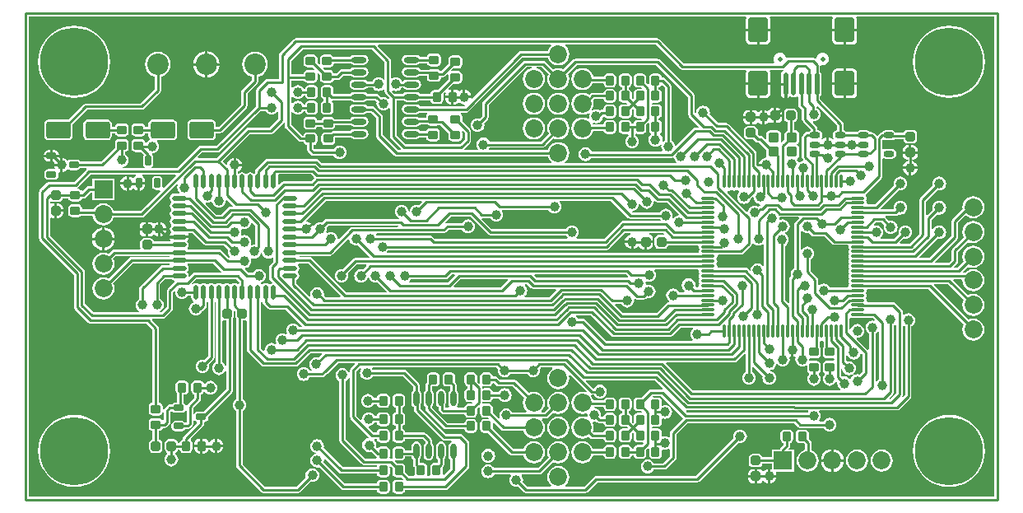
<source format=gtl>
G04*
G04 #@! TF.GenerationSoftware,Altium Limited,Altium Designer,19.0.4 (130)*
G04*
G04 Layer_Physical_Order=1*
G04 Layer_Color=255*
%FSLAX44Y44*%
%MOMM*%
G71*
G01*
G75*
%ADD14C,0.2540*%
G04:AMPARAMS|DCode=15|XSize=1.05mm|YSize=0.65mm|CornerRadius=0.2015mm|HoleSize=0mm|Usage=FLASHONLY|Rotation=90.000|XOffset=0mm|YOffset=0mm|HoleType=Round|Shape=RoundedRectangle|*
%AMROUNDEDRECTD15*
21,1,1.0500,0.2470,0,0,90.0*
21,1,0.6470,0.6500,0,0,90.0*
1,1,0.4030,0.1235,0.3235*
1,1,0.4030,0.1235,-0.3235*
1,1,0.4030,-0.1235,-0.3235*
1,1,0.4030,-0.1235,0.3235*
%
%ADD15ROUNDEDRECTD15*%
G04:AMPARAMS|DCode=16|XSize=1mm|YSize=0.9mm|CornerRadius=0.198mm|HoleSize=0mm|Usage=FLASHONLY|Rotation=0.000|XOffset=0mm|YOffset=0mm|HoleType=Round|Shape=RoundedRectangle|*
%AMROUNDEDRECTD16*
21,1,1.0000,0.5040,0,0,0.0*
21,1,0.6040,0.9000,0,0,0.0*
1,1,0.3960,0.3020,-0.2520*
1,1,0.3960,-0.3020,-0.2520*
1,1,0.3960,-0.3020,0.2520*
1,1,0.3960,0.3020,0.2520*
%
%ADD16ROUNDEDRECTD16*%
G04:AMPARAMS|DCode=17|XSize=1.05mm|YSize=0.65mm|CornerRadius=0.2015mm|HoleSize=0mm|Usage=FLASHONLY|Rotation=0.000|XOffset=0mm|YOffset=0mm|HoleType=Round|Shape=RoundedRectangle|*
%AMROUNDEDRECTD17*
21,1,1.0500,0.2470,0,0,0.0*
21,1,0.6470,0.6500,0,0,0.0*
1,1,0.4030,0.3235,-0.1235*
1,1,0.4030,-0.3235,-0.1235*
1,1,0.4030,-0.3235,0.1235*
1,1,0.4030,0.3235,0.1235*
%
%ADD17ROUNDEDRECTD17*%
G04:AMPARAMS|DCode=18|XSize=2.5mm|YSize=1.7mm|CornerRadius=0.204mm|HoleSize=0mm|Usage=FLASHONLY|Rotation=0.000|XOffset=0mm|YOffset=0mm|HoleType=Round|Shape=RoundedRectangle|*
%AMROUNDEDRECTD18*
21,1,2.5000,1.2920,0,0,0.0*
21,1,2.0920,1.7000,0,0,0.0*
1,1,0.4080,1.0460,-0.6460*
1,1,0.4080,-1.0460,-0.6460*
1,1,0.4080,-1.0460,0.6460*
1,1,0.4080,1.0460,0.6460*
%
%ADD18ROUNDEDRECTD18*%
G04:AMPARAMS|DCode=19|XSize=1mm|YSize=0.9mm|CornerRadius=0.198mm|HoleSize=0mm|Usage=FLASHONLY|Rotation=270.000|XOffset=0mm|YOffset=0mm|HoleType=Round|Shape=RoundedRectangle|*
%AMROUNDEDRECTD19*
21,1,1.0000,0.5040,0,0,270.0*
21,1,0.6040,0.9000,0,0,270.0*
1,1,0.3960,-0.2520,-0.3020*
1,1,0.3960,-0.2520,0.3020*
1,1,0.3960,0.2520,0.3020*
1,1,0.3960,0.2520,-0.3020*
%
%ADD19ROUNDEDRECTD19*%
%ADD20O,0.6000X1.5500*%
%ADD21O,1.5500X0.6000*%
G04:AMPARAMS|DCode=22|XSize=1mm|YSize=0.95mm|CornerRadius=0.1995mm|HoleSize=0mm|Usage=FLASHONLY|Rotation=270.000|XOffset=0mm|YOffset=0mm|HoleType=Round|Shape=RoundedRectangle|*
%AMROUNDEDRECTD22*
21,1,1.0000,0.5510,0,0,270.0*
21,1,0.6010,0.9500,0,0,270.0*
1,1,0.3990,-0.2755,-0.3005*
1,1,0.3990,-0.2755,0.3005*
1,1,0.3990,0.2755,0.3005*
1,1,0.3990,0.2755,-0.3005*
%
%ADD22ROUNDEDRECTD22*%
G04:AMPARAMS|DCode=23|XSize=1.1mm|YSize=0.6mm|CornerRadius=0.201mm|HoleSize=0mm|Usage=FLASHONLY|Rotation=0.000|XOffset=0mm|YOffset=0mm|HoleType=Round|Shape=RoundedRectangle|*
%AMROUNDEDRECTD23*
21,1,1.1000,0.1980,0,0,0.0*
21,1,0.6980,0.6000,0,0,0.0*
1,1,0.4020,0.3490,-0.0990*
1,1,0.4020,-0.3490,-0.0990*
1,1,0.4020,-0.3490,0.0990*
1,1,0.4020,0.3490,0.0990*
%
%ADD23ROUNDEDRECTD23*%
G04:AMPARAMS|DCode=24|XSize=1mm|YSize=0.95mm|CornerRadius=0.1995mm|HoleSize=0mm|Usage=FLASHONLY|Rotation=180.000|XOffset=0mm|YOffset=0mm|HoleType=Round|Shape=RoundedRectangle|*
%AMROUNDEDRECTD24*
21,1,1.0000,0.5510,0,0,180.0*
21,1,0.6010,0.9500,0,0,180.0*
1,1,0.3990,-0.3005,0.2755*
1,1,0.3990,0.3005,0.2755*
1,1,0.3990,0.3005,-0.2755*
1,1,0.3990,-0.3005,-0.2755*
%
%ADD24ROUNDEDRECTD24*%
G04:AMPARAMS|DCode=25|XSize=1.1mm|YSize=1mm|CornerRadius=0.165mm|HoleSize=0mm|Usage=FLASHONLY|Rotation=0.000|XOffset=0mm|YOffset=0mm|HoleType=Round|Shape=RoundedRectangle|*
%AMROUNDEDRECTD25*
21,1,1.1000,0.6700,0,0,0.0*
21,1,0.7700,1.0000,0,0,0.0*
1,1,0.3300,0.3850,-0.3350*
1,1,0.3300,-0.3850,-0.3350*
1,1,0.3300,-0.3850,0.3350*
1,1,0.3300,0.3850,0.3350*
%
%ADD25ROUNDEDRECTD25*%
G04:AMPARAMS|DCode=26|XSize=2.3mm|YSize=0.5mm|CornerRadius=0.2mm|HoleSize=0mm|Usage=FLASHONLY|Rotation=270.000|XOffset=0mm|YOffset=0mm|HoleType=Round|Shape=RoundedRectangle|*
%AMROUNDEDRECTD26*
21,1,2.3000,0.1000,0,0,270.0*
21,1,1.9000,0.5000,0,0,270.0*
1,1,0.4000,-0.0500,-0.9500*
1,1,0.4000,-0.0500,0.9500*
1,1,0.4000,0.0500,0.9500*
1,1,0.4000,0.0500,-0.9500*
%
%ADD26ROUNDEDRECTD26*%
G04:AMPARAMS|DCode=27|XSize=2.5mm|YSize=2mm|CornerRadius=0.2mm|HoleSize=0mm|Usage=FLASHONLY|Rotation=270.000|XOffset=0mm|YOffset=0mm|HoleType=Round|Shape=RoundedRectangle|*
%AMROUNDEDRECTD27*
21,1,2.5000,1.6000,0,0,270.0*
21,1,2.1000,2.0000,0,0,270.0*
1,1,0.4000,-0.8000,-1.0500*
1,1,0.4000,-0.8000,1.0500*
1,1,0.4000,0.8000,1.0500*
1,1,0.4000,0.8000,-1.0500*
%
%ADD27ROUNDEDRECTD27*%
%ADD28O,0.3000X1.5000*%
%ADD29O,1.5000X0.3000*%
%ADD30O,0.5500X1.5000*%
%ADD31O,1.5000X0.5500*%
%ADD57C,1.0000*%
%ADD58C,2.2000*%
%ADD59C,1.8500*%
%ADD60C,7.0000*%
%ADD61C,0.5000*%
%ADD62R,1.8500X1.8500*%
%ADD63R,1.8500X1.8500*%
G36*
X996666Y3334D02*
X3334D01*
Y496666D01*
X740808D01*
X741407Y495546D01*
X741223Y495271D01*
X740871Y493500D01*
Y484270D01*
X753500D01*
X766129D01*
Y493500D01*
X765777Y495271D01*
X765593Y495546D01*
X766192Y496666D01*
X829808D01*
X830407Y495546D01*
X830223Y495271D01*
X829871Y493500D01*
Y484270D01*
X842500D01*
X855129D01*
Y493500D01*
X854777Y495271D01*
X854593Y495546D01*
X855192Y496666D01*
X996666D01*
X996666Y3334D01*
D02*
G37*
%LPC*%
G36*
X855129Y481730D02*
X843770D01*
Y467871D01*
X850500D01*
X852271Y468223D01*
X853773Y469227D01*
X854777Y470729D01*
X855129Y472500D01*
Y481730D01*
D02*
G37*
G36*
X841230D02*
X829871D01*
Y472500D01*
X830223Y470729D01*
X831227Y469227D01*
X832729Y468223D01*
X834500Y467871D01*
X841230D01*
Y481730D01*
D02*
G37*
G36*
X766129Y481730D02*
X754770D01*
Y467871D01*
X761500D01*
X763271Y468223D01*
X764773Y469227D01*
X765777Y470729D01*
X766129Y472500D01*
Y481730D01*
D02*
G37*
G36*
X752230D02*
X740871D01*
Y472500D01*
X741223Y470729D01*
X742227Y469227D01*
X743729Y468223D01*
X745500Y467871D01*
X752230D01*
Y481730D01*
D02*
G37*
G36*
X187270Y460990D02*
Y448770D01*
X199490D01*
X199191Y451035D01*
X197827Y454328D01*
X195657Y457157D01*
X192828Y459327D01*
X189535Y460691D01*
X187270Y460990D01*
D02*
G37*
G36*
X184730D02*
X182465Y460691D01*
X179172Y459327D01*
X176343Y457157D01*
X174173Y454328D01*
X172808Y451035D01*
X172510Y448770D01*
X184730D01*
Y460990D01*
D02*
G37*
G36*
X649878Y474334D02*
X278000D01*
X276724Y474080D01*
X275643Y473358D01*
X261642Y459357D01*
X260920Y458276D01*
X260666Y457000D01*
Y432334D01*
X248810D01*
X247534Y432080D01*
X246453Y431357D01*
X237642Y422547D01*
X236920Y421466D01*
X236666Y420190D01*
Y404381D01*
X196044Y363759D01*
X180235D01*
X178959Y363505D01*
X177877Y362782D01*
X155909Y340814D01*
X130086D01*
X129701Y342084D01*
X130130Y342370D01*
X131017Y343698D01*
X131329Y345265D01*
Y351735D01*
X131017Y353302D01*
X130130Y354630D01*
X130050Y354683D01*
X130142Y355424D01*
X130414Y355967D01*
X132033Y356180D01*
X133736Y356885D01*
X135198Y358008D01*
X136320Y359470D01*
X137026Y361173D01*
X137266Y363000D01*
X137026Y364827D01*
X136320Y366530D01*
X135198Y367993D01*
X134992Y368151D01*
X135423Y369421D01*
X151480D01*
X153056Y369734D01*
X154393Y370627D01*
X155286Y371964D01*
X155599Y373540D01*
Y386460D01*
X155286Y388036D01*
X154393Y389373D01*
X153056Y390266D01*
X151480Y390579D01*
X130560D01*
X128984Y390266D01*
X127647Y389373D01*
X126754Y388036D01*
X126441Y386460D01*
Y383334D01*
X122916D01*
X122769Y384073D01*
X121889Y385389D01*
X120573Y386269D01*
X119020Y386578D01*
X112980D01*
X111427Y386269D01*
X110111Y385389D01*
X109231Y384073D01*
X108922Y382520D01*
Y377480D01*
X109231Y375927D01*
X110111Y374611D01*
X111427Y373731D01*
X112980Y373422D01*
X119020D01*
X120573Y373731D01*
X121889Y374611D01*
X122769Y375927D01*
X122916Y376666D01*
X126441D01*
Y373540D01*
X126754Y371964D01*
X127509Y370834D01*
X127414Y369858D01*
X127262Y369357D01*
X126676Y369114D01*
X125213Y367993D01*
X124313Y366819D01*
X123258Y366929D01*
X122969Y367067D01*
X122769Y368073D01*
X121889Y369389D01*
X120573Y370269D01*
X119020Y370578D01*
X112980D01*
X111427Y370269D01*
X110111Y369389D01*
X109231Y368073D01*
X108922Y366520D01*
Y361480D01*
X109231Y359927D01*
X110111Y358611D01*
X111427Y357731D01*
X112980Y357422D01*
X118363D01*
X121584Y354201D01*
X120983Y353302D01*
X120671Y351735D01*
Y345265D01*
X120983Y343698D01*
X121870Y342370D01*
X122299Y342084D01*
X121914Y340814D01*
X100180D01*
X100097Y342084D01*
X100827Y342180D01*
X102530Y342886D01*
X103993Y344007D01*
X105114Y345470D01*
X105820Y347173D01*
X106060Y349000D01*
X105820Y350827D01*
X105114Y352530D01*
X103993Y353992D01*
X102530Y355115D01*
X102334Y355196D01*
Y357485D01*
X103573Y357731D01*
X104889Y358611D01*
X105769Y359927D01*
X106078Y361480D01*
Y366520D01*
X105769Y368073D01*
X104889Y369389D01*
X103573Y370269D01*
X102020Y370578D01*
X95980D01*
X94427Y370269D01*
X93111Y369389D01*
X92231Y368073D01*
X91922Y366520D01*
Y361637D01*
X77619Y347334D01*
X56161D01*
X55630Y348130D01*
X54302Y349017D01*
X52735Y349329D01*
X46265D01*
X44698Y349017D01*
X43370Y348130D01*
X43336Y348129D01*
X42378Y349378D01*
X40802Y350586D01*
X38968Y351346D01*
X38270Y351438D01*
Y344000D01*
Y336562D01*
X38968Y336654D01*
X40802Y337414D01*
X42378Y338622D01*
X43336Y339871D01*
X43370Y339870D01*
X44698Y338983D01*
X46265Y338671D01*
X52735D01*
X54302Y338983D01*
X55630Y339870D01*
X56161Y340666D01*
X62155D01*
X62681Y339396D01*
X49992Y326707D01*
X24142D01*
X22866Y326453D01*
X21784Y325730D01*
X14642Y318589D01*
X13920Y317507D01*
X13666Y316231D01*
Y268580D01*
X13920Y267304D01*
X14642Y266222D01*
X49666Y231199D01*
Y198000D01*
X49920Y196724D01*
X50642Y195643D01*
X64643Y181642D01*
X65724Y180920D01*
X67000Y180666D01*
X124619D01*
X130666Y174619D01*
Y99515D01*
X129427Y99269D01*
X128111Y98390D01*
X127231Y97073D01*
X126922Y95520D01*
Y90480D01*
X127231Y88927D01*
X128111Y87611D01*
X129427Y86731D01*
X130980Y86422D01*
X137020D01*
X138573Y86731D01*
X139889Y87611D01*
X140769Y88927D01*
X140830Y89232D01*
X142100Y89107D01*
Y81813D01*
X141815Y81579D01*
X140349Y81702D01*
X139889Y82389D01*
X138573Y83269D01*
X137020Y83578D01*
X130980D01*
X129427Y83269D01*
X128111Y82389D01*
X127231Y81073D01*
X126922Y79520D01*
Y74480D01*
X127231Y72927D01*
X128111Y71611D01*
X129427Y70731D01*
X130666Y70484D01*
Y61963D01*
X129686Y61768D01*
X128365Y60885D01*
X127482Y59564D01*
X127172Y58005D01*
Y51995D01*
X127482Y50436D01*
X128365Y49115D01*
X129686Y48232D01*
X131245Y47922D01*
X136755D01*
X138314Y48232D01*
X139635Y49115D01*
X140518Y50436D01*
X140828Y51995D01*
Y58005D01*
X140518Y59564D01*
X139635Y60885D01*
X138314Y61768D01*
X137334Y61963D01*
Y70484D01*
X138573Y70731D01*
X139889Y71611D01*
X140769Y72927D01*
X140916Y73666D01*
X143000D01*
X144276Y73920D01*
X145358Y74643D01*
X147791Y77076D01*
X148514Y78158D01*
X148768Y79434D01*
Y90065D01*
X149680Y90977D01*
X151024Y90889D01*
X151370Y90370D01*
X152698Y89483D01*
X154265Y89171D01*
X160735D01*
X162302Y89483D01*
X163630Y90370D01*
X164396Y91517D01*
X165147Y91483D01*
X165666Y91306D01*
Y80170D01*
X165069Y79606D01*
X163630Y79630D01*
X162302Y80517D01*
X160735Y80829D01*
X154265D01*
X152698Y80517D01*
X151370Y79630D01*
X150483Y78302D01*
X150171Y76735D01*
Y74265D01*
X150483Y72698D01*
X151370Y71370D01*
X152698Y70483D01*
X154265Y70171D01*
X160735D01*
X162302Y70483D01*
X163630Y71370D01*
X164161Y72166D01*
X166500D01*
X167776Y72420D01*
X168857Y73142D01*
X171357Y75642D01*
X172080Y76724D01*
X172334Y78000D01*
Y81806D01*
X172854Y81983D01*
X173604Y82017D01*
X174370Y80870D01*
X175698Y79983D01*
X175926Y79938D01*
X176345Y78560D01*
X162642Y64858D01*
X161920Y63776D01*
X161666Y62500D01*
Y61916D01*
X160927Y61769D01*
X159611Y60889D01*
X158731Y59573D01*
X158484Y58334D01*
X156763D01*
X156518Y59564D01*
X155635Y60885D01*
X154314Y61768D01*
X152755Y62078D01*
X147245D01*
X145686Y61768D01*
X144365Y60885D01*
X143482Y59564D01*
X143172Y58005D01*
Y51995D01*
X143482Y50436D01*
X144365Y49115D01*
X145686Y48232D01*
X145888Y48192D01*
X145941Y48094D01*
X146125Y46850D01*
X145008Y45992D01*
X143885Y44530D01*
X143180Y42827D01*
X142940Y41000D01*
X143180Y39173D01*
X143885Y37470D01*
X145008Y36007D01*
X146470Y34885D01*
X148173Y34180D01*
X150000Y33940D01*
X151827Y34180D01*
X153530Y34885D01*
X154993Y36007D01*
X156115Y37470D01*
X156820Y39173D01*
X157060Y41000D01*
X156820Y42827D01*
X156115Y44530D01*
X154993Y45992D01*
X153875Y46850D01*
X154059Y48094D01*
X154112Y48192D01*
X154314Y48232D01*
X155635Y49115D01*
X156518Y50436D01*
X156763Y51666D01*
X158484D01*
X158731Y50427D01*
X159611Y49111D01*
X160927Y48231D01*
X162480Y47922D01*
X167520D01*
X169073Y48231D01*
X170389Y49111D01*
X171269Y50427D01*
X171578Y51980D01*
Y58020D01*
X171269Y59573D01*
X170389Y60889D01*
X170096Y61085D01*
X169935Y62720D01*
X182798Y75582D01*
X183520Y76664D01*
X183774Y77940D01*
Y79679D01*
X185302Y79983D01*
X186630Y80870D01*
X187517Y82198D01*
X187829Y83765D01*
Y85614D01*
X212358Y110142D01*
X213080Y111224D01*
X213334Y112500D01*
Y186161D01*
X213518Y186436D01*
X213828Y187995D01*
Y193911D01*
X214044Y194097D01*
X215022Y194513D01*
X216172Y193363D01*
Y187995D01*
X216482Y186436D01*
X216666Y186161D01*
Y103196D01*
X216470Y103115D01*
X215007Y101993D01*
X213885Y100530D01*
X213180Y98827D01*
X212940Y97000D01*
X213180Y95173D01*
X213885Y93470D01*
X215007Y92008D01*
X216470Y90885D01*
X216666Y90804D01*
Y35000D01*
X216920Y33724D01*
X217642Y32643D01*
X242642Y7642D01*
X243724Y6920D01*
X245000Y6666D01*
X280000D01*
X281276Y6920D01*
X282358Y7642D01*
X292976Y18261D01*
X293173Y18180D01*
X295000Y17940D01*
X296827Y18180D01*
X298530Y18886D01*
X299992Y20008D01*
X301115Y21470D01*
X301820Y23173D01*
X302060Y25000D01*
X301820Y26827D01*
X301115Y28530D01*
X299992Y29992D01*
X298530Y31114D01*
X296827Y31820D01*
X295000Y32060D01*
X293173Y31820D01*
X291470Y31114D01*
X290007Y29992D01*
X288885Y28530D01*
X288180Y26827D01*
X287940Y25000D01*
X288180Y23173D01*
X288262Y22977D01*
X278619Y13334D01*
X246381D01*
X223334Y36381D01*
Y90804D01*
X223530Y90885D01*
X224992Y92008D01*
X226115Y93470D01*
X226820Y95173D01*
X227060Y97000D01*
X226820Y98827D01*
X226115Y100530D01*
X224992Y101993D01*
X223530Y103115D01*
X223334Y103196D01*
Y183922D01*
X225755D01*
X226416Y184053D01*
X227686Y183069D01*
Y153980D01*
X227940Y152704D01*
X228662Y151622D01*
X242642Y137642D01*
X243724Y136920D01*
X245000Y136666D01*
X278000D01*
X279276Y136920D01*
X280357Y137642D01*
X293473Y150758D01*
X304384D01*
X304870Y149585D01*
X301024Y145738D01*
X300827Y145820D01*
X299000Y146060D01*
X297173Y145820D01*
X295470Y145114D01*
X294008Y143992D01*
X292885Y142530D01*
X292180Y140827D01*
X291940Y139000D01*
X292180Y137173D01*
X292885Y135470D01*
X294008Y134008D01*
X294533Y133604D01*
X294102Y132334D01*
X292196D01*
X292115Y132530D01*
X290993Y133992D01*
X289530Y135114D01*
X287827Y135820D01*
X286000Y136060D01*
X284173Y135820D01*
X282470Y135114D01*
X281008Y133992D01*
X279886Y132530D01*
X279180Y130827D01*
X278940Y129000D01*
X279180Y127173D01*
X279886Y125470D01*
X281008Y124008D01*
X282470Y122886D01*
X284173Y122180D01*
X286000Y121940D01*
X287827Y122180D01*
X289530Y122886D01*
X290993Y124008D01*
X292115Y125470D01*
X292196Y125666D01*
X305000D01*
X306276Y125920D01*
X307358Y126643D01*
X310357Y129642D01*
X321381Y140666D01*
X338291Y140666D01*
X338777Y139492D01*
X334642Y135358D01*
X333920Y134276D01*
X333666Y133000D01*
Y131103D01*
X332396Y130851D01*
X332114Y131530D01*
X330993Y132992D01*
X329530Y134115D01*
X327827Y134820D01*
X326000Y135060D01*
X324173Y134820D01*
X322470Y134115D01*
X321008Y132992D01*
X319886Y131530D01*
X319180Y129827D01*
X318940Y128000D01*
X319180Y126173D01*
X319886Y124470D01*
X321008Y123008D01*
X322470Y121885D01*
X322666Y121804D01*
Y61000D01*
X322920Y59724D01*
X323643Y58643D01*
X345643Y36642D01*
X346724Y35920D01*
X348000Y35666D01*
X361147D01*
X361373Y35242D01*
X361641Y34539D01*
X361085Y33334D01*
X326381D01*
X306739Y52976D01*
X306820Y53173D01*
X307060Y55000D01*
X306820Y56827D01*
X306115Y58530D01*
X304993Y59992D01*
X303530Y61115D01*
X301827Y61820D01*
X300000Y62060D01*
X298173Y61820D01*
X296470Y61115D01*
X295008Y59992D01*
X293885Y58530D01*
X293180Y56827D01*
X292940Y55000D01*
X293180Y53173D01*
X293885Y51470D01*
X295008Y50008D01*
X296470Y48885D01*
X298173Y48180D01*
X298474Y48141D01*
Y46859D01*
X298173Y46820D01*
X296470Y46115D01*
X295008Y44992D01*
X293885Y43530D01*
X293180Y41827D01*
X292940Y40000D01*
X293180Y38173D01*
X293885Y36470D01*
X295008Y35008D01*
X296470Y33886D01*
X298173Y33180D01*
X300000Y32940D01*
X301827Y33180D01*
X302024Y33261D01*
X324642Y10642D01*
X325724Y9920D01*
X327000Y9666D01*
X361484D01*
X361731Y8427D01*
X362611Y7111D01*
X363927Y6231D01*
X365480Y5922D01*
X370520D01*
X372073Y6231D01*
X373389Y7111D01*
X374269Y8427D01*
X374578Y9980D01*
Y16020D01*
X374269Y17573D01*
X373389Y18889D01*
X372073Y19769D01*
X370520Y20078D01*
X365480D01*
X363927Y19769D01*
X362611Y18889D01*
X361731Y17573D01*
X361484Y16334D01*
X328381D01*
X306739Y37977D01*
X306820Y38173D01*
X307060Y40000D01*
X306844Y41645D01*
X307223Y41987D01*
X307993Y42292D01*
X322643Y27642D01*
X323724Y26920D01*
X325000Y26666D01*
X361484D01*
X361731Y25427D01*
X362611Y24111D01*
X363927Y23231D01*
X365480Y22922D01*
X370520D01*
X372073Y23231D01*
X373389Y24111D01*
X374269Y25427D01*
X374578Y26980D01*
Y33020D01*
X374481Y33508D01*
X375651Y34134D01*
X377422Y32363D01*
Y26980D01*
X377731Y25427D01*
X378611Y24111D01*
X379927Y23231D01*
X381480Y22922D01*
X386363D01*
X388258Y21027D01*
X387632Y19857D01*
X386520Y20078D01*
X381480D01*
X379927Y19769D01*
X378611Y18889D01*
X377731Y17573D01*
X377422Y16020D01*
Y9980D01*
X377731Y8427D01*
X378611Y7111D01*
X379927Y6231D01*
X381480Y5922D01*
X386520D01*
X388073Y6231D01*
X389389Y7111D01*
X390269Y8427D01*
X390516Y9666D01*
X432000D01*
X433276Y9920D01*
X434357Y10642D01*
X455358Y31642D01*
X456080Y32724D01*
X456334Y34000D01*
Y58000D01*
X456080Y59276D01*
X455358Y60357D01*
X449357Y66357D01*
X448276Y67080D01*
X447000Y67334D01*
X432381D01*
X405927Y93789D01*
Y96163D01*
X406664Y97267D01*
X407052Y99218D01*
Y108718D01*
X406664Y110668D01*
X405559Y112322D01*
X405288Y112503D01*
Y117546D01*
X405034Y118822D01*
X404312Y119903D01*
X391857Y132358D01*
X390776Y133080D01*
X389500Y133334D01*
X357196D01*
X357114Y133530D01*
X356450Y134396D01*
X357076Y135666D01*
X484600D01*
X486094Y134172D01*
X485940Y133000D01*
X486180Y131173D01*
X486885Y129470D01*
X488008Y128007D01*
X489470Y126885D01*
X491173Y126180D01*
X493000Y125940D01*
X494827Y126180D01*
X496530Y126885D01*
X497993Y128007D01*
X499114Y129470D01*
X499196Y129666D01*
X515804D01*
X515886Y129470D01*
X517008Y128007D01*
X518470Y126885D01*
X520173Y126180D01*
X522000Y125940D01*
X523827Y126180D01*
X525530Y126885D01*
X526992Y128007D01*
X528115Y129470D01*
X528820Y131173D01*
X529060Y133000D01*
X528848Y134617D01*
X529523Y135458D01*
X529755Y135666D01*
X541671D01*
X542025Y134396D01*
X539976Y132824D01*
X538173Y130473D01*
X537040Y127737D01*
X536653Y124800D01*
X537040Y121863D01*
X538173Y119127D01*
X539976Y116776D01*
X542326Y114973D01*
X545063Y113840D01*
X548000Y113453D01*
X550937Y113840D01*
X553674Y114973D01*
X556024Y116776D01*
X557827Y119127D01*
X558960Y121863D01*
X559347Y124800D01*
X558992Y127497D01*
X559997Y128288D01*
X576983Y111302D01*
X576264Y110225D01*
X575937Y110360D01*
X573000Y110747D01*
X570063Y110360D01*
X567326Y109227D01*
X564976Y107424D01*
X563173Y105073D01*
X562040Y102337D01*
X561653Y99400D01*
X562040Y96463D01*
X563173Y93727D01*
X564976Y91376D01*
X567326Y89573D01*
X570063Y88440D01*
X573000Y88053D01*
X575937Y88440D01*
X576901Y88839D01*
X578064Y87946D01*
X577940Y87000D01*
X578148Y85419D01*
X577624Y84820D01*
X577092Y84482D01*
X575937Y84960D01*
X573000Y85347D01*
X570063Y84960D01*
X567326Y83827D01*
X564976Y82024D01*
X563173Y79674D01*
X562040Y76937D01*
X561653Y74000D01*
X562040Y71063D01*
X563173Y68327D01*
X564976Y65976D01*
X567326Y64173D01*
X570063Y63040D01*
X573000Y62653D01*
X575937Y63040D01*
X578674Y64173D01*
X579187Y64567D01*
X580612Y63142D01*
X581694Y62420D01*
X582970Y62166D01*
X594584D01*
X594731Y61427D01*
X595611Y60111D01*
X596927Y59231D01*
X598480Y58922D01*
X603520D01*
X605073Y59231D01*
X606389Y60111D01*
X607269Y61427D01*
X607578Y62980D01*
Y69020D01*
X607269Y70573D01*
X606389Y71889D01*
X605073Y72769D01*
X603520Y73078D01*
X598480D01*
X596927Y72769D01*
X595611Y71889D01*
X594731Y70573D01*
X594422Y69020D01*
Y68834D01*
X584351D01*
X583422Y69763D01*
X583960Y71063D01*
X584347Y74000D01*
X583960Y76937D01*
X583146Y78903D01*
X584039Y80066D01*
X585000Y79940D01*
X586827Y80180D01*
X587024Y80261D01*
X587643Y79642D01*
X588724Y78920D01*
X590000Y78666D01*
X594484D01*
X594731Y77427D01*
X595611Y76111D01*
X596927Y75231D01*
X598480Y74922D01*
X603520D01*
X605073Y75231D01*
X606389Y76111D01*
X607269Y77427D01*
X607578Y78980D01*
Y85020D01*
X607269Y86573D01*
X606389Y87889D01*
X605073Y88769D01*
X603520Y89078D01*
X598480D01*
X596927Y88769D01*
X595611Y87889D01*
X594731Y86573D01*
X594484Y85334D01*
X592804D01*
X591967Y86289D01*
X592060Y87000D01*
X591820Y88827D01*
X591115Y90530D01*
X589992Y91992D01*
X588530Y93115D01*
X586827Y93820D01*
X585566Y93986D01*
X584843Y95073D01*
X584805Y95316D01*
X584830Y95366D01*
X594422D01*
Y94980D01*
X594731Y93427D01*
X595611Y92111D01*
X596927Y91231D01*
X598480Y90922D01*
X603520D01*
X605073Y91231D01*
X606389Y92111D01*
X607269Y93427D01*
X607578Y94980D01*
Y101020D01*
X607269Y102573D01*
X606389Y103889D01*
X605073Y104769D01*
X603520Y105078D01*
X598480D01*
X596927Y104769D01*
X595611Y103889D01*
X594731Y102573D01*
X594624Y102034D01*
X584000D01*
X583960Y102337D01*
X582827Y105073D01*
X581788Y106427D01*
X581832Y106684D01*
X582438Y107666D01*
X584804D01*
X584885Y107470D01*
X586008Y106008D01*
X587470Y104886D01*
X589173Y104180D01*
X591000Y103940D01*
X592827Y104180D01*
X594530Y104886D01*
X595993Y106008D01*
X597114Y107470D01*
X597820Y109173D01*
X598060Y111000D01*
X597820Y112827D01*
X597114Y114530D01*
X595993Y115992D01*
X594530Y117114D01*
X592827Y117820D01*
X591000Y118060D01*
X589173Y117820D01*
X587470Y117114D01*
X586008Y115992D01*
X584885Y114530D01*
X584804Y114334D01*
X583381D01*
X576222Y121493D01*
X576708Y122666D01*
X647235D01*
X655340Y114561D01*
X655152Y113882D01*
X654771Y113334D01*
X643500D01*
X642224Y113080D01*
X641143Y112358D01*
X633863Y105078D01*
X629480D01*
X627927Y104769D01*
X626611Y103889D01*
X625731Y102573D01*
X625422Y101020D01*
Y94980D01*
X625731Y93427D01*
X626611Y92111D01*
X627927Y91231D01*
X629480Y90922D01*
X633352D01*
X633788Y90348D01*
X633158Y89078D01*
X629480D01*
X627927Y88769D01*
X626611Y87889D01*
X625731Y86573D01*
X625422Y85020D01*
Y79637D01*
X624500Y78715D01*
X623578Y79637D01*
Y85020D01*
X623269Y86573D01*
X622389Y87889D01*
X621073Y88769D01*
X620334Y88916D01*
Y91084D01*
X621073Y91231D01*
X622389Y92111D01*
X623269Y93427D01*
X623578Y94980D01*
Y101020D01*
X623269Y102573D01*
X622389Y103889D01*
X621073Y104769D01*
X619520Y105078D01*
X614480D01*
X612927Y104769D01*
X611611Y103889D01*
X610731Y102573D01*
X610422Y101020D01*
Y94980D01*
X610731Y93427D01*
X611611Y92111D01*
X612927Y91231D01*
X613666Y91084D01*
Y88916D01*
X612927Y88769D01*
X611611Y87889D01*
X610731Y86573D01*
X610422Y85020D01*
Y78980D01*
X610731Y77427D01*
X611611Y76111D01*
X612927Y75231D01*
X614480Y74922D01*
X618863D01*
X619785Y74000D01*
X618863Y73078D01*
X614480D01*
X612927Y72769D01*
X611611Y71889D01*
X610731Y70573D01*
X610422Y69020D01*
Y62980D01*
X610731Y61427D01*
X611611Y60111D01*
X612927Y59231D01*
X614480Y58922D01*
X619520D01*
X621073Y59231D01*
X622389Y60111D01*
X623269Y61427D01*
X623578Y62980D01*
Y68363D01*
X624500Y69285D01*
X625422Y68363D01*
Y62980D01*
X625731Y61427D01*
X626611Y60111D01*
X627927Y59231D01*
X629480Y58922D01*
X634520D01*
X635008Y59019D01*
X635634Y57849D01*
X633863Y56078D01*
X629480D01*
X627927Y55769D01*
X626611Y54889D01*
X625731Y53573D01*
X625485Y52334D01*
X623516D01*
X623269Y53573D01*
X622389Y54889D01*
X621073Y55769D01*
X619520Y56078D01*
X614480D01*
X612927Y55769D01*
X611611Y54889D01*
X610731Y53573D01*
X610422Y52020D01*
Y45980D01*
X610731Y44427D01*
X611611Y43111D01*
X612927Y42231D01*
X614480Y41922D01*
X619520D01*
X621073Y42231D01*
X622389Y43111D01*
X623269Y44427D01*
X623516Y45666D01*
X625485D01*
X625731Y44427D01*
X626611Y43111D01*
X627927Y42231D01*
X629480Y41922D01*
X634520D01*
X636073Y42231D01*
X637389Y43111D01*
X638269Y44427D01*
X638578Y45980D01*
Y51363D01*
X640349Y53134D01*
X641519Y52508D01*
X641422Y52020D01*
Y45980D01*
X641731Y44427D01*
X642611Y43111D01*
X643927Y42231D01*
X645480Y41922D01*
X650520D01*
X652073Y42231D01*
X653389Y43111D01*
X654269Y44427D01*
X654578Y45980D01*
Y50698D01*
X655634Y51403D01*
X656173Y51180D01*
X658000Y50940D01*
X659827Y51180D01*
X661530Y51885D01*
X661797Y52090D01*
X662936Y51529D01*
Y44651D01*
X655619Y37334D01*
X646196D01*
X646115Y37530D01*
X644992Y38993D01*
X643530Y40114D01*
X641827Y40820D01*
X640000Y41060D01*
X638173Y40820D01*
X636470Y40114D01*
X635008Y38993D01*
X633885Y37530D01*
X633180Y35827D01*
X632940Y34000D01*
X633180Y32173D01*
X633885Y30470D01*
X635008Y29008D01*
X636470Y27885D01*
X638173Y27180D01*
X640000Y26940D01*
X641827Y27180D01*
X643530Y27885D01*
X644992Y29008D01*
X646115Y30470D01*
X646196Y30666D01*
X657000D01*
X658276Y30920D01*
X659358Y31642D01*
X668627Y40912D01*
X669350Y41994D01*
X669604Y43270D01*
Y66889D01*
X680841Y78126D01*
X790679D01*
X794163Y74643D01*
X795244Y73920D01*
X796520Y73666D01*
X820804D01*
X820885Y73470D01*
X822008Y72008D01*
X823470Y70886D01*
X825173Y70180D01*
X827000Y69940D01*
X828827Y70180D01*
X830530Y70886D01*
X831992Y72008D01*
X833114Y73470D01*
X833820Y75173D01*
X834060Y77000D01*
X833820Y78827D01*
X833114Y80530D01*
X831992Y81992D01*
X830530Y83115D01*
X828827Y83820D01*
X827000Y84060D01*
X825173Y83820D01*
X823470Y83115D01*
X822008Y81992D01*
X820885Y80530D01*
X820804Y80334D01*
X817076D01*
X816450Y81604D01*
X817114Y82470D01*
X817820Y84173D01*
X818060Y86000D01*
X817820Y87827D01*
X817114Y89530D01*
X816512Y90316D01*
X817138Y91586D01*
X896920D01*
X898196Y91840D01*
X899277Y92563D01*
X910358Y103643D01*
X911080Y104724D01*
X911334Y106000D01*
Y178264D01*
X911530Y178346D01*
X912992Y179468D01*
X914115Y180930D01*
X914820Y182633D01*
X915060Y184460D01*
X914820Y186287D01*
X914115Y187990D01*
X912992Y189452D01*
X911530Y190574D01*
X909827Y191280D01*
X908000Y191520D01*
X906173Y191280D01*
X904470Y190574D01*
X903604Y189910D01*
X902334Y190536D01*
Y193000D01*
X902080Y194276D01*
X901357Y195357D01*
X894445Y202269D01*
X893364Y202992D01*
X892088Y203246D01*
X866449D01*
X865472Y204516D01*
X865569Y205000D01*
X865297Y206366D01*
X864539Y207500D01*
X865297Y208634D01*
X865569Y210000D01*
X865297Y211366D01*
X864539Y212500D01*
X865297Y213634D01*
X865569Y215000D01*
X865490Y215396D01*
X866507Y216666D01*
X928619D01*
X965126Y180159D01*
X964040Y177537D01*
X963653Y174600D01*
X964040Y171663D01*
X965173Y168927D01*
X966976Y166576D01*
X969326Y164773D01*
X972063Y163640D01*
X975000Y163253D01*
X977937Y163640D01*
X980674Y164773D01*
X983024Y166576D01*
X984827Y168927D01*
X985960Y171663D01*
X986347Y174600D01*
X985960Y177537D01*
X984827Y180273D01*
X983024Y182624D01*
X980674Y184427D01*
X977937Y185560D01*
X975000Y185947D01*
X972063Y185560D01*
X970006Y184708D01*
X934222Y220493D01*
X934708Y221666D01*
X948619D01*
X965009Y205276D01*
X964040Y202937D01*
X963653Y200000D01*
X964040Y197063D01*
X965173Y194326D01*
X966976Y191976D01*
X969326Y190173D01*
X972063Y189040D01*
X975000Y188653D01*
X977937Y189040D01*
X980674Y190173D01*
X983024Y191976D01*
X984827Y194326D01*
X985960Y197063D01*
X986347Y200000D01*
X985960Y202937D01*
X984827Y205674D01*
X983024Y208024D01*
X980674Y209827D01*
X977937Y210960D01*
X975000Y211347D01*
X972063Y210960D01*
X969724Y209991D01*
X954222Y225493D01*
X954708Y226666D01*
X962857D01*
X963694Y225711D01*
X963653Y225400D01*
X964040Y222463D01*
X965173Y219727D01*
X966976Y217376D01*
X969326Y215573D01*
X972063Y214440D01*
X975000Y214053D01*
X977937Y214440D01*
X980674Y215573D01*
X983024Y217376D01*
X984827Y219727D01*
X985960Y222463D01*
X986347Y225400D01*
X985960Y228337D01*
X984827Y231073D01*
X983024Y233424D01*
X980674Y235227D01*
X977937Y236360D01*
X975000Y236747D01*
X972063Y236360D01*
X969326Y235227D01*
X966976Y233424D01*
X966908Y233334D01*
X964708D01*
X964222Y234507D01*
X969441Y239726D01*
X972063Y238640D01*
X975000Y238253D01*
X977937Y238640D01*
X980674Y239773D01*
X983024Y241576D01*
X984827Y243927D01*
X985960Y246663D01*
X986347Y249600D01*
X985960Y252537D01*
X984827Y255273D01*
X983024Y257624D01*
X980674Y259427D01*
X977937Y260560D01*
X975000Y260947D01*
X972063Y260560D01*
X969326Y259427D01*
X966976Y257624D01*
X965173Y255273D01*
X964040Y252537D01*
X963653Y249600D01*
X964040Y246663D01*
X964892Y244606D01*
X958619Y238334D01*
X955708D01*
X955222Y239507D01*
X958357Y242642D01*
X959080Y243724D01*
X959334Y245000D01*
Y254619D01*
X969724Y265009D01*
X972063Y264040D01*
X975000Y263653D01*
X977937Y264040D01*
X980674Y265173D01*
X983024Y266976D01*
X984827Y269326D01*
X985960Y272063D01*
X986347Y275000D01*
X985960Y277937D01*
X984827Y280674D01*
X983024Y283024D01*
X980674Y284827D01*
X977937Y285960D01*
X975000Y286347D01*
X972063Y285960D01*
X969326Y284827D01*
X966976Y283024D01*
X965173Y280674D01*
X964040Y277937D01*
X963653Y275000D01*
X964040Y272063D01*
X965009Y269724D01*
X953643Y258358D01*
X952920Y257276D01*
X952666Y256000D01*
Y246381D01*
X949619Y243334D01*
X935708D01*
X935222Y244507D01*
X958357Y267642D01*
X959080Y268724D01*
X959334Y270000D01*
Y284619D01*
X967041Y292327D01*
X969326Y290573D01*
X972063Y289440D01*
X975000Y289053D01*
X977937Y289440D01*
X980674Y290573D01*
X983024Y292376D01*
X984827Y294727D01*
X985960Y297463D01*
X986347Y300400D01*
X985960Y303337D01*
X984827Y306073D01*
X983024Y308424D01*
X980674Y310227D01*
X977937Y311360D01*
X975000Y311747D01*
X972063Y311360D01*
X969326Y310227D01*
X966976Y308424D01*
X965173Y306073D01*
X964040Y303337D01*
X963653Y300400D01*
X963889Y298604D01*
X953643Y288358D01*
X952920Y287276D01*
X952666Y286000D01*
Y271381D01*
X929619Y248334D01*
X919708D01*
X919222Y249507D01*
X935358Y265643D01*
X937977Y268262D01*
X938173Y268180D01*
X940000Y267940D01*
X941827Y268180D01*
X943530Y268885D01*
X944992Y270008D01*
X946115Y271470D01*
X946820Y273173D01*
X947060Y275000D01*
X946820Y276827D01*
X946115Y278530D01*
X944992Y279993D01*
X943530Y281115D01*
X941827Y281820D01*
X940000Y282060D01*
X938173Y281820D01*
X936470Y281115D01*
X935008Y279993D01*
X933885Y278530D01*
X933604Y277851D01*
X932334Y278103D01*
Y287619D01*
X937977Y293262D01*
X938173Y293180D01*
X940000Y292940D01*
X941827Y293180D01*
X943530Y293885D01*
X944992Y295008D01*
X946115Y296470D01*
X946820Y298173D01*
X947060Y300000D01*
X946820Y301827D01*
X946115Y303530D01*
X944992Y304993D01*
X943530Y306115D01*
X941827Y306820D01*
X940000Y307060D01*
X938173Y306820D01*
X936470Y306115D01*
X935008Y304993D01*
X933885Y303530D01*
X933180Y301827D01*
X932940Y300000D01*
X933180Y298173D01*
X933261Y297976D01*
X927604Y292319D01*
X926334Y292845D01*
Y306619D01*
X937977Y318261D01*
X938173Y318180D01*
X940000Y317940D01*
X941827Y318180D01*
X943530Y318885D01*
X944992Y320008D01*
X946115Y321470D01*
X946820Y323173D01*
X947060Y325000D01*
X946820Y326827D01*
X946115Y328530D01*
X944992Y329992D01*
X943530Y331115D01*
X941827Y331820D01*
X940000Y332060D01*
X938173Y331820D01*
X936470Y331115D01*
X935008Y329992D01*
X933885Y328530D01*
X933180Y326827D01*
X932940Y325000D01*
X933180Y323173D01*
X933261Y322976D01*
X920642Y310357D01*
X919920Y309276D01*
X919666Y308000D01*
Y273381D01*
X909619Y263334D01*
X899708D01*
X899222Y264507D01*
X902977Y268262D01*
X903173Y268180D01*
X905000Y267940D01*
X906827Y268180D01*
X908530Y268885D01*
X909992Y270008D01*
X911115Y271470D01*
X911820Y273173D01*
X912060Y275000D01*
X911820Y276827D01*
X911115Y278530D01*
X909992Y279993D01*
X908530Y281115D01*
X906827Y281820D01*
X905000Y282060D01*
X903173Y281820D01*
X901470Y281115D01*
X900007Y279993D01*
X898885Y278530D01*
X898180Y276827D01*
X897940Y275000D01*
X898180Y273173D01*
X898261Y272976D01*
X893619Y268334D01*
X879898D01*
X879467Y269604D01*
X879992Y270008D01*
X881115Y271470D01*
X881820Y273173D01*
X882060Y275000D01*
X881820Y276827D01*
X881115Y278530D01*
X879992Y279993D01*
X878530Y281115D01*
X876827Y281820D01*
X875000Y282060D01*
X873355Y281844D01*
X873013Y282223D01*
X872708Y282993D01*
X874381Y284666D01*
X880619D01*
X883261Y282024D01*
X883180Y281827D01*
X882940Y280000D01*
X883180Y278173D01*
X883885Y276470D01*
X885008Y275008D01*
X886470Y273885D01*
X888173Y273180D01*
X890000Y272940D01*
X891827Y273180D01*
X893530Y273885D01*
X894992Y275008D01*
X896115Y276470D01*
X896820Y278173D01*
X897060Y280000D01*
X896820Y281827D01*
X896115Y283530D01*
X894992Y284992D01*
X893530Y286115D01*
X891827Y286820D01*
X890000Y287060D01*
X888173Y286820D01*
X887977Y286738D01*
X884358Y290357D01*
X884300Y290396D01*
X884685Y291666D01*
X895000D01*
X896276Y291920D01*
X897357Y292642D01*
X897977Y293262D01*
X898173Y293180D01*
X900000Y292940D01*
X901827Y293180D01*
X903530Y293885D01*
X904992Y295008D01*
X906115Y296470D01*
X906820Y298173D01*
X907060Y300000D01*
X906820Y301827D01*
X906115Y303530D01*
X904992Y304993D01*
X903530Y306115D01*
X901827Y306820D01*
X900000Y307060D01*
X898173Y306820D01*
X896470Y306115D01*
X895008Y304993D01*
X893885Y303530D01*
X893180Y301827D01*
X892940Y300000D01*
X893033Y299289D01*
X892196Y298334D01*
X879708D01*
X879222Y299507D01*
X897977Y318261D01*
X898173Y318180D01*
X900000Y317940D01*
X901827Y318180D01*
X903530Y318885D01*
X904993Y320008D01*
X906115Y321470D01*
X906820Y323173D01*
X907060Y325000D01*
X906820Y326827D01*
X906115Y328530D01*
X904993Y329992D01*
X903530Y331115D01*
X901827Y331820D01*
X900000Y332060D01*
X898173Y331820D01*
X896470Y331115D01*
X895008Y329992D01*
X893886Y328530D01*
X893180Y326827D01*
X892940Y325000D01*
X893180Y323173D01*
X893261Y322976D01*
X873619Y303334D01*
X866507D01*
X865490Y304604D01*
X865569Y305000D01*
X865297Y306366D01*
X864539Y307500D01*
X865297Y308634D01*
X865569Y310000D01*
X865297Y311366D01*
X864523Y312523D01*
X864476Y312555D01*
X864390Y312697D01*
X864345Y314170D01*
X880358Y330182D01*
X881080Y331263D01*
X881334Y332539D01*
Y350282D01*
X882604Y350961D01*
X882945Y350733D01*
X884510Y350421D01*
X891490D01*
X893055Y350733D01*
X894381Y351619D01*
X895267Y352945D01*
X895579Y354510D01*
Y356490D01*
X895267Y358055D01*
X894381Y359381D01*
X893055Y360267D01*
X891490Y360579D01*
X884510D01*
X882945Y360267D01*
X882604Y360039D01*
X881334Y360718D01*
Y369288D01*
X882408Y370092D01*
X882945Y369733D01*
X884510Y369422D01*
X891490D01*
X893055Y369733D01*
X894077Y370416D01*
X902922D01*
Y370245D01*
X903232Y368686D01*
X904115Y367365D01*
X905436Y366482D01*
X906995Y366172D01*
X913005D01*
X914564Y366482D01*
X915885Y367365D01*
X916768Y368686D01*
X917078Y370245D01*
Y375755D01*
X916768Y377314D01*
X915885Y378635D01*
X914564Y379518D01*
X913005Y379828D01*
X906995D01*
X905436Y379518D01*
X904115Y378635D01*
X903232Y377314D01*
X903186Y377084D01*
X895248D01*
X894381Y378381D01*
X893055Y379267D01*
X891490Y379579D01*
X884510D01*
X882945Y379267D01*
X881619Y378381D01*
X881216Y377777D01*
X880224Y377580D01*
X879143Y376857D01*
X875922Y373637D01*
X875817Y373648D01*
X872607Y376857D01*
X871526Y377580D01*
X870250Y377834D01*
X868746D01*
X868381Y378381D01*
X867055Y379267D01*
X865490Y379579D01*
X858510D01*
X856945Y379267D01*
X855619Y378381D01*
X855254Y377834D01*
X844746D01*
X844381Y378381D01*
X843055Y379267D01*
X841490Y379579D01*
X841334D01*
Y386000D01*
X841080Y387276D01*
X840358Y388358D01*
X817334Y411381D01*
Y414583D01*
X817384Y414616D01*
X818268Y415939D01*
X818578Y417500D01*
Y436500D01*
X818268Y438061D01*
X817384Y439384D01*
X817334Y439417D01*
Y445694D01*
X817769Y446131D01*
X818604Y446628D01*
X820000Y446444D01*
X821697Y446667D01*
X823278Y447322D01*
X824636Y448364D01*
X825678Y449722D01*
X826333Y451303D01*
X826556Y453000D01*
X826333Y454697D01*
X825678Y456278D01*
X824636Y457636D01*
X823278Y458678D01*
X821697Y459333D01*
X820000Y459556D01*
X818303Y459333D01*
X816722Y458678D01*
X815364Y457636D01*
X814322Y456278D01*
X813667Y454697D01*
X813568Y453943D01*
X812763Y453554D01*
X812222Y453448D01*
X811276Y454080D01*
X810000Y454334D01*
X784988D01*
X783712Y454080D01*
X783696Y454069D01*
X782334Y454687D01*
X782333Y454697D01*
X781678Y456278D01*
X780636Y457636D01*
X779278Y458678D01*
X777697Y459333D01*
X776000Y459556D01*
X774303Y459333D01*
X772722Y458678D01*
X771364Y457636D01*
X770322Y456278D01*
X769667Y454697D01*
X769444Y453000D01*
X769667Y451303D01*
X770276Y449834D01*
X769942Y448904D01*
X769775Y448564D01*
X677029D01*
X652235Y473358D01*
X651154Y474080D01*
X649878Y474334D01*
D02*
G37*
G36*
X199490Y446230D02*
X187270D01*
Y434010D01*
X189535Y434309D01*
X192828Y435673D01*
X195657Y437843D01*
X197827Y440672D01*
X199191Y443965D01*
X199490Y446230D01*
D02*
G37*
G36*
X184730D02*
X172510D01*
X172808Y443965D01*
X174173Y440672D01*
X176343Y437843D01*
X179172Y435673D01*
X182465Y434309D01*
X184730Y434010D01*
Y446230D01*
D02*
G37*
G36*
X850500Y443129D02*
X843770D01*
Y429270D01*
X855129D01*
Y438500D01*
X854777Y440271D01*
X853773Y441773D01*
X852271Y442777D01*
X850500Y443129D01*
D02*
G37*
G36*
X841230D02*
X834500D01*
X832729Y442777D01*
X831227Y441773D01*
X830223Y440271D01*
X829871Y438500D01*
Y429270D01*
X841230D01*
Y443129D01*
D02*
G37*
G36*
X950000Y487114D02*
X944194Y486657D01*
X938531Y485298D01*
X933150Y483069D01*
X928185Y480026D01*
X923756Y476244D01*
X919974Y471815D01*
X916931Y466850D01*
X914702Y461469D01*
X913343Y455806D01*
X912886Y450000D01*
X913343Y444194D01*
X914702Y438531D01*
X916931Y433150D01*
X919974Y428185D01*
X923756Y423756D01*
X928185Y419974D01*
X933150Y416931D01*
X938531Y414702D01*
X944194Y413343D01*
X950000Y412886D01*
X955806Y413343D01*
X961469Y414702D01*
X966850Y416931D01*
X971815Y419974D01*
X976244Y423756D01*
X980026Y428185D01*
X983069Y433150D01*
X985298Y438531D01*
X986657Y444194D01*
X987114Y450000D01*
X986657Y455806D01*
X985298Y461469D01*
X983069Y466850D01*
X980026Y471815D01*
X976244Y476244D01*
X971815Y480026D01*
X966850Y483069D01*
X961469Y485298D01*
X955806Y486657D01*
X950000Y487114D01*
D02*
G37*
G36*
X50000D02*
X44194Y486657D01*
X38531Y485298D01*
X33150Y483069D01*
X28185Y480026D01*
X23756Y476244D01*
X19974Y471815D01*
X16931Y466850D01*
X14702Y461469D01*
X13342Y455806D01*
X12886Y450000D01*
X13342Y444194D01*
X14702Y438531D01*
X16931Y433150D01*
X19974Y428185D01*
X23756Y423756D01*
X28185Y419974D01*
X33150Y416931D01*
X38531Y414702D01*
X44194Y413343D01*
X50000Y412886D01*
X55806Y413343D01*
X61469Y414702D01*
X66850Y416931D01*
X71815Y419974D01*
X76244Y423756D01*
X80026Y428185D01*
X83069Y433150D01*
X85298Y438531D01*
X86657Y444194D01*
X87114Y450000D01*
X86657Y455806D01*
X85298Y461469D01*
X83069Y466850D01*
X80026Y471815D01*
X76244Y476244D01*
X71815Y480026D01*
X66850Y483069D01*
X61469Y485298D01*
X55806Y486657D01*
X50000Y487114D01*
D02*
G37*
G36*
X855129Y426730D02*
X843770D01*
Y412871D01*
X850500D01*
X852271Y413223D01*
X853773Y414227D01*
X854777Y415729D01*
X855129Y417500D01*
Y426730D01*
D02*
G37*
G36*
X841230D02*
X829871D01*
Y417500D01*
X830223Y415729D01*
X831227Y414227D01*
X832729Y413223D01*
X834500Y412871D01*
X841230D01*
Y426730D01*
D02*
G37*
G36*
X236000Y460612D02*
X232606Y460165D01*
X229444Y458856D01*
X226728Y456772D01*
X224645Y454056D01*
X223335Y450894D01*
X222888Y447500D01*
X223335Y444106D01*
X224645Y440944D01*
X226728Y438228D01*
X229444Y436144D01*
X232606Y434835D01*
X232666Y434827D01*
Y431381D01*
X222642Y421358D01*
X221920Y420276D01*
X221666Y419000D01*
Y406381D01*
X198619Y383334D01*
X195599D01*
Y386460D01*
X195286Y388036D01*
X194393Y389373D01*
X193056Y390266D01*
X191480Y390579D01*
X170560D01*
X168984Y390266D01*
X167647Y389373D01*
X166754Y388036D01*
X166441Y386460D01*
Y373540D01*
X166754Y371964D01*
X167647Y370627D01*
X168984Y369734D01*
X170560Y369421D01*
X191480D01*
X193056Y369734D01*
X194393Y370627D01*
X195286Y371964D01*
X195599Y373540D01*
Y376666D01*
X200000D01*
X201276Y376920D01*
X202358Y377643D01*
X227358Y402643D01*
X228080Y403724D01*
X228334Y405000D01*
Y417619D01*
X238358Y427643D01*
X239080Y428724D01*
X239334Y430000D01*
Y434827D01*
X239394Y434835D01*
X242556Y436144D01*
X245272Y438228D01*
X247355Y440944D01*
X248665Y444106D01*
X249112Y447500D01*
X248665Y450894D01*
X247355Y454056D01*
X245272Y456772D01*
X242556Y458856D01*
X239394Y460165D01*
X236000Y460612D01*
D02*
G37*
G36*
X84460Y390579D02*
X63540D01*
X61964Y390266D01*
X60627Y389373D01*
X59734Y388036D01*
X59421Y386460D01*
Y373540D01*
X59734Y371964D01*
X60627Y370627D01*
X61964Y369734D01*
X63540Y369421D01*
X84460D01*
X86036Y369734D01*
X87373Y370627D01*
X88266Y371964D01*
X88579Y373540D01*
Y376666D01*
X92084D01*
X92231Y375927D01*
X93111Y374611D01*
X94427Y373731D01*
X95980Y373422D01*
X102020D01*
X103573Y373731D01*
X104889Y374611D01*
X105769Y375927D01*
X106078Y377480D01*
Y382520D01*
X105769Y384073D01*
X104889Y385389D01*
X103573Y386269D01*
X102020Y386578D01*
X95980D01*
X94427Y386269D01*
X93111Y385389D01*
X92231Y384073D01*
X92084Y383334D01*
X88579D01*
Y386460D01*
X88266Y388036D01*
X87373Y389373D01*
X86036Y390266D01*
X84460Y390579D01*
D02*
G37*
G36*
X136000Y460612D02*
X132606Y460165D01*
X129444Y458856D01*
X126728Y456772D01*
X124644Y454056D01*
X123335Y450894D01*
X122888Y447500D01*
X123335Y444106D01*
X124644Y440944D01*
X126728Y438228D01*
X129444Y436144D01*
X132606Y434835D01*
X132666Y434827D01*
Y421947D01*
X118053Y407334D01*
X62000D01*
X60724Y407080D01*
X59643Y406357D01*
X43864Y390579D01*
X23540D01*
X21964Y390266D01*
X20627Y389373D01*
X19734Y388036D01*
X19421Y386460D01*
Y373540D01*
X19734Y371964D01*
X20627Y370627D01*
X21964Y369734D01*
X23540Y369421D01*
X44460D01*
X46036Y369734D01*
X47373Y370627D01*
X48266Y371964D01*
X48579Y373540D01*
Y385864D01*
X63381Y400666D01*
X119434D01*
X120710Y400920D01*
X121791Y401642D01*
X138358Y418209D01*
X139080Y419291D01*
X139334Y420566D01*
Y434827D01*
X139394Y434835D01*
X142556Y436144D01*
X145272Y438228D01*
X147355Y440944D01*
X148665Y444106D01*
X149112Y447500D01*
X148665Y450894D01*
X147355Y454056D01*
X145272Y456772D01*
X142556Y458856D01*
X139394Y460165D01*
X136000Y460612D01*
D02*
G37*
G36*
X913005Y364379D02*
X911270D01*
Y358270D01*
X917629D01*
Y359755D01*
X917277Y361525D01*
X916274Y363024D01*
X914774Y364027D01*
X913005Y364379D01*
D02*
G37*
G36*
X908730D02*
X906995D01*
X905226Y364027D01*
X903725Y363024D01*
X902723Y361525D01*
X902371Y359755D01*
Y358270D01*
X908730D01*
Y364379D01*
D02*
G37*
G36*
X29735Y359379D02*
X27770D01*
Y354770D01*
X34372D01*
X34026Y356512D01*
X33019Y358019D01*
X31512Y359026D01*
X29735Y359379D01*
D02*
G37*
G36*
X25230D02*
X23265D01*
X21488Y359026D01*
X19981Y358019D01*
X18974Y356512D01*
X18628Y354770D01*
X25230D01*
Y359379D01*
D02*
G37*
G36*
Y352230D02*
X18628D01*
X18974Y350488D01*
X19981Y348981D01*
X21488Y347974D01*
X23265Y347621D01*
X25230D01*
Y352230D01*
D02*
G37*
G36*
X34509D02*
X27770D01*
Y347621D01*
X28964D01*
X29829Y346390D01*
X29654Y345968D01*
X29562Y345270D01*
X35730D01*
Y351438D01*
X35504Y351408D01*
X34587Y352107D01*
X34575Y352120D01*
X34509Y352230D01*
D02*
G37*
G36*
X910000Y357000D02*
D01*
Y355730D01*
X902371D01*
Y354245D01*
X902723Y352476D01*
X903725Y350975D01*
X905226Y349973D01*
X906995Y349621D01*
X907988D01*
X908071Y348351D01*
X908032Y348346D01*
X906198Y347586D01*
X904622Y346378D01*
X903414Y344803D01*
X902654Y342968D01*
X902562Y342270D01*
X917438D01*
X917346Y342968D01*
X916586Y344803D01*
X915378Y346378D01*
X913802Y347586D01*
X911968Y348346D01*
X911929Y348351D01*
X912012Y349621D01*
X913005D01*
X914774Y349973D01*
X916274Y350975D01*
X917277Y352476D01*
X917629Y354245D01*
Y355730D01*
X910000D01*
Y357000D01*
D02*
G37*
G36*
X35730Y342730D02*
X29562D01*
X29654Y342032D01*
X30057Y341059D01*
X29991Y340807D01*
X29192Y339829D01*
X23265D01*
X21698Y339517D01*
X20370Y338630D01*
X19483Y337302D01*
X19171Y335735D01*
Y333265D01*
X19483Y331698D01*
X20370Y330370D01*
X21698Y329483D01*
X23265Y329171D01*
X29735D01*
X31302Y329483D01*
X32630Y330370D01*
X33517Y331698D01*
X33829Y333265D01*
Y335735D01*
X33784Y335958D01*
X34766Y336764D01*
X35032Y336654D01*
X35730Y336562D01*
Y342730D01*
D02*
G37*
G36*
X917438Y339730D02*
X911270D01*
Y333562D01*
X911968Y333654D01*
X913802Y334414D01*
X915378Y335622D01*
X916586Y337197D01*
X917346Y339032D01*
X917438Y339730D01*
D02*
G37*
G36*
X908730D02*
X902562D01*
X902654Y339032D01*
X903414Y337197D01*
X904622Y335622D01*
X906198Y334414D01*
X908032Y333654D01*
X908730Y333562D01*
Y339730D01*
D02*
G37*
G36*
X476520Y130578D02*
X471480D01*
X469927Y130269D01*
X468611Y129389D01*
X467731Y128073D01*
X467422Y126520D01*
Y120480D01*
X467519Y119992D01*
X466349Y119366D01*
X464578Y121137D01*
Y126520D01*
X464269Y128073D01*
X463389Y129389D01*
X462073Y130269D01*
X460520Y130578D01*
X455480D01*
X453927Y130269D01*
X452611Y129389D01*
X451731Y128073D01*
X451422Y126520D01*
Y120480D01*
X451731Y118927D01*
X452611Y117611D01*
X453927Y116731D01*
X454666Y116584D01*
Y114416D01*
X453927Y114269D01*
X452611Y113389D01*
X451731Y112073D01*
X451422Y110520D01*
Y104480D01*
X451731Y102927D01*
X452611Y101611D01*
X453927Y100731D01*
X455480Y100422D01*
X459157D01*
X459788Y99152D01*
X459352Y98578D01*
X455480D01*
X453927Y98269D01*
X452611Y97389D01*
X451731Y96073D01*
X451484Y94834D01*
X444601D01*
X443983Y96104D01*
X444760Y97267D01*
X445148Y99218D01*
Y108718D01*
X444760Y110668D01*
X443655Y112322D01*
X443384Y112503D01*
Y117916D01*
X443130Y119192D01*
X442407Y120273D01*
X441928Y120753D01*
Y126520D01*
X441619Y128073D01*
X440739Y129389D01*
X439423Y130269D01*
X437870Y130578D01*
X432830D01*
X431277Y130269D01*
X429961Y129389D01*
X429081Y128073D01*
X428772Y126520D01*
Y120480D01*
X429081Y118927D01*
X429961Y117611D01*
X431277Y116731D01*
X432830Y116422D01*
X436716D01*
Y112503D01*
X436445Y112322D01*
X435340Y110668D01*
X434952Y108718D01*
Y99218D01*
X435340Y97267D01*
X436117Y96104D01*
X435499Y94834D01*
X431346D01*
Y96198D01*
X432060Y97267D01*
X432448Y99218D01*
Y108718D01*
X432060Y110668D01*
X430955Y112322D01*
X429301Y113427D01*
X427350Y113815D01*
X425399Y113427D01*
X423745Y112322D01*
X422640Y110668D01*
X422252Y108718D01*
Y99218D01*
X422640Y97267D01*
X423745Y95613D01*
X424678Y94990D01*
Y92988D01*
X424932Y91712D01*
X425654Y90631D01*
X427142Y89143D01*
X428224Y88420D01*
X429500Y88166D01*
X451484D01*
X451731Y86927D01*
X452611Y85611D01*
X453927Y84731D01*
X455480Y84422D01*
X460520D01*
X462073Y84731D01*
X463389Y85611D01*
X464269Y86927D01*
X464578Y88480D01*
Y93863D01*
X466349Y95634D01*
X467519Y95008D01*
X467422Y94520D01*
Y88480D01*
X467731Y86927D01*
X468611Y85611D01*
X469927Y84731D01*
X471480Y84422D01*
X475998D01*
X476461Y83827D01*
X475824Y82578D01*
X471480D01*
X469927Y82269D01*
X468611Y81389D01*
X467731Y80073D01*
X467422Y78520D01*
Y72480D01*
X467731Y70927D01*
X468611Y69611D01*
X469927Y68731D01*
X471480Y68422D01*
X475863D01*
X498042Y46242D01*
X499124Y45520D01*
X500400Y45266D01*
X512204D01*
X513173Y42927D01*
X514976Y40576D01*
X517326Y38773D01*
X520063Y37640D01*
X523000Y37253D01*
X525937Y37640D01*
X528674Y38773D01*
X531024Y40576D01*
X532827Y42927D01*
X533960Y45663D01*
X534347Y48600D01*
X533960Y51537D01*
X532827Y54274D01*
X531024Y56624D01*
X528674Y58427D01*
X525937Y59560D01*
X523000Y59947D01*
X520063Y59560D01*
X517326Y58427D01*
X514976Y56624D01*
X513173Y54274D01*
X512204Y51934D01*
X501781D01*
X480578Y73137D01*
Y78411D01*
X480830Y78623D01*
X481776Y79009D01*
X489142Y71642D01*
X490224Y70920D01*
X491500Y70666D01*
X512204D01*
X513173Y68327D01*
X514976Y65976D01*
X517326Y64173D01*
X520063Y63040D01*
X523000Y62653D01*
X525937Y63040D01*
X528674Y64173D01*
X531024Y65976D01*
X532827Y68327D01*
X533960Y71063D01*
X534347Y74000D01*
X533960Y76937D01*
X532827Y79674D01*
X531106Y81916D01*
X531272Y82755D01*
X531418Y83186D01*
X535120D01*
X536396Y83440D01*
X537477Y84163D01*
X542724Y89409D01*
X545063Y88440D01*
X548000Y88053D01*
X550937Y88440D01*
X553674Y89573D01*
X556024Y91376D01*
X557827Y93727D01*
X558960Y96463D01*
X559347Y99400D01*
X558960Y102337D01*
X557827Y105073D01*
X556024Y107424D01*
X553674Y109227D01*
X550937Y110360D01*
X548000Y110747D01*
X545063Y110360D01*
X542326Y109227D01*
X539976Y107424D01*
X538173Y105073D01*
X537040Y102337D01*
X536653Y99400D01*
X537040Y96463D01*
X538009Y94124D01*
X533739Y89854D01*
X531015D01*
X530607Y91057D01*
X531024Y91376D01*
X532827Y93727D01*
X533960Y96463D01*
X534347Y99400D01*
X533960Y102337D01*
X532827Y105073D01*
X531024Y107424D01*
X528674Y109227D01*
X525937Y110360D01*
X523000Y110747D01*
X520063Y110360D01*
X517724Y109391D01*
X504757Y122358D01*
X503676Y123080D01*
X502400Y123334D01*
X487881D01*
X485358Y125857D01*
X484276Y126580D01*
X483000Y126834D01*
X480516D01*
X480269Y128073D01*
X479389Y129389D01*
X478073Y130269D01*
X476520Y130578D01*
D02*
G37*
G36*
X421870D02*
X416830D01*
X415277Y130269D01*
X413961Y129389D01*
X413081Y128073D01*
X412772Y126520D01*
Y120753D01*
X412293Y120273D01*
X411570Y119192D01*
X411316Y117916D01*
Y112503D01*
X411045Y112322D01*
X409940Y110668D01*
X409552Y108718D01*
Y99218D01*
X409940Y97267D01*
X411045Y95613D01*
X411316Y95432D01*
Y93350D01*
X411570Y92074D01*
X412293Y90992D01*
X430142Y73142D01*
X431224Y72420D01*
X432500Y72166D01*
X451484D01*
X451731Y70927D01*
X452611Y69611D01*
X453927Y68731D01*
X455480Y68422D01*
X460520D01*
X462073Y68731D01*
X463389Y69611D01*
X464269Y70927D01*
X464578Y72480D01*
Y78520D01*
X464269Y80073D01*
X463389Y81389D01*
X462073Y82269D01*
X460520Y82578D01*
X455480D01*
X453927Y82269D01*
X452611Y81389D01*
X451731Y80073D01*
X451484Y78834D01*
X433881D01*
X418397Y94318D01*
X418255Y95613D01*
X419360Y97267D01*
X419748Y99218D01*
Y108718D01*
X419360Y110668D01*
X418255Y112322D01*
X417984Y112503D01*
Y116422D01*
X421870D01*
X423423Y116731D01*
X424739Y117611D01*
X425619Y118927D01*
X425928Y120480D01*
Y126520D01*
X425619Y128073D01*
X424739Y129389D01*
X423423Y130269D01*
X421870Y130578D01*
D02*
G37*
G36*
X548000Y85347D02*
X545063Y84960D01*
X542326Y83827D01*
X539976Y82024D01*
X538173Y79674D01*
X537040Y76937D01*
X536653Y74000D01*
X537040Y71063D01*
X538173Y68327D01*
X539976Y65976D01*
X542326Y64173D01*
X545063Y63040D01*
X548000Y62653D01*
X550937Y63040D01*
X553674Y64173D01*
X556024Y65976D01*
X557827Y68327D01*
X558960Y71063D01*
X559347Y74000D01*
X558960Y76937D01*
X557827Y79674D01*
X556024Y82024D01*
X553674Y83827D01*
X550937Y84960D01*
X548000Y85347D01*
D02*
G37*
G36*
X197270Y62438D02*
Y56270D01*
X203438D01*
X203346Y56968D01*
X202586Y58802D01*
X201378Y60378D01*
X199802Y61586D01*
X197968Y62346D01*
X197270Y62438D01*
D02*
G37*
G36*
X179730Y62629D02*
X178480D01*
X176716Y62278D01*
X175221Y61279D01*
X174222Y59784D01*
X173871Y58020D01*
Y56270D01*
X179730D01*
Y62629D01*
D02*
G37*
G36*
X203438Y53730D02*
X197270D01*
Y47562D01*
X197968Y47654D01*
X199802Y48414D01*
X201378Y49622D01*
X202586Y51198D01*
X203346Y53032D01*
X203438Y53730D01*
D02*
G37*
G36*
X183520Y62629D02*
X182270D01*
Y55000D01*
Y47372D01*
X183520D01*
X185284Y47722D01*
X186779Y48721D01*
X187778Y50216D01*
X187994Y51305D01*
X189315Y51436D01*
X189414Y51198D01*
X190622Y49622D01*
X192197Y48414D01*
X194032Y47654D01*
X194730Y47562D01*
Y55000D01*
Y62438D01*
X194032Y62346D01*
X192197Y61586D01*
X190622Y60378D01*
X189414Y58802D01*
X189315Y58564D01*
X187994Y58694D01*
X187778Y59784D01*
X186779Y61279D01*
X185284Y62278D01*
X183520Y62629D01*
D02*
G37*
G36*
X179730Y53730D02*
X173871D01*
Y51980D01*
X174222Y50216D01*
X175221Y48721D01*
X176716Y47722D01*
X178480Y47372D01*
X179730D01*
Y53730D01*
D02*
G37*
G36*
X785520Y72078D02*
X780480D01*
X778927Y71769D01*
X777611Y70889D01*
X776731Y69573D01*
X776422Y68020D01*
Y61980D01*
X776731Y60427D01*
X777611Y59111D01*
X778927Y58231D01*
X779666Y58084D01*
Y56381D01*
X776643Y53358D01*
X775920Y52276D01*
X775716Y51250D01*
X767950D01*
Y43334D01*
X757963D01*
X757768Y44314D01*
X756885Y45635D01*
X755564Y46518D01*
X754005Y46828D01*
X747995D01*
X746436Y46518D01*
X745115Y45635D01*
X744232Y44314D01*
X743922Y42755D01*
Y37245D01*
X744232Y35686D01*
X745115Y34365D01*
X746436Y33482D01*
X747995Y33172D01*
X754005D01*
X755564Y33482D01*
X756885Y34365D01*
X757768Y35686D01*
X757963Y36666D01*
X767950D01*
Y32134D01*
X766680Y31384D01*
X766270Y31438D01*
Y25270D01*
X772438D01*
X772346Y25968D01*
X771720Y27480D01*
X772298Y28750D01*
X790450D01*
Y51250D01*
X785624D01*
X785138Y52423D01*
X785358Y52642D01*
X786080Y53724D01*
X786334Y55000D01*
Y58084D01*
X787073Y58231D01*
X788389Y59111D01*
X789269Y60427D01*
X789578Y61980D01*
Y68020D01*
X789269Y69573D01*
X788389Y70889D01*
X787073Y71769D01*
X785520Y72078D01*
D02*
G37*
G36*
X573000Y59947D02*
X570063Y59560D01*
X567326Y58427D01*
X564976Y56624D01*
X563173Y54274D01*
X562040Y51537D01*
X561653Y48600D01*
X562040Y45663D01*
X563173Y42927D01*
X564976Y40576D01*
X567326Y38773D01*
X570063Y37640D01*
X573000Y37253D01*
X575937Y37640D01*
X578674Y38773D01*
X581024Y40576D01*
X582827Y42927D01*
X583879Y45466D01*
X594524D01*
X594731Y44427D01*
X595611Y43111D01*
X596927Y42231D01*
X598480Y41922D01*
X603520D01*
X605073Y42231D01*
X606389Y43111D01*
X607269Y44427D01*
X607578Y45980D01*
Y52020D01*
X607269Y53573D01*
X606389Y54889D01*
X605073Y55769D01*
X603520Y56078D01*
X598480D01*
X596927Y55769D01*
X595611Y54889D01*
X594731Y53573D01*
X594445Y52134D01*
X583713D01*
X582827Y54274D01*
X581024Y56624D01*
X578674Y58427D01*
X575937Y59560D01*
X573000Y59947D01*
D02*
G37*
G36*
X831270Y51725D02*
Y41270D01*
X841724D01*
X841487Y43078D01*
X840298Y45946D01*
X838409Y48409D01*
X835946Y50299D01*
X833078Y51487D01*
X831270Y51725D01*
D02*
G37*
G36*
X828730D02*
X826922Y51487D01*
X824054Y50299D01*
X821591Y48409D01*
X819702Y45946D01*
X818513Y43078D01*
X818276Y41270D01*
X828730D01*
Y51725D01*
D02*
G37*
G36*
X476000Y52060D02*
X474173Y51820D01*
X472470Y51115D01*
X471007Y49992D01*
X469885Y48530D01*
X469180Y46827D01*
X468940Y45000D01*
X469180Y43173D01*
X469885Y41470D01*
X471007Y40008D01*
X472470Y38886D01*
X474173Y38180D01*
X476000Y37940D01*
X477827Y38180D01*
X479530Y38886D01*
X480992Y40008D01*
X482114Y41470D01*
X482820Y43173D01*
X483060Y45000D01*
X482820Y46827D01*
X482114Y48530D01*
X480992Y49992D01*
X479530Y51115D01*
X477827Y51820D01*
X476000Y52060D01*
D02*
G37*
G36*
X735000Y72060D02*
X733173Y71820D01*
X731470Y71115D01*
X730008Y69992D01*
X728885Y68530D01*
X728180Y66827D01*
X727940Y65000D01*
X728180Y63173D01*
X728261Y62976D01*
X689619Y24334D01*
X587000D01*
X585724Y24080D01*
X584642Y23358D01*
X574619Y13334D01*
X555709D01*
X555278Y14604D01*
X556024Y15176D01*
X557827Y17527D01*
X558960Y20263D01*
X559347Y23200D01*
X558960Y26137D01*
X557827Y28874D01*
X556024Y31224D01*
X553674Y33027D01*
X550937Y34160D01*
X548000Y34547D01*
X545063Y34160D01*
X542326Y33027D01*
X539976Y31224D01*
X538173Y28874D01*
X537040Y26137D01*
X536653Y23200D01*
X537040Y20263D01*
X538173Y17527D01*
X539976Y15176D01*
X540722Y14604D01*
X540291Y13334D01*
X516111D01*
X511469Y17976D01*
X511550Y18173D01*
X511790Y20000D01*
X511550Y21827D01*
X510844Y23530D01*
X510180Y24396D01*
X510807Y25666D01*
X528400D01*
X529676Y25920D01*
X530757Y26642D01*
X542724Y38609D01*
X545063Y37640D01*
X548000Y37253D01*
X550937Y37640D01*
X553674Y38773D01*
X556024Y40576D01*
X557827Y42927D01*
X558960Y45663D01*
X559347Y48600D01*
X558960Y51537D01*
X557827Y54274D01*
X556024Y56624D01*
X553674Y58427D01*
X550937Y59560D01*
X548000Y59947D01*
X545063Y59560D01*
X542326Y58427D01*
X539976Y56624D01*
X538173Y54274D01*
X537040Y51537D01*
X536653Y48600D01*
X537040Y45663D01*
X538009Y43324D01*
X527019Y32334D01*
X482196D01*
X482114Y32530D01*
X480992Y33992D01*
X479530Y35115D01*
X477827Y35820D01*
X476000Y36060D01*
X474173Y35820D01*
X472470Y35115D01*
X471007Y33992D01*
X469885Y32530D01*
X469180Y30827D01*
X468940Y29000D01*
X469180Y27173D01*
X469885Y25470D01*
X471007Y24007D01*
X472470Y22885D01*
X474173Y22180D01*
X476000Y21940D01*
X477827Y22180D01*
X479530Y22885D01*
X480992Y24007D01*
X482114Y25470D01*
X482196Y25666D01*
X498653D01*
X499280Y24396D01*
X498615Y23530D01*
X497910Y21827D01*
X497670Y20000D01*
X497910Y18173D01*
X498615Y16470D01*
X499738Y15008D01*
X501200Y13886D01*
X502903Y13180D01*
X504730Y12940D01*
X506557Y13180D01*
X506754Y13261D01*
X512373Y7642D01*
X513454Y6920D01*
X514730Y6666D01*
X576000D01*
X577276Y6920D01*
X578358Y7642D01*
X588381Y17666D01*
X691000D01*
X692276Y17920D01*
X693357Y18642D01*
X732977Y58261D01*
X733173Y58180D01*
X735000Y57940D01*
X736827Y58180D01*
X738530Y58885D01*
X739992Y60008D01*
X741115Y61470D01*
X741820Y63173D01*
X742060Y65000D01*
X741820Y66827D01*
X741115Y68530D01*
X739992Y69992D01*
X738530Y71115D01*
X736827Y71820D01*
X735000Y72060D01*
D02*
G37*
G36*
X763730Y31438D02*
X763032Y31346D01*
X761198Y30586D01*
X759622Y29378D01*
X759369Y29048D01*
X757853Y29158D01*
X757274Y30025D01*
X755775Y31027D01*
X754005Y31379D01*
X752270D01*
Y24000D01*
Y16621D01*
X754005D01*
X755775Y16973D01*
X757274Y17975D01*
X757853Y18842D01*
X759369Y18952D01*
X759622Y18622D01*
X761198Y17414D01*
X763032Y16654D01*
X763730Y16562D01*
Y24000D01*
Y31438D01*
D02*
G37*
G36*
X880800Y51347D02*
X877863Y50960D01*
X875126Y49827D01*
X872776Y48024D01*
X870973Y45673D01*
X869840Y42937D01*
X869453Y40000D01*
X869840Y37063D01*
X870973Y34327D01*
X872776Y31976D01*
X875126Y30173D01*
X877863Y29040D01*
X880800Y28653D01*
X883737Y29040D01*
X886473Y30173D01*
X888824Y31976D01*
X890627Y34327D01*
X891760Y37063D01*
X892147Y40000D01*
X891760Y42937D01*
X890627Y45673D01*
X888824Y48024D01*
X886473Y49827D01*
X883737Y50960D01*
X880800Y51347D01*
D02*
G37*
G36*
X855400D02*
X852463Y50960D01*
X849726Y49827D01*
X847376Y48024D01*
X845573Y45673D01*
X844440Y42937D01*
X844053Y40000D01*
X844440Y37063D01*
X845573Y34327D01*
X847376Y31976D01*
X849726Y30173D01*
X852463Y29040D01*
X855400Y28653D01*
X858337Y29040D01*
X861074Y30173D01*
X863424Y31976D01*
X865227Y34327D01*
X866360Y37063D01*
X866747Y40000D01*
X866360Y42937D01*
X865227Y45673D01*
X863424Y48024D01*
X861074Y49827D01*
X858337Y50960D01*
X855400Y51347D01*
D02*
G37*
G36*
X801520Y72078D02*
X796480D01*
X794927Y71769D01*
X793611Y70889D01*
X792731Y69573D01*
X792422Y68020D01*
Y61980D01*
X792731Y60427D01*
X793611Y59111D01*
X794927Y58231D01*
X796480Y57922D01*
X800479D01*
X801666Y56735D01*
Y50961D01*
X801663Y50960D01*
X798926Y49827D01*
X796576Y48024D01*
X794773Y45673D01*
X793640Y42937D01*
X793253Y40000D01*
X793640Y37063D01*
X794773Y34327D01*
X796576Y31976D01*
X798926Y30173D01*
X801663Y29040D01*
X804600Y28653D01*
X807537Y29040D01*
X810274Y30173D01*
X812624Y31976D01*
X814427Y34327D01*
X815560Y37063D01*
X815947Y40000D01*
X815560Y42937D01*
X814427Y45673D01*
X812624Y48024D01*
X810274Y49827D01*
X808334Y50630D01*
Y58116D01*
X808080Y59392D01*
X807357Y60473D01*
X805578Y62253D01*
Y68020D01*
X805269Y69573D01*
X804389Y70889D01*
X803073Y71769D01*
X801520Y72078D01*
D02*
G37*
G36*
X841724Y38730D02*
X831270D01*
Y28275D01*
X833078Y28514D01*
X835946Y29701D01*
X838409Y31591D01*
X840298Y34054D01*
X841487Y36922D01*
X841724Y38730D01*
D02*
G37*
G36*
X828730D02*
X818276D01*
X818513Y36922D01*
X819702Y34054D01*
X821591Y31591D01*
X824054Y29701D01*
X826922Y28514D01*
X828730Y28275D01*
Y38730D01*
D02*
G37*
G36*
X749730Y31379D02*
X747995D01*
X746226Y31027D01*
X744725Y30025D01*
X743723Y28524D01*
X743371Y26755D01*
Y25270D01*
X749730D01*
Y31379D01*
D02*
G37*
G36*
Y22730D02*
X743371D01*
Y21245D01*
X743723Y19476D01*
X744725Y17975D01*
X746226Y16973D01*
X747995Y16621D01*
X749730D01*
Y22730D01*
D02*
G37*
G36*
X772438D02*
X766270D01*
Y16562D01*
X766968Y16654D01*
X768802Y17414D01*
X770378Y18622D01*
X771586Y20198D01*
X772346Y22032D01*
X772438Y22730D01*
D02*
G37*
G36*
X950000Y87114D02*
X944194Y86657D01*
X938531Y85298D01*
X933150Y83069D01*
X928185Y80026D01*
X923756Y76244D01*
X919974Y71815D01*
X916931Y66850D01*
X914702Y61469D01*
X913343Y55806D01*
X912886Y50000D01*
X913343Y44194D01*
X914702Y38531D01*
X916931Y33150D01*
X919974Y28185D01*
X923756Y23756D01*
X928185Y19974D01*
X933150Y16931D01*
X938531Y14702D01*
X944194Y13342D01*
X950000Y12886D01*
X955806Y13342D01*
X961469Y14702D01*
X966850Y16931D01*
X971815Y19974D01*
X976244Y23756D01*
X980026Y28185D01*
X983069Y33150D01*
X985298Y38531D01*
X986657Y44194D01*
X987114Y50000D01*
X986657Y55806D01*
X985298Y61469D01*
X983069Y66850D01*
X980026Y71815D01*
X976244Y76244D01*
X971815Y80026D01*
X966850Y83069D01*
X961469Y85298D01*
X955806Y86657D01*
X950000Y87114D01*
D02*
G37*
G36*
X50000D02*
X44194Y86657D01*
X38531Y85298D01*
X33150Y83069D01*
X28185Y80026D01*
X23756Y76244D01*
X19974Y71815D01*
X16931Y66850D01*
X14702Y61469D01*
X13342Y55806D01*
X12886Y50000D01*
X13342Y44194D01*
X14702Y38531D01*
X16931Y33150D01*
X19974Y28185D01*
X23756Y23756D01*
X28185Y19974D01*
X33150Y16931D01*
X38531Y14702D01*
X44194Y13342D01*
X50000Y12886D01*
X55806Y13342D01*
X61469Y14702D01*
X66850Y16931D01*
X71815Y19974D01*
X76244Y23756D01*
X80026Y28185D01*
X83069Y33150D01*
X85298Y38531D01*
X86657Y44194D01*
X87114Y50000D01*
X86657Y55806D01*
X85298Y61469D01*
X83069Y66850D01*
X80026Y71815D01*
X76244Y76244D01*
X71815Y80026D01*
X66850Y83069D01*
X61469Y85298D01*
X55806Y86657D01*
X50000Y87114D01*
D02*
G37*
%LPD*%
G36*
X369396Y449889D02*
Y432250D01*
X368126Y431819D01*
X367993Y431992D01*
X366530Y433115D01*
X364827Y433820D01*
X363000Y434060D01*
X361173Y433820D01*
X359470Y433115D01*
X358008Y431992D01*
X356885Y430530D01*
X356742Y430184D01*
X351513D01*
X351432Y430305D01*
X349778Y431410D01*
X347827Y431798D01*
X338327D01*
X336376Y431410D01*
X334723Y430305D01*
X333617Y428651D01*
X333229Y426700D01*
X333617Y424749D01*
X334723Y423095D01*
X336376Y421990D01*
X338327Y421602D01*
X347827D01*
X349778Y421990D01*
X351432Y423095D01*
X351713Y423516D01*
X356866D01*
X356885Y423470D01*
X358008Y422008D01*
X359470Y420886D01*
X361173Y420180D01*
X363000Y419940D01*
X364827Y420180D01*
X366530Y420886D01*
X367993Y422008D01*
X368126Y422182D01*
X369396Y421750D01*
Y419270D01*
X369650Y417994D01*
X370373Y416912D01*
X374203Y413082D01*
X374116Y412614D01*
X373663Y412363D01*
X372745Y412182D01*
X371530Y413115D01*
X369827Y413820D01*
X368000Y414060D01*
X366173Y413820D01*
X365976Y413739D01*
X363358Y416357D01*
X362276Y417080D01*
X361000Y417334D01*
X351613D01*
X351432Y417605D01*
X349778Y418710D01*
X347827Y419098D01*
X338327D01*
X336376Y418710D01*
X334723Y417605D01*
X334542Y417334D01*
X316655D01*
Y422020D01*
X316346Y423573D01*
X315467Y424889D01*
X314150Y425769D01*
X312597Y426078D01*
X307557D01*
X306004Y425769D01*
X304688Y424889D01*
X303808Y423573D01*
X303499Y422020D01*
Y415980D01*
X303808Y414427D01*
X304688Y413111D01*
X306004Y412231D01*
X306743Y412084D01*
Y409916D01*
X306004Y409769D01*
X304688Y408889D01*
X303808Y407573D01*
X303499Y406020D01*
Y399980D01*
X303808Y398427D01*
X304688Y397110D01*
X306004Y396231D01*
X307557Y395922D01*
X312597D01*
X314150Y396231D01*
X315467Y397110D01*
X316346Y398427D01*
X316655Y399980D01*
Y406020D01*
X316346Y407573D01*
X315467Y408889D01*
X315049Y409169D01*
X315041Y409418D01*
X316245Y410666D01*
X334542D01*
X334723Y410395D01*
X336376Y409290D01*
X338327Y408902D01*
X347827D01*
X349778Y409290D01*
X351432Y410395D01*
X351613Y410666D01*
X359619D01*
X361261Y409024D01*
X361180Y408827D01*
X360940Y407000D01*
X361180Y405173D01*
X361885Y403470D01*
X363008Y402008D01*
X364470Y400886D01*
X366173Y400180D01*
X368000Y399940D01*
X369827Y400180D01*
X371530Y400886D01*
X372992Y402008D01*
X373396Y402533D01*
X374666Y402102D01*
Y373500D01*
X374920Y372224D01*
X375643Y371143D01*
X385981Y360804D01*
X385455Y359534D01*
X383181D01*
X367334Y375381D01*
Y394000D01*
X367080Y395276D01*
X366357Y396357D01*
X359058Y403657D01*
X357976Y404380D01*
X356700Y404634D01*
X351613D01*
X351432Y404905D01*
X349778Y406010D01*
X347827Y406398D01*
X338327D01*
X336376Y406010D01*
X334723Y404905D01*
X333617Y403251D01*
X333229Y401300D01*
X333617Y399349D01*
X334723Y397695D01*
X336376Y396590D01*
X338327Y396202D01*
X347827D01*
X349778Y396590D01*
X351432Y397695D01*
X351613Y397966D01*
X355319D01*
X360666Y392619D01*
Y374000D01*
X360920Y372724D01*
X361642Y371642D01*
X379442Y353843D01*
X380524Y353120D01*
X381800Y352866D01*
X537204D01*
X538173Y350527D01*
X539976Y348176D01*
X541270Y347184D01*
X540839Y345914D01*
X304801D01*
X301357Y349357D01*
X300276Y350080D01*
X299000Y350334D01*
X249000D01*
X247724Y350080D01*
X246642Y349357D01*
X237209Y339924D01*
X236486Y338842D01*
X236232Y337566D01*
Y335613D01*
X235836Y335349D01*
X235000Y335246D01*
X234164Y335349D01*
X232853Y336224D01*
X231000Y336593D01*
X229147Y336224D01*
X227836Y335349D01*
X227000Y335246D01*
X226164Y335349D01*
X224853Y336224D01*
X223000Y336593D01*
X221147Y336224D01*
X219576Y335174D01*
X218464Y335797D01*
X218220Y335960D01*
X218345Y337224D01*
X218803Y337414D01*
X220378Y338622D01*
X221586Y340197D01*
X222346Y342032D01*
X222438Y342730D01*
X215000D01*
Y344000D01*
X213730D01*
Y351438D01*
X213032Y351346D01*
X211197Y350586D01*
X209622Y349378D01*
X208414Y347803D01*
X207654Y345968D01*
X207525Y344986D01*
X206184Y344531D01*
X202715Y348000D01*
X230381Y375666D01*
X252000D01*
X253276Y375920D01*
X254357Y376642D01*
X265357Y387643D01*
X265396Y387700D01*
X266666Y387315D01*
Y384000D01*
X266920Y382724D01*
X267642Y381642D01*
X280643Y368642D01*
X281724Y367920D01*
X283000Y367666D01*
X286161D01*
X286308Y366927D01*
X287188Y365611D01*
X288504Y364731D01*
X289743Y364484D01*
Y359923D01*
X289997Y358647D01*
X290720Y357565D01*
X293643Y354642D01*
X294724Y353920D01*
X296000Y353666D01*
X316804D01*
X316886Y353470D01*
X318008Y352008D01*
X319470Y350886D01*
X321173Y350180D01*
X323000Y349940D01*
X324827Y350180D01*
X326530Y350886D01*
X327992Y352008D01*
X329114Y353470D01*
X329820Y355173D01*
X330060Y357000D01*
X329820Y358827D01*
X329114Y360530D01*
X327992Y361992D01*
X326530Y363115D01*
X324827Y363820D01*
X323000Y364060D01*
X321173Y363820D01*
X319470Y363115D01*
X318008Y361992D01*
X316886Y360530D01*
X316804Y360334D01*
X297381D01*
X296411Y361304D01*
Y364484D01*
X297650Y364731D01*
X298967Y365611D01*
X299846Y366927D01*
X300155Y368480D01*
Y373520D01*
X299846Y375073D01*
X298967Y376389D01*
X297650Y377269D01*
X296097Y377578D01*
X290057D01*
X288504Y377269D01*
X287188Y376389D01*
X286308Y375073D01*
X286161Y374334D01*
X284381D01*
X273334Y385381D01*
Y398102D01*
X274604Y398533D01*
X275008Y398008D01*
X276470Y396885D01*
X278173Y396180D01*
X280000Y395940D01*
X281827Y396180D01*
X283530Y396885D01*
X284992Y398008D01*
X286115Y399470D01*
X286196Y399666D01*
X287562D01*
X287808Y398427D01*
X288688Y397110D01*
X290004Y396231D01*
X291557Y395922D01*
X296597D01*
X298150Y396231D01*
X299467Y397110D01*
X300346Y398427D01*
X300655Y399980D01*
Y406020D01*
X300346Y407573D01*
X299467Y408889D01*
X298150Y409769D01*
X296597Y410078D01*
X291557D01*
X290004Y409769D01*
X288688Y408889D01*
X287808Y407573D01*
X287562Y406334D01*
X286196D01*
X286115Y406530D01*
X284992Y407993D01*
X283530Y409114D01*
X281827Y409820D01*
X280000Y410060D01*
X278173Y409820D01*
X276470Y409114D01*
X275008Y407993D01*
X274604Y407467D01*
X273334Y407898D01*
Y414102D01*
X274604Y414533D01*
X275008Y414008D01*
X276470Y412886D01*
X278173Y412180D01*
X280000Y411940D01*
X281827Y412180D01*
X283530Y412886D01*
X284992Y414008D01*
X286115Y415470D01*
X286196Y415666D01*
X287562D01*
X287808Y414427D01*
X288688Y413111D01*
X290004Y412231D01*
X291557Y411922D01*
X296597D01*
X298150Y412231D01*
X299467Y413111D01*
X300346Y414427D01*
X300655Y415980D01*
Y422020D01*
X300346Y423573D01*
X299467Y424889D01*
X298150Y425769D01*
X296597Y426078D01*
X291557D01*
X290004Y425769D01*
X288688Y424889D01*
X287808Y423573D01*
X287562Y422334D01*
X286196D01*
X286115Y422530D01*
X284992Y423992D01*
X283530Y425115D01*
X281827Y425820D01*
X280000Y426060D01*
X278173Y425820D01*
X276470Y425115D01*
X275008Y423992D01*
X274604Y423467D01*
X273334Y423898D01*
Y430933D01*
X286307D01*
X286308Y430927D01*
X287188Y429610D01*
X288504Y428731D01*
X290057Y428422D01*
X296097D01*
X297650Y428731D01*
X298967Y429610D01*
X299846Y430927D01*
X300155Y432480D01*
Y437520D01*
X300058Y438008D01*
X301229Y438634D01*
X302999Y436863D01*
Y432480D01*
X303308Y430927D01*
X304188Y429610D01*
X305504Y428731D01*
X307057Y428422D01*
X313097D01*
X314650Y428731D01*
X315967Y429610D01*
X316846Y430927D01*
X316993Y431666D01*
X321000D01*
X322276Y431920D01*
X323358Y432642D01*
X326781Y436066D01*
X334542D01*
X334723Y435795D01*
X336376Y434690D01*
X338327Y434302D01*
X347827D01*
X349778Y434690D01*
X351432Y435795D01*
X352537Y437449D01*
X352925Y439400D01*
X352537Y441351D01*
X351432Y443005D01*
X349778Y444110D01*
X347827Y444498D01*
X338327D01*
X336376Y444110D01*
X334723Y443005D01*
X334542Y442734D01*
X325400D01*
X324124Y442480D01*
X323042Y441758D01*
X319619Y438334D01*
X316993D01*
X316846Y439073D01*
X315967Y440389D01*
X314650Y441269D01*
X313097Y441578D01*
X307714D01*
X305944Y443349D01*
X306569Y444519D01*
X307057Y444422D01*
X313097D01*
X314650Y444731D01*
X315967Y445611D01*
X316846Y446927D01*
X317103Y448216D01*
X335140D01*
X336376Y447390D01*
X338327Y447002D01*
X347827D01*
X349778Y447390D01*
X351432Y448495D01*
X352537Y450149D01*
X352925Y452100D01*
X352537Y454051D01*
X351432Y455705D01*
X349778Y456810D01*
X347827Y457198D01*
X338327D01*
X336376Y456810D01*
X334723Y455705D01*
X334174Y454884D01*
X316884D01*
X316846Y455073D01*
X315967Y456389D01*
X314650Y457269D01*
X313097Y457578D01*
X307057D01*
X305504Y457269D01*
X304188Y456389D01*
X303308Y455073D01*
X302999Y453520D01*
Y448480D01*
X303096Y447992D01*
X301926Y447366D01*
X300155Y449137D01*
Y453520D01*
X299846Y455073D01*
X298967Y456389D01*
X297650Y457269D01*
X296097Y457578D01*
X290057D01*
X288504Y457269D01*
X287188Y456389D01*
X286308Y455073D01*
X285999Y453520D01*
Y448480D01*
X286308Y446927D01*
X287188Y445611D01*
X288504Y444731D01*
X290057Y444422D01*
X295440D01*
X297211Y442651D01*
X296585Y441481D01*
X296097Y441578D01*
X290057D01*
X288504Y441269D01*
X287188Y440389D01*
X286308Y439073D01*
X286015Y437601D01*
X273334D01*
Y451131D01*
X284869Y462666D01*
X356619D01*
X369396Y449889D01*
D02*
G37*
G36*
X673290Y442873D02*
X674372Y442150D01*
X675648Y441896D01*
X740781D01*
X741460Y440626D01*
X741223Y440271D01*
X740871Y438500D01*
Y429270D01*
X753500D01*
X766129D01*
Y438500D01*
X765777Y440271D01*
X765540Y440626D01*
X766219Y441896D01*
X779218D01*
X779323Y441917D01*
X779729Y440777D01*
X778227Y439773D01*
X777223Y438271D01*
X776871Y436500D01*
Y428270D01*
X782000D01*
Y427000D01*
X783270D01*
Y413024D01*
X784271Y413223D01*
X785773Y414227D01*
X787269Y414180D01*
X787939Y413732D01*
X789500Y413422D01*
X790500D01*
X792061Y413732D01*
X793180Y414480D01*
X793513Y414531D01*
X794666Y413721D01*
Y406000D01*
X794920Y404724D01*
X795642Y403643D01*
X798666Y400619D01*
Y391000D01*
X798920Y389724D01*
X799642Y388643D01*
X807594Y380691D01*
X807384Y379355D01*
X806945Y379267D01*
X805619Y378381D01*
X805487Y378184D01*
X804100D01*
X802824Y377930D01*
X801742Y377207D01*
X799642Y375107D01*
X798920Y374026D01*
X798666Y372750D01*
Y352000D01*
X798920Y350724D01*
X799642Y349642D01*
X800013Y349272D01*
X799495Y347994D01*
X798173Y347820D01*
X796470Y347114D01*
X796100Y346831D01*
X795791Y346830D01*
X794624Y347299D01*
X794115Y348530D01*
X793479Y349358D01*
X793717Y350450D01*
X793922Y350811D01*
X794982Y351519D01*
X795788Y352726D01*
X796071Y354150D01*
Y360850D01*
X795788Y362274D01*
X794982Y363481D01*
X793774Y364288D01*
X793451Y364353D01*
Y365648D01*
X793774Y365712D01*
X794982Y366519D01*
X795788Y367726D01*
X796071Y369150D01*
Y375850D01*
X795788Y377274D01*
X794982Y378481D01*
X793774Y379288D01*
X792350Y379571D01*
X790334D01*
Y388037D01*
X791314Y388232D01*
X792635Y389115D01*
X793518Y390436D01*
X793828Y391995D01*
Y398005D01*
X793518Y399564D01*
X792635Y400885D01*
X791314Y401768D01*
X789755Y402078D01*
X784245D01*
X782686Y401768D01*
X781365Y400885D01*
X780482Y399564D01*
X780172Y398005D01*
Y391995D01*
X780482Y390436D01*
X781365Y389115D01*
X782686Y388232D01*
X783666Y388037D01*
Y379376D01*
X783226Y379288D01*
X782019Y378481D01*
X781212Y377274D01*
X780928Y375850D01*
Y370144D01*
X778169Y367384D01*
X776863Y367742D01*
X776806Y367818D01*
X777072Y369150D01*
Y375850D01*
X776788Y377274D01*
X775982Y378481D01*
X774774Y379288D01*
X773350Y379571D01*
X765650D01*
X764226Y379288D01*
X763018Y378481D01*
X762212Y377274D01*
X761928Y375850D01*
Y370946D01*
X760755Y370460D01*
X758357Y372858D01*
X757276Y373580D01*
X756000Y373834D01*
X754523D01*
X753078Y375279D01*
Y379755D01*
X752768Y381314D01*
X751885Y382635D01*
X750564Y383518D01*
X749005Y383828D01*
X742995D01*
X741436Y383518D01*
X740115Y382635D01*
X739232Y381314D01*
X738922Y379755D01*
Y374245D01*
X739232Y372686D01*
X740115Y371365D01*
X741436Y370482D01*
X742995Y370172D01*
X748756D01*
X750785Y368142D01*
X751867Y367420D01*
X753142Y367166D01*
X754619D01*
X761928Y359856D01*
Y354150D01*
X762185Y352862D01*
X762150Y352626D01*
X761479Y351536D01*
X760032Y351346D01*
X758197Y350586D01*
X756622Y349378D01*
X755414Y347803D01*
X754654Y345968D01*
X754562Y345270D01*
X762000D01*
Y342730D01*
X754017D01*
X753326Y342389D01*
X751786Y343929D01*
Y356389D01*
X751532Y357665D01*
X750809Y358747D01*
X723357Y386199D01*
X722276Y386921D01*
X721000Y387175D01*
X712540D01*
X703738Y395976D01*
X703820Y396173D01*
X704060Y398000D01*
X703820Y399827D01*
X703114Y401530D01*
X701992Y402992D01*
X700530Y404114D01*
X698827Y404820D01*
X697000Y405060D01*
X695173Y404820D01*
X693470Y404114D01*
X692008Y402992D01*
X690885Y401530D01*
X690180Y399827D01*
X690008Y398520D01*
X688917Y397891D01*
X688689Y397866D01*
X688334Y398099D01*
Y415000D01*
X688080Y416276D01*
X687357Y417357D01*
X652357Y452357D01*
X651276Y453080D01*
X650000Y453334D01*
X565600D01*
X564324Y453080D01*
X563242Y452357D01*
X553276Y442391D01*
X550937Y443360D01*
X548000Y443747D01*
X545063Y443360D01*
X542724Y442391D01*
X534757Y450358D01*
X533676Y451080D01*
X532400Y451334D01*
X514000D01*
X512724Y451080D01*
X511642Y450358D01*
X470643Y409357D01*
X469920Y408276D01*
X469666Y407000D01*
Y394381D01*
X467024Y391739D01*
X466827Y391820D01*
X465000Y392060D01*
X463173Y391820D01*
X461470Y391115D01*
X460008Y389992D01*
X458885Y388530D01*
X458180Y386827D01*
X457940Y385000D01*
X458180Y383173D01*
X458885Y381470D01*
X460008Y380008D01*
X461470Y378885D01*
X463173Y378180D01*
X465000Y377940D01*
X466827Y378180D01*
X468530Y378885D01*
X469992Y380008D01*
X471115Y381470D01*
X471820Y383173D01*
X472060Y385000D01*
X471820Y386827D01*
X471739Y387024D01*
X475358Y390642D01*
X476080Y391724D01*
X476334Y393000D01*
Y405619D01*
X515381Y444666D01*
X520250D01*
X520333Y443396D01*
X520063Y443360D01*
X517326Y442227D01*
X514976Y440424D01*
X513173Y438074D01*
X512039Y435337D01*
X511653Y432400D01*
X512039Y429463D01*
X513173Y426726D01*
X514976Y424376D01*
X517326Y422573D01*
X520063Y421440D01*
X523000Y421053D01*
X525937Y421440D01*
X528674Y422573D01*
X531024Y424376D01*
X532827Y426726D01*
X533960Y429463D01*
X534347Y432400D01*
X533960Y435337D01*
X532827Y438074D01*
X531024Y440424D01*
X528674Y442227D01*
X525937Y443360D01*
X525667Y443396D01*
X525750Y444666D01*
X531019D01*
X538009Y437676D01*
X537039Y435337D01*
X536653Y432400D01*
X537039Y429463D01*
X538173Y426726D01*
X539976Y424376D01*
X542326Y422573D01*
X545063Y421440D01*
X548000Y421053D01*
X550937Y421440D01*
X553674Y422573D01*
X556024Y424376D01*
X557827Y426726D01*
X558960Y429463D01*
X559347Y432400D01*
X558960Y435337D01*
X557991Y437676D01*
X566981Y446666D01*
X648619D01*
X681666Y413619D01*
Y396000D01*
X681920Y394724D01*
X682643Y393643D01*
X692778Y383507D01*
X692291Y382334D01*
X688696D01*
X687420Y382080D01*
X686338Y381357D01*
X669066Y364086D01*
X667864Y364494D01*
X667820Y364827D01*
X667114Y366530D01*
X665992Y367993D01*
X664530Y369114D01*
X664334Y369196D01*
Y425000D01*
X664080Y426276D01*
X663357Y427357D01*
X657357Y433358D01*
X656276Y434080D01*
X655000Y434334D01*
X654516D01*
X654269Y435573D01*
X653389Y436889D01*
X652073Y437769D01*
X650520Y438078D01*
X645480D01*
X643927Y437769D01*
X642611Y436889D01*
X641731Y435573D01*
X641422Y434020D01*
Y427980D01*
X641519Y427492D01*
X640349Y426866D01*
X638578Y428637D01*
Y434020D01*
X638269Y435573D01*
X637389Y436889D01*
X636073Y437769D01*
X634520Y438078D01*
X629480D01*
X627927Y437769D01*
X626611Y436889D01*
X625731Y435573D01*
X625422Y434020D01*
Y427980D01*
X625731Y426427D01*
X626611Y425111D01*
X627927Y424231D01*
X629480Y423922D01*
X633352D01*
X633788Y423348D01*
X633158Y422078D01*
X629480D01*
X627927Y421769D01*
X626611Y420889D01*
X625731Y419573D01*
X625422Y418020D01*
Y412637D01*
X624500Y411715D01*
X623578Y412637D01*
Y418020D01*
X623269Y419573D01*
X622389Y420889D01*
X621073Y421769D01*
X620334Y421916D01*
Y424084D01*
X621073Y424231D01*
X622389Y425111D01*
X623269Y426427D01*
X623578Y427980D01*
Y434020D01*
X623269Y435573D01*
X622389Y436889D01*
X621073Y437769D01*
X619520Y438078D01*
X614480D01*
X612927Y437769D01*
X611611Y436889D01*
X610731Y435573D01*
X610422Y434020D01*
Y427980D01*
X610731Y426427D01*
X611611Y425111D01*
X612927Y424231D01*
X613666Y424084D01*
Y421916D01*
X612927Y421769D01*
X611611Y420889D01*
X610731Y419573D01*
X610422Y418020D01*
Y411980D01*
X610731Y410427D01*
X611611Y409111D01*
X612927Y408231D01*
X614480Y407922D01*
X617868D01*
X618455Y406652D01*
X617967Y406078D01*
X614480D01*
X612927Y405769D01*
X611611Y404889D01*
X610731Y403573D01*
X610422Y402020D01*
Y395980D01*
X610731Y394427D01*
X611611Y393111D01*
X612927Y392231D01*
X614480Y391922D01*
X619520D01*
X621073Y392231D01*
X622389Y393111D01*
X623269Y394427D01*
X623578Y395980D01*
Y401363D01*
X624500Y402285D01*
X625422Y401363D01*
Y395980D01*
X625731Y394427D01*
X626611Y393111D01*
X627927Y392231D01*
X629480Y391922D01*
X633158D01*
X633788Y390652D01*
X633352Y390078D01*
X629480D01*
X627927Y389769D01*
X626611Y388889D01*
X625731Y387573D01*
X625485Y386334D01*
X623516D01*
X623269Y387573D01*
X622389Y388889D01*
X621073Y389769D01*
X619520Y390078D01*
X614480D01*
X612927Y389769D01*
X611611Y388889D01*
X610731Y387573D01*
X610422Y386020D01*
Y379980D01*
X610731Y378427D01*
X611611Y377111D01*
X612927Y376231D01*
X614480Y375922D01*
X619520D01*
X620417Y375033D01*
X620422Y374950D01*
X620346Y374020D01*
X619008Y372992D01*
X617886Y371530D01*
X617180Y369827D01*
X616940Y368000D01*
X617180Y366173D01*
X617886Y364470D01*
X619008Y363008D01*
X620470Y361885D01*
X622173Y361180D01*
X624000Y360940D01*
X625827Y361180D01*
X627530Y361885D01*
X628992Y363008D01*
X630115Y364470D01*
X630820Y366173D01*
X631060Y368000D01*
X630820Y369827D01*
X630115Y371530D01*
X628992Y372992D01*
X627588Y374070D01*
X627543Y374766D01*
X627555Y375369D01*
X628604Y376096D01*
X629480Y375922D01*
X634520D01*
X636073Y376231D01*
X637389Y377111D01*
X638269Y378427D01*
X638578Y379980D01*
Y385363D01*
X640349Y387134D01*
X641519Y386508D01*
X641422Y386020D01*
Y379980D01*
X641731Y378427D01*
X642611Y377111D01*
X643183Y376728D01*
X643241Y375171D01*
X643008Y374992D01*
X641886Y373530D01*
X641180Y371827D01*
X640940Y370000D01*
X641180Y368173D01*
X641886Y366470D01*
X643008Y365008D01*
X644470Y363885D01*
X646173Y363180D01*
X648000Y362940D01*
X649827Y363180D01*
X651530Y363885D01*
X652915Y364948D01*
X653221Y364884D01*
X654123Y364395D01*
X653940Y363000D01*
X654180Y361173D01*
X654885Y359470D01*
X655090Y359203D01*
X654529Y358064D01*
X582308D01*
X582114Y358530D01*
X580992Y359992D01*
X579530Y361115D01*
X577827Y361820D01*
X576000Y362060D01*
X574173Y361820D01*
X572470Y361115D01*
X571007Y359992D01*
X569885Y358530D01*
X569180Y356827D01*
X568940Y355000D01*
X569180Y353173D01*
X569885Y351470D01*
X571007Y350008D01*
X572470Y348885D01*
X574173Y348180D01*
X576000Y347940D01*
X577827Y348180D01*
X579530Y348885D01*
X580992Y350008D01*
X582058Y351396D01*
X664426D01*
X665701Y351650D01*
X665770Y351696D01*
X667132Y351078D01*
X667180Y350717D01*
X667886Y349014D01*
X669008Y347552D01*
X669486Y347184D01*
X669055Y345914D01*
X555161D01*
X554730Y347184D01*
X556024Y348176D01*
X557827Y350527D01*
X558960Y353263D01*
X559347Y356200D01*
X558960Y359137D01*
X557827Y361874D01*
X556024Y364224D01*
X553674Y366027D01*
X550937Y367160D01*
X548000Y367547D01*
X545063Y367160D01*
X542326Y366027D01*
X539976Y364224D01*
X538173Y361874D01*
X537204Y359534D01*
X477230D01*
X476705Y360599D01*
X477400Y361666D01*
X531400D01*
X532676Y361920D01*
X533758Y362643D01*
X542724Y371609D01*
X545063Y370640D01*
X548000Y370253D01*
X550937Y370640D01*
X553674Y371773D01*
X556024Y373576D01*
X557827Y375927D01*
X558960Y378663D01*
X559347Y381600D01*
X558960Y384537D01*
X557827Y387273D01*
X556024Y389624D01*
X553674Y391427D01*
X550937Y392560D01*
X548000Y392947D01*
X545063Y392560D01*
X542326Y391427D01*
X539976Y389624D01*
X538173Y387273D01*
X537039Y384537D01*
X536653Y381600D01*
X537039Y378663D01*
X538009Y376324D01*
X530019Y368334D01*
X477196D01*
X477114Y368530D01*
X475992Y369992D01*
X474530Y371115D01*
X472827Y371820D01*
X471000Y372060D01*
X469173Y371820D01*
X467470Y371115D01*
X466008Y369992D01*
X464885Y368530D01*
X464180Y366827D01*
X463940Y365000D01*
X464180Y363173D01*
X464885Y361470D01*
X465396Y360804D01*
X464770Y359534D01*
X452045D01*
X451519Y360804D01*
X457358Y366642D01*
X458080Y367724D01*
X458334Y369000D01*
Y378577D01*
X458080Y379853D01*
X457357Y380935D01*
X449155Y389137D01*
Y393520D01*
X448846Y395073D01*
X447967Y396389D01*
X447508Y396696D01*
X447893Y397966D01*
X453300D01*
X454576Y398220D01*
X455658Y398942D01*
X511181Y454466D01*
X537204D01*
X538173Y452127D01*
X539976Y449776D01*
X542326Y447973D01*
X545063Y446840D01*
X548000Y446453D01*
X550937Y446840D01*
X553674Y447973D01*
X556024Y449776D01*
X557827Y452127D01*
X558960Y454863D01*
X559347Y457800D01*
X558960Y460737D01*
X557827Y463474D01*
X556024Y465824D01*
X555278Y466396D01*
X555709Y467666D01*
X648497D01*
X673290Y442873D01*
D02*
G37*
G36*
X540722Y466396D02*
X539976Y465824D01*
X538173Y463474D01*
X537204Y461134D01*
X509800D01*
X508524Y460880D01*
X507443Y460158D01*
X459674Y412389D01*
X458982Y412730D01*
X451000D01*
Y414000D01*
X449730D01*
Y421438D01*
X449032Y421346D01*
X447197Y420586D01*
X446524Y420069D01*
X444856Y420279D01*
X443361Y421278D01*
X441597Y421628D01*
X440347D01*
Y414000D01*
Y406371D01*
X441597D01*
X443361Y406722D01*
X444856Y407721D01*
X446524Y407931D01*
X447197Y407414D01*
X449032Y406654D01*
X451000Y406395D01*
X451410Y406449D01*
X452099Y405259D01*
X451621Y404634D01*
X405613D01*
X405432Y404905D01*
X403778Y406010D01*
X401827Y406398D01*
X392327D01*
X390376Y406010D01*
X388722Y404905D01*
X387617Y403251D01*
X387229Y401300D01*
X387617Y399349D01*
X388722Y397695D01*
X390376Y396590D01*
X392327Y396202D01*
X401827D01*
X403778Y396590D01*
X405432Y397695D01*
X405613Y397966D01*
X413261D01*
X413647Y396696D01*
X413188Y396389D01*
X412308Y395073D01*
X411999Y393520D01*
Y392596D01*
X404846D01*
X403778Y393310D01*
X401827Y393698D01*
X392327D01*
X390376Y393310D01*
X388722Y392205D01*
X387617Y390551D01*
X387229Y388600D01*
X387617Y386649D01*
X388722Y384995D01*
X390376Y383890D01*
X392327Y383502D01*
X401827D01*
X403778Y383890D01*
X405432Y384995D01*
X406055Y385928D01*
X412976D01*
X413188Y385611D01*
X414504Y384731D01*
X416057Y384422D01*
X422097D01*
X423650Y384731D01*
X424417Y385243D01*
X426619D01*
X434999Y376863D01*
Y372480D01*
X435308Y370927D01*
X436188Y369610D01*
X437504Y368731D01*
X439057Y368422D01*
X445097D01*
X446650Y368731D01*
X447967Y369610D01*
X448846Y370927D01*
X449155Y372480D01*
Y377520D01*
X449058Y378008D01*
X450229Y378634D01*
X451666Y377196D01*
Y370381D01*
X446619Y365334D01*
X390881D01*
X381334Y374881D01*
Y410666D01*
X388542D01*
X388722Y410395D01*
X390376Y409290D01*
X392327Y408902D01*
X401827D01*
X403778Y409290D01*
X405432Y410395D01*
X405613Y410666D01*
X416562D01*
X416808Y409427D01*
X417688Y408111D01*
X419004Y407231D01*
X420557Y406922D01*
X425597D01*
X427150Y407231D01*
X428467Y408111D01*
X429346Y409427D01*
X429655Y410980D01*
Y417020D01*
X429598Y417306D01*
X430987Y418695D01*
X432157Y418069D01*
X431949Y417020D01*
Y415270D01*
X437807D01*
Y421628D01*
X436557D01*
X435508Y421420D01*
X434883Y422590D01*
X439714Y427422D01*
X445097D01*
X446650Y427731D01*
X447967Y428610D01*
X448846Y429927D01*
X449155Y431480D01*
Y436520D01*
X448846Y438073D01*
X447967Y439389D01*
X446650Y440269D01*
X445097Y440578D01*
X439057D01*
X438569Y440481D01*
X437944Y441651D01*
X439714Y443422D01*
X445097D01*
X446650Y443731D01*
X447967Y444610D01*
X448846Y445927D01*
X449155Y447480D01*
Y452520D01*
X448846Y454073D01*
X447967Y455389D01*
X446650Y456269D01*
X445097Y456578D01*
X439057D01*
X437504Y456269D01*
X436188Y455389D01*
X435308Y454073D01*
X434999Y452520D01*
Y448137D01*
X427891Y441028D01*
X426208D01*
X425967Y441389D01*
X424650Y442269D01*
X423097Y442578D01*
X417057D01*
X415504Y442269D01*
X415210Y442072D01*
X406055D01*
X405432Y443005D01*
X403778Y444110D01*
X401827Y444498D01*
X392327D01*
X390376Y444110D01*
X388722Y443005D01*
X387617Y441351D01*
X387229Y439400D01*
X387617Y437449D01*
X388722Y435795D01*
X390376Y434690D01*
X392327Y434302D01*
X401827D01*
X403778Y434690D01*
X404846Y435404D01*
X412999D01*
Y433480D01*
X413308Y431927D01*
X414188Y430611D01*
X415504Y429731D01*
X417057Y429422D01*
X423097D01*
X424650Y429731D01*
X425967Y430611D01*
X426846Y431927D01*
X427155Y433480D01*
Y434360D01*
X429272D01*
X430547Y434614D01*
X431629Y435337D01*
X433926Y437634D01*
X435096Y437008D01*
X434999Y436520D01*
Y432137D01*
X423940Y421078D01*
X420557D01*
X419004Y420769D01*
X417688Y419889D01*
X416808Y418573D01*
X416562Y417334D01*
X405613D01*
X405432Y417605D01*
X403778Y418710D01*
X401827Y419098D01*
X392327D01*
X390376Y418710D01*
X388722Y417605D01*
X388542Y417334D01*
X379381D01*
X377016Y419699D01*
X377736Y420775D01*
X379173Y420180D01*
X381000Y419940D01*
X382827Y420180D01*
X384530Y420886D01*
X385992Y422008D01*
X387114Y423470D01*
X387134Y423516D01*
X388441D01*
X388722Y423095D01*
X390376Y421990D01*
X392327Y421602D01*
X401827D01*
X403778Y421990D01*
X405432Y423095D01*
X406537Y424749D01*
X406925Y426700D01*
X406537Y428651D01*
X405432Y430305D01*
X403778Y431410D01*
X401827Y431798D01*
X392327D01*
X390376Y431410D01*
X388722Y430305D01*
X388642Y430184D01*
X387258D01*
X387114Y430530D01*
X385992Y431992D01*
X384530Y433115D01*
X382827Y433820D01*
X381000Y434060D01*
X379173Y433820D01*
X377470Y433115D01*
X377203Y432910D01*
X376064Y433471D01*
Y451270D01*
X375810Y452546D01*
X375088Y453628D01*
X362222Y466493D01*
X362709Y467666D01*
X540291D01*
X540722Y466396D01*
D02*
G37*
G36*
X657666Y423619D02*
Y369196D01*
X657470Y369114D01*
X656085Y368052D01*
X655779Y368116D01*
X654877Y368605D01*
X655060Y370000D01*
X654820Y371827D01*
X654115Y373530D01*
X652992Y374992D01*
X652759Y375171D01*
X652817Y376728D01*
X653389Y377111D01*
X654269Y378427D01*
X654578Y379980D01*
Y386020D01*
X654269Y387573D01*
X653389Y388889D01*
X652073Y389769D01*
X651334Y389916D01*
Y392084D01*
X652073Y392231D01*
X653389Y393111D01*
X654269Y394427D01*
X654578Y395980D01*
Y402020D01*
X654269Y403573D01*
X653389Y404889D01*
X652073Y405769D01*
X650520Y406078D01*
X645480D01*
X645333Y406049D01*
X644141Y407000D01*
X645333Y407951D01*
X645480Y407922D01*
X650520D01*
X652073Y408231D01*
X653389Y409111D01*
X654269Y410427D01*
X654578Y411980D01*
Y418020D01*
X654269Y419573D01*
X653389Y420889D01*
X652073Y421769D01*
X651334Y421916D01*
Y424084D01*
X652073Y424231D01*
X653389Y425111D01*
X653785Y425703D01*
X655365Y425920D01*
X657666Y423619D01*
D02*
G37*
G36*
X834666Y384619D02*
Y379579D01*
X834510D01*
X832945Y379267D01*
X831619Y378381D01*
X830733Y377055D01*
X830422Y375490D01*
Y373510D01*
X830733Y371945D01*
X831061Y371454D01*
X830122Y370574D01*
X828802Y371586D01*
X826968Y372346D01*
X826270Y372438D01*
Y365000D01*
X823730D01*
Y372438D01*
X823032Y372346D01*
X821198Y371586D01*
X819878Y370574D01*
X818939Y371454D01*
X819267Y371945D01*
X819578Y373510D01*
Y375490D01*
X819267Y377055D01*
X818381Y378381D01*
X817055Y379267D01*
X815490Y379579D01*
X814524D01*
Y381810D01*
X814270Y383086D01*
X813548Y384168D01*
X809913Y387802D01*
X810507Y389005D01*
X811000Y388940D01*
X812827Y389180D01*
X814530Y389885D01*
X815992Y391007D01*
X817114Y392470D01*
X817820Y394173D01*
X818060Y396000D01*
X817820Y397827D01*
X817114Y399530D01*
X815992Y400992D01*
X814530Y402114D01*
X813524Y402531D01*
Y403965D01*
X814794Y404491D01*
X834666Y384619D01*
D02*
G37*
G36*
X246886Y399470D02*
X248008Y398008D01*
X249470Y396885D01*
X251173Y396180D01*
X253000Y395940D01*
X254827Y396180D01*
X256530Y396885D01*
X257992Y398008D01*
X258396Y398533D01*
X259666Y398102D01*
Y391381D01*
X250619Y382334D01*
X229000D01*
X227724Y382080D01*
X226642Y381357D01*
X196619Y351334D01*
X177519D01*
X177032Y352507D01*
X181616Y357091D01*
X197425D01*
X198701Y357345D01*
X199782Y358067D01*
X241381Y399666D01*
X246804D01*
X246886Y399470D01*
D02*
G37*
G36*
X154488Y332973D02*
X142007Y320492D01*
X141762Y320537D01*
X140774Y321988D01*
X140829Y322265D01*
Y328735D01*
X140517Y330302D01*
X139630Y331630D01*
X138302Y332517D01*
X136735Y332829D01*
X134265D01*
X132698Y332517D01*
X131370Y331630D01*
X130483Y330302D01*
X130171Y328735D01*
Y322265D01*
X130483Y320698D01*
X131370Y319370D01*
X132698Y318483D01*
X134265Y318171D01*
X136735D01*
X137012Y318226D01*
X138463Y317238D01*
X138508Y316993D01*
X118250Y296734D01*
X90796D01*
X89827Y299074D01*
X88024Y301424D01*
X85674Y303227D01*
X82937Y304360D01*
X80000Y304747D01*
X77063Y304360D01*
X74327Y303227D01*
X71976Y301424D01*
X70173Y299074D01*
X69950Y298534D01*
X58078D01*
Y299520D01*
X57769Y301073D01*
X56889Y302389D01*
X55573Y303269D01*
X54020Y303578D01*
X47980D01*
X46427Y303269D01*
X45111Y302389D01*
X44231Y301073D01*
X43922Y299520D01*
Y294480D01*
X44231Y292927D01*
X45111Y291611D01*
X46427Y290731D01*
X47980Y290422D01*
X54020D01*
X55573Y290731D01*
X56889Y291611D01*
X57060Y291866D01*
X68855D01*
X69040Y290463D01*
X70173Y287726D01*
X71976Y285376D01*
X74327Y283573D01*
X77063Y282440D01*
X80000Y282053D01*
X82937Y282440D01*
X85674Y283573D01*
X88024Y285376D01*
X89827Y287726D01*
X90796Y290066D01*
X119630D01*
X120906Y290320D01*
X121988Y291042D01*
X155536Y324590D01*
X156612Y323871D01*
X156180Y322827D01*
X155940Y321000D01*
X156180Y319173D01*
X156885Y317470D01*
X157927Y316113D01*
X157838Y315660D01*
X157439Y314843D01*
X153250D01*
X151397Y314474D01*
X149825Y313424D01*
X148776Y311853D01*
X148407Y310000D01*
X148776Y308147D01*
X149651Y306836D01*
X149754Y306000D01*
X149651Y305164D01*
X148776Y303853D01*
X148407Y302000D01*
X148776Y300147D01*
X149651Y298836D01*
X149754Y298000D01*
X149651Y297164D01*
X148776Y295853D01*
X148407Y294000D01*
X148776Y292147D01*
X149651Y290836D01*
X149754Y290000D01*
X149651Y289164D01*
X148776Y287853D01*
X148407Y286000D01*
X148776Y284147D01*
X149651Y282836D01*
X149754Y282000D01*
X149651Y281164D01*
X148776Y279853D01*
X148407Y278000D01*
X148776Y276147D01*
X149825Y274576D01*
X149202Y273464D01*
X148267Y272064D01*
X148109Y271270D01*
X167891D01*
X167733Y272064D01*
X167222Y272830D01*
X167900Y274100D01*
X171185D01*
X182642Y262642D01*
X183724Y261920D01*
X185000Y261666D01*
X203619D01*
X208262Y257024D01*
X208180Y256827D01*
X207940Y255000D01*
X208180Y253173D01*
X208885Y251470D01*
X209797Y250282D01*
X209592Y249307D01*
X209355Y248907D01*
X208894Y248821D01*
X201357Y256357D01*
X200276Y257080D01*
X199000Y257334D01*
X167096D01*
X166305Y258481D01*
X166348Y258836D01*
X167224Y260147D01*
X167593Y262000D01*
X167224Y263853D01*
X166175Y265424D01*
X166798Y266536D01*
X167733Y267936D01*
X167891Y268730D01*
X148109D01*
X148267Y267936D01*
X149157Y266604D01*
X148603Y265343D01*
X148594Y265334D01*
X131963D01*
X131768Y266314D01*
X130885Y267635D01*
X129564Y268518D01*
X128005Y268828D01*
X121995D01*
X120436Y268518D01*
X119115Y267635D01*
X118232Y266314D01*
X117922Y264755D01*
Y259245D01*
X118049Y258604D01*
X117056Y257334D01*
X91400D01*
X90124Y257080D01*
X89043Y256357D01*
X85276Y252591D01*
X82937Y253560D01*
X80000Y253947D01*
X77063Y253560D01*
X74327Y252427D01*
X71976Y250624D01*
X70173Y248274D01*
X69040Y245537D01*
X68653Y242600D01*
X69040Y239663D01*
X70173Y236926D01*
X71976Y234576D01*
X74327Y232773D01*
X77063Y231640D01*
X80000Y231253D01*
X82937Y231640D01*
X85674Y232773D01*
X88024Y234576D01*
X89827Y236926D01*
X90960Y239663D01*
X91347Y242600D01*
X90960Y245537D01*
X89991Y247876D01*
X92781Y250666D01*
X119714D01*
X119814Y250646D01*
X130186D01*
X130287Y250666D01*
X147978D01*
X148363Y250000D01*
X147978Y249334D01*
X108800D01*
X107524Y249080D01*
X106442Y248358D01*
X85276Y227191D01*
X82937Y228160D01*
X80000Y228547D01*
X77063Y228160D01*
X74327Y227027D01*
X71976Y225224D01*
X70173Y222873D01*
X69040Y220137D01*
X68653Y217200D01*
X69040Y214263D01*
X70173Y211527D01*
X71976Y209176D01*
X74327Y207373D01*
X77063Y206240D01*
X80000Y205853D01*
X82937Y206240D01*
X85674Y207373D01*
X88024Y209176D01*
X89827Y211527D01*
X90960Y214263D01*
X91347Y217200D01*
X90960Y220137D01*
X89991Y222476D01*
X110181Y242666D01*
X147978D01*
X148363Y242000D01*
X147978Y241334D01*
X141000D01*
X139724Y241080D01*
X138642Y240357D01*
X117642Y219357D01*
X116920Y218276D01*
X116666Y217000D01*
Y206196D01*
X116470Y206115D01*
X115007Y204993D01*
X113885Y203530D01*
X113180Y201827D01*
X112940Y200000D01*
X113180Y198173D01*
X113885Y196470D01*
X115007Y195008D01*
X116470Y193885D01*
X117149Y193604D01*
X116897Y192334D01*
X69802D01*
X60874Y201262D01*
Y234460D01*
X60620Y235736D01*
X59897Y236817D01*
X25334Y271381D01*
Y289158D01*
X26604Y289898D01*
X27995Y289621D01*
X29730D01*
Y297000D01*
Y304379D01*
X27995D01*
X26604Y304102D01*
X25523Y304732D01*
X25532Y305823D01*
X26619Y306446D01*
X27995Y306172D01*
X34005D01*
X35564Y306482D01*
X36885Y307365D01*
X37768Y308686D01*
X37963Y309666D01*
X44084D01*
X44231Y308927D01*
X45111Y307611D01*
X46427Y306731D01*
X47980Y306422D01*
X54020D01*
X55573Y306731D01*
X56889Y307611D01*
X57769Y308927D01*
X57916Y309666D01*
X59200D01*
X60476Y309920D01*
X61557Y310643D01*
X66381Y315466D01*
X68750D01*
Y307550D01*
X91250D01*
Y330050D01*
X68750D01*
Y322134D01*
X65000D01*
X63724Y321880D01*
X62642Y321157D01*
X58898Y317413D01*
X57366Y317677D01*
X56889Y318389D01*
X55573Y319269D01*
X54020Y319578D01*
X53865D01*
X53480Y320848D01*
X53730Y321015D01*
X66861Y334146D01*
X113052D01*
X113130Y333946D01*
X113264Y332876D01*
X111981Y332019D01*
X111394Y331140D01*
X111269Y331046D01*
X109895Y330805D01*
X109780Y330836D01*
X108802Y331586D01*
X106968Y332346D01*
X106270Y332438D01*
Y325000D01*
Y317562D01*
X106968Y317654D01*
X108802Y318414D01*
X110145Y319444D01*
X111619Y319523D01*
X111981Y318981D01*
X113488Y317974D01*
X115230Y317628D01*
Y325500D01*
X116500D01*
Y326770D01*
X122379D01*
Y328735D01*
X122026Y330512D01*
X121019Y332019D01*
X119736Y332876D01*
X119870Y333946D01*
X119948Y334146D01*
X154002D01*
X154488Y332973D01*
D02*
G37*
G36*
X296501Y331943D02*
X297272Y331109D01*
X296497Y330234D01*
X293596Y327334D01*
X266150D01*
X264874Y327080D01*
X263792Y326357D01*
X261016Y323581D01*
X259843Y324067D01*
Y331750D01*
X259532Y333316D01*
X260040Y334241D01*
X260345Y334586D01*
X293858D01*
X296501Y331943D01*
D02*
G37*
G36*
X732634Y317703D02*
X733839Y317464D01*
X734098Y316968D01*
X734264Y316189D01*
X734007Y315992D01*
X732886Y314530D01*
X732180Y312827D01*
X731940Y311000D01*
X732180Y309173D01*
X732886Y307470D01*
X734007Y306007D01*
X735470Y304886D01*
X737173Y304180D01*
X739000Y303940D01*
X740827Y304180D01*
X742530Y304886D01*
X743992Y306007D01*
X745115Y307470D01*
X745772Y309057D01*
X747729Y311013D01*
X749006Y310495D01*
X749180Y309173D01*
X749885Y307470D01*
X751008Y306007D01*
X752470Y304886D01*
X754173Y304180D01*
X755480Y304008D01*
X756109Y302917D01*
X756134Y302689D01*
X755901Y302334D01*
X755696D01*
X754420Y302080D01*
X753338Y301357D01*
X753222Y301242D01*
X751827Y301820D01*
X750000Y302060D01*
X748173Y301820D01*
X746470Y301115D01*
X745008Y299992D01*
X743885Y298530D01*
X743180Y296827D01*
X743122Y296389D01*
X741781Y295933D01*
X721912Y315803D01*
X722042Y317285D01*
X722217Y317408D01*
X722872Y317656D01*
X724000Y317431D01*
X725366Y317703D01*
X726500Y318461D01*
X727634Y317703D01*
X729000Y317431D01*
X730366Y317703D01*
X731500Y318461D01*
X732634Y317703D01*
D02*
G37*
G36*
X407918Y306033D02*
X404353Y302468D01*
X404157Y302550D01*
X402330Y302790D01*
X400503Y302550D01*
X398800Y301845D01*
X397337Y300722D01*
X396216Y299260D01*
X395510Y297557D01*
X395295Y295925D01*
X394060Y296000D01*
X393820Y297827D01*
X393115Y299530D01*
X391992Y300992D01*
X390530Y302115D01*
X388827Y302820D01*
X387000Y303060D01*
X385173Y302820D01*
X383470Y302115D01*
X382007Y300992D01*
X380886Y299530D01*
X380180Y297827D01*
X379940Y296000D01*
X380180Y294173D01*
X380886Y292470D01*
X382007Y291007D01*
X383470Y289886D01*
X384149Y289604D01*
X383897Y288334D01*
X310000D01*
X308724Y288080D01*
X307642Y287358D01*
X305023Y284739D01*
X304827Y284820D01*
X303000Y285060D01*
X301173Y284820D01*
X299470Y284114D01*
X298008Y282992D01*
X297008Y281689D01*
X295682Y281572D01*
X295586Y281803D01*
X294378Y283378D01*
X292803Y284586D01*
X290968Y285346D01*
X289103Y285592D01*
X288775Y286061D01*
X288445Y286730D01*
X308921Y307206D01*
X407431D01*
X407918Y306033D01*
D02*
G37*
G36*
X212968Y302317D02*
X212481Y301144D01*
X210810D01*
X209534Y300890D01*
X208452Y300168D01*
X201349Y293064D01*
X195956D01*
X185112Y303907D01*
X185706Y305110D01*
X187000Y304940D01*
X188827Y305180D01*
X190530Y305886D01*
X190831Y306116D01*
X192180Y305598D01*
X192885Y303895D01*
X194008Y302433D01*
X195470Y301311D01*
X197173Y300606D01*
X199000Y300365D01*
X200827Y300606D01*
X202530Y301311D01*
X203993Y302433D01*
X205114Y303895D01*
X205820Y305598D01*
X206060Y307425D01*
X206060Y307429D01*
X207263Y308022D01*
X212968Y302317D01*
D02*
G37*
G36*
X647643Y306642D02*
X648724Y305920D01*
X650000Y305666D01*
X659619D01*
X672013Y293272D01*
X671495Y291994D01*
X670173Y291820D01*
X668470Y291115D01*
X667008Y289993D01*
X666338Y289119D01*
X665228Y289760D01*
X665399Y290173D01*
X665640Y292000D01*
X665399Y293827D01*
X664694Y295530D01*
X663572Y296992D01*
X662110Y298114D01*
X660407Y298820D01*
X658579Y299060D01*
X656752Y298820D01*
X655049Y298114D01*
X653587Y296992D01*
X652465Y295530D01*
X652384Y295334D01*
X624099D01*
X623866Y295689D01*
X623890Y295917D01*
X624520Y297008D01*
X625827Y297180D01*
X627530Y297885D01*
X628992Y299008D01*
X630115Y300470D01*
X630820Y302173D01*
X631016Y303664D01*
X632318Y303840D01*
X632886Y302470D01*
X634007Y301008D01*
X635470Y299886D01*
X637173Y299180D01*
X639000Y298940D01*
X640827Y299180D01*
X642530Y299886D01*
X643992Y301008D01*
X645115Y302470D01*
X645820Y304173D01*
X646060Y306000D01*
X645995Y306493D01*
X647198Y307087D01*
X647643Y306642D01*
D02*
G37*
G36*
X619642Y289643D02*
X620724Y288920D01*
X622000Y288666D01*
X652384D01*
X652465Y288470D01*
X653129Y287604D01*
X652503Y286334D01*
X614580D01*
X613304Y286080D01*
X612222Y285357D01*
X595199Y268334D01*
X566898D01*
X566467Y269604D01*
X566992Y270008D01*
X568115Y271470D01*
X568820Y273173D01*
X569060Y275000D01*
X568820Y276827D01*
X568115Y278530D01*
X566992Y279993D01*
X565530Y281115D01*
X563827Y281820D01*
X562000Y282060D01*
X560173Y281820D01*
X558470Y281115D01*
X557007Y279993D01*
X555886Y278530D01*
X555804Y278334D01*
X479381D01*
X469319Y288396D01*
X469845Y289666D01*
X477804D01*
X477886Y289470D01*
X479008Y288008D01*
X480470Y286886D01*
X482173Y286180D01*
X484000Y285940D01*
X485827Y286180D01*
X487530Y286886D01*
X488992Y288008D01*
X490115Y289470D01*
X490820Y291173D01*
X491060Y293000D01*
X490820Y294827D01*
X490170Y296396D01*
X490530Y297373D01*
X490675Y297666D01*
X537804D01*
X537886Y297470D01*
X539008Y296008D01*
X540470Y294886D01*
X542173Y294180D01*
X544000Y293940D01*
X545827Y294180D01*
X547530Y294886D01*
X548993Y296008D01*
X550115Y297470D01*
X550820Y299173D01*
X551060Y301000D01*
X550820Y302827D01*
X550115Y304530D01*
X549036Y305936D01*
X549077Y306196D01*
X549497Y307206D01*
X602079D01*
X619642Y289643D01*
D02*
G37*
G36*
X235936Y281929D02*
Y262881D01*
X235000Y262060D01*
X233173Y261820D01*
X232523Y261551D01*
X231551Y262523D01*
X231820Y263173D01*
X232060Y265000D01*
X231820Y266827D01*
X231115Y268530D01*
X229993Y269992D01*
X228530Y271115D01*
X226827Y271820D01*
X225000Y272060D01*
X223173Y271820D01*
X222523Y271551D01*
X221551Y272523D01*
X221820Y273173D01*
X222060Y275000D01*
X221820Y276827D01*
X221551Y277477D01*
X222523Y278449D01*
X223173Y278180D01*
X225000Y277940D01*
X226827Y278180D01*
X228530Y278885D01*
X229993Y280007D01*
X231115Y281470D01*
X231820Y283173D01*
X231945Y284123D01*
X233286Y284579D01*
X235936Y281929D01*
D02*
G37*
G36*
X475643Y272642D02*
X476724Y271920D01*
X478000Y271666D01*
X555804D01*
X555886Y271470D01*
X557007Y270008D01*
X557533Y269604D01*
X557102Y268334D01*
X420863D01*
X418570Y270627D01*
X417488Y271350D01*
X416212Y271604D01*
X361534D01*
X360927Y272544D01*
X361506Y273666D01*
X430000D01*
X431276Y273920D01*
X432357Y274643D01*
X435381Y277666D01*
X448804D01*
X448885Y277470D01*
X450008Y276008D01*
X451470Y274886D01*
X453173Y274180D01*
X455000Y273940D01*
X456827Y274180D01*
X458530Y274886D01*
X459992Y276008D01*
X461115Y277470D01*
X461820Y279173D01*
X462060Y281000D01*
X461820Y282827D01*
X461115Y284530D01*
X459992Y285992D01*
X458530Y287115D01*
X456827Y287820D01*
X455000Y288060D01*
X453173Y287820D01*
X451470Y287115D01*
X450008Y285992D01*
X448885Y284530D01*
X448804Y284334D01*
X434000D01*
X432724Y284080D01*
X432324Y283813D01*
X431515Y284799D01*
X437381Y290666D01*
X457619D01*
X475643Y272642D01*
D02*
G37*
G36*
X383310Y281604D02*
X382631Y280334D01*
X336000D01*
X334724Y280080D01*
X333643Y279357D01*
X322271Y267987D01*
X320994Y268505D01*
X320820Y269827D01*
X320115Y271530D01*
X318993Y272992D01*
X317530Y274114D01*
X315827Y274820D01*
X314000Y275060D01*
X312173Y274820D01*
X310470Y274114D01*
X310249Y273945D01*
X309239Y274771D01*
X309820Y276173D01*
X310060Y278000D01*
X309820Y279827D01*
X309739Y280023D01*
X311381Y281666D01*
X383269D01*
X383310Y281604D01*
D02*
G37*
G36*
X656687Y273348D02*
X655982Y272078D01*
X651245D01*
X649686Y271768D01*
X648365Y270885D01*
X647482Y269564D01*
X647172Y268005D01*
Y261995D01*
X647482Y260436D01*
X648365Y259115D01*
X649686Y258232D01*
X651245Y257922D01*
X656755D01*
X658314Y258232D01*
X659635Y259115D01*
X660518Y260436D01*
X660763Y261666D01*
X691493D01*
X692510Y260396D01*
X692431Y260000D01*
X692703Y258634D01*
X693461Y257500D01*
X692703Y256366D01*
X692431Y255000D01*
X692510Y254604D01*
X691493Y253334D01*
X371898Y253334D01*
X371467Y254604D01*
X371992Y255007D01*
X373115Y256470D01*
X373196Y256666D01*
X598000D01*
X599276Y256920D01*
X600358Y257642D01*
X616381Y273666D01*
X622328D01*
X622411Y272396D01*
X622032Y272346D01*
X620197Y271586D01*
X618622Y270378D01*
X617414Y268803D01*
X616654Y266968D01*
X616562Y266270D01*
X624000D01*
Y265000D01*
X625270D01*
Y257562D01*
X625968Y257654D01*
X627803Y258414D01*
X629378Y259622D01*
X629712Y260058D01*
X630077Y260106D01*
X631191Y259900D01*
X631975Y258725D01*
X633475Y257723D01*
X635245Y257371D01*
X636730D01*
Y265000D01*
X638000D01*
Y266270D01*
X645379D01*
Y268005D01*
X645027Y269774D01*
X644025Y271275D01*
X642524Y272277D01*
X641926Y272396D01*
X642051Y273666D01*
X656488D01*
X656687Y273348D01*
D02*
G37*
G36*
X243180Y253173D02*
X243885Y251470D01*
X245008Y250008D01*
X246470Y248885D01*
X248173Y248180D01*
X250000Y247940D01*
X251827Y248180D01*
X253530Y248885D01*
X253797Y249090D01*
X254936Y248528D01*
Y244651D01*
X251642Y241357D01*
X250920Y240276D01*
X250666Y239000D01*
Y228000D01*
X250920Y226724D01*
X251642Y225642D01*
X253790Y223494D01*
X253422Y222279D01*
X253147Y222224D01*
X251836Y221348D01*
X251000Y221245D01*
X250164Y221348D01*
X248853Y222224D01*
X247000Y222593D01*
X245147Y222224D01*
X243836Y221348D01*
X243000Y221245D01*
X242480Y221310D01*
X241959Y221917D01*
X241931Y222187D01*
X242250Y223355D01*
X243530Y223885D01*
X244992Y225008D01*
X246115Y226470D01*
X246820Y228173D01*
X247060Y230000D01*
X246820Y231827D01*
X246115Y233530D01*
X244992Y234992D01*
X243530Y236115D01*
X241827Y236820D01*
X240000Y237060D01*
X238173Y236820D01*
X236470Y236115D01*
X235008Y234992D01*
X233885Y233530D01*
X233804Y233334D01*
X229381D01*
X225933Y236782D01*
X226389Y238122D01*
X226827Y238180D01*
X228530Y238885D01*
X229993Y240007D01*
X231115Y241470D01*
X231820Y243173D01*
X232060Y245000D01*
X231820Y246827D01*
X231551Y247477D01*
X232523Y248449D01*
X233173Y248180D01*
X235000Y247940D01*
X236827Y248180D01*
X238530Y248885D01*
X239993Y250008D01*
X241115Y251470D01*
X241820Y253173D01*
X241859Y253474D01*
X243141D01*
X243180Y253173D01*
D02*
G37*
G36*
X749007Y263008D02*
X750470Y261886D01*
X752173Y261180D01*
X754000Y260940D01*
X755827Y261180D01*
X757530Y261886D01*
X758396Y262550D01*
X759666Y261924D01*
Y240898D01*
X758396Y240467D01*
X757992Y240993D01*
X756530Y242115D01*
X754827Y242820D01*
X753000Y243060D01*
X751173Y242820D01*
X749470Y242115D01*
X748008Y240993D01*
X746886Y239530D01*
X746180Y237827D01*
X745948Y236063D01*
X745757Y235923D01*
X744726Y235489D01*
X742858Y237358D01*
X741776Y238080D01*
X740500Y238334D01*
X712507D01*
X711490Y239604D01*
X711569Y240000D01*
X711297Y241366D01*
X710539Y242500D01*
X711297Y243634D01*
X711569Y245000D01*
X711297Y246366D01*
X710539Y247500D01*
X711297Y248634D01*
X711569Y250000D01*
X711490Y250396D01*
X712507Y251666D01*
X735881D01*
X737156Y251920D01*
X738238Y252642D01*
X746357Y260762D01*
X747080Y261844D01*
X747331Y263106D01*
X747369Y263131D01*
X748604Y263533D01*
X749007Y263008D01*
D02*
G37*
G36*
X333006Y267495D02*
X333180Y266173D01*
X333885Y264470D01*
X335008Y263008D01*
X336470Y261886D01*
X338173Y261180D01*
X340000Y260940D01*
X341827Y261180D01*
X342024Y261262D01*
X353778Y249507D01*
X353292Y248334D01*
X339000D01*
X337724Y248080D01*
X336642Y247358D01*
X326189Y236904D01*
X325000Y237060D01*
X323173Y236820D01*
X321470Y236115D01*
X320008Y234992D01*
X318885Y233530D01*
X318180Y231827D01*
X317940Y230000D01*
X318180Y228173D01*
X318885Y226470D01*
X320008Y225008D01*
X321470Y223885D01*
X323173Y223180D01*
X325000Y222940D01*
X326827Y223180D01*
X328530Y223885D01*
X329992Y225008D01*
X331115Y226470D01*
X331820Y228173D01*
X332060Y230000D01*
X331820Y231827D01*
X331446Y232731D01*
X340381Y241666D01*
X350291D01*
X350778Y240493D01*
X347024Y236738D01*
X346827Y236820D01*
X345000Y237060D01*
X343173Y236820D01*
X341470Y236115D01*
X340008Y234992D01*
X338885Y233530D01*
X338180Y231827D01*
X337940Y230000D01*
X338180Y228173D01*
X338885Y226470D01*
X340008Y225008D01*
X341470Y223885D01*
X343173Y223180D01*
X345000Y222940D01*
X346827Y223180D01*
X348530Y223885D01*
X349992Y225008D01*
X351115Y226470D01*
X351820Y228173D01*
X351860Y228474D01*
X353140D01*
X353180Y228173D01*
X353885Y226470D01*
X355008Y225008D01*
X356470Y223885D01*
X358173Y223180D01*
X360000Y222940D01*
X361827Y223180D01*
X362024Y223262D01*
X371318Y213967D01*
X370831Y212794D01*
X329921D01*
X294358Y248358D01*
X293276Y249080D01*
X292000Y249334D01*
X282022D01*
X281637Y250000D01*
X282022Y250666D01*
X313000D01*
X314276Y250920D01*
X315357Y251642D01*
X331729Y268013D01*
X333006Y267495D01*
D02*
G37*
G36*
X201217Y234643D02*
X201274Y234604D01*
X200889Y233334D01*
X174000D01*
X172724Y233080D01*
X171642Y232358D01*
X168789Y229505D01*
X167918Y229865D01*
X167576Y230087D01*
X167224Y231853D01*
X166348Y233164D01*
X166245Y234000D01*
X166348Y234836D01*
X167224Y236147D01*
X167593Y238000D01*
X167224Y239853D01*
X166348Y241164D01*
X166305Y241519D01*
X167096Y242666D01*
X193193D01*
X201217Y234643D01*
D02*
G37*
G36*
X619727Y229558D02*
X619718Y229480D01*
X619155Y228334D01*
X525381D01*
X523222Y230493D01*
X523708Y231666D01*
X617619D01*
X619727Y229558D01*
D02*
G37*
G36*
X441778Y230493D02*
X434469Y223184D01*
X394702D01*
X394271Y224454D01*
X394992Y225008D01*
X396115Y226470D01*
X396196Y226666D01*
X432000D01*
X433276Y226920D01*
X434357Y227642D01*
X438381Y231666D01*
X441292D01*
X441778Y230493D01*
D02*
G37*
G36*
X219666Y223619D02*
Y222096D01*
X218519Y221305D01*
X218164Y221348D01*
X216853Y222224D01*
X215000Y222593D01*
X213147Y222224D01*
X211836Y221348D01*
X211000Y221245D01*
X210164Y221348D01*
X208853Y222224D01*
X207000Y222593D01*
X205147Y222224D01*
X203836Y221348D01*
X203000Y221245D01*
X202164Y221348D01*
X200853Y222224D01*
X199000Y222593D01*
X197147Y222224D01*
X195836Y221348D01*
X195000Y221245D01*
X194164Y221348D01*
X192853Y222224D01*
X191000Y222593D01*
X189147Y222224D01*
X187836Y221348D01*
X187000Y221245D01*
X186164Y221348D01*
X184853Y222224D01*
X183000Y222593D01*
X181147Y222224D01*
X179836Y221348D01*
X179000Y221245D01*
X178164Y221348D01*
X176853Y222224D01*
X175000Y222593D01*
X173147Y222224D01*
X171908Y221397D01*
X171098Y222383D01*
X175381Y226666D01*
X216619D01*
X219666Y223619D01*
D02*
G37*
G36*
X799007Y276008D02*
X800470Y274886D01*
X802173Y274180D01*
X804000Y273940D01*
X805827Y274180D01*
X806023Y274261D01*
X808643Y271642D01*
X809724Y270920D01*
X811000Y270666D01*
X821619D01*
X829555Y262731D01*
X830636Y262008D01*
X831912Y261754D01*
X845551D01*
X846528Y260484D01*
X846431Y260000D01*
X846703Y258634D01*
X847461Y257500D01*
X846703Y256366D01*
X846431Y255000D01*
X846703Y253634D01*
X847461Y252500D01*
X846703Y251366D01*
X846431Y250000D01*
X846703Y248634D01*
X847461Y247500D01*
X846703Y246366D01*
X846431Y245000D01*
X846703Y243634D01*
X847461Y242500D01*
X846703Y241366D01*
X846431Y240000D01*
X846703Y238634D01*
X847461Y237500D01*
X846703Y236366D01*
X846431Y235000D01*
X846703Y233634D01*
X847461Y232500D01*
X846703Y231366D01*
X846431Y230000D01*
X846703Y228634D01*
X847461Y227500D01*
X846703Y226366D01*
X846431Y225000D01*
X846703Y223634D01*
X847461Y222500D01*
X846703Y221366D01*
X846431Y220000D01*
X846510Y219604D01*
X845493Y218334D01*
X827196D01*
X827114Y218530D01*
X825993Y219992D01*
X824530Y221115D01*
X822827Y221820D01*
X821000Y222060D01*
X819173Y221820D01*
X817470Y221115D01*
X816604Y220450D01*
X815334Y221077D01*
Y226000D01*
X815080Y227276D01*
X814358Y228358D01*
X807334Y235381D01*
Y246804D01*
X807530Y246886D01*
X808992Y248008D01*
X810115Y249470D01*
X810820Y251173D01*
X811060Y253000D01*
X810820Y254827D01*
X810115Y256530D01*
X808992Y257992D01*
X807530Y259114D01*
X805827Y259820D01*
X804000Y260060D01*
X802173Y259820D01*
X800470Y259114D01*
X799007Y257992D01*
X798604Y257467D01*
X797334Y257898D01*
Y276102D01*
X798604Y276533D01*
X799007Y276008D01*
D02*
G37*
G36*
X692510Y235396D02*
X692431Y235000D01*
X692703Y233634D01*
X693461Y232500D01*
X692703Y231366D01*
X692431Y230000D01*
X692703Y228634D01*
X693461Y227500D01*
X692703Y226366D01*
X692431Y225000D01*
X692703Y223634D01*
X693461Y222500D01*
X692703Y221366D01*
X692431Y220000D01*
X692510Y219604D01*
X691493Y218334D01*
X690090D01*
X688977Y219604D01*
X689060Y220240D01*
X688820Y222067D01*
X688114Y223770D01*
X686992Y225232D01*
X685530Y226354D01*
X683827Y227060D01*
X682000Y227300D01*
X680173Y227060D01*
X678470Y226354D01*
X677008Y225232D01*
X675885Y223770D01*
X675180Y222067D01*
X674940Y220240D01*
X675180Y218413D01*
X675885Y216710D01*
X677008Y215247D01*
X677846Y214604D01*
X677415Y213334D01*
X672255D01*
X672174Y213530D01*
X671052Y214993D01*
X669590Y216115D01*
X667887Y216820D01*
X666059Y217060D01*
X664232Y216820D01*
X662529Y216115D01*
X661067Y214993D01*
X659945Y213530D01*
X659240Y211827D01*
X658999Y210000D01*
X659240Y208173D01*
X659945Y206470D01*
X661067Y205008D01*
X661698Y204523D01*
X661609Y203808D01*
X661323Y203210D01*
X660264Y202999D01*
X659183Y202277D01*
X648970Y192064D01*
X614029D01*
X606141Y199952D01*
X606627Y201125D01*
X612804D01*
X612886Y200929D01*
X614008Y199467D01*
X615470Y198345D01*
X617173Y197639D01*
X619000Y197399D01*
X620827Y197639D01*
X622530Y198345D01*
X623993Y199467D01*
X625115Y200929D01*
X625820Y202632D01*
X626060Y204459D01*
X625888Y205768D01*
X626254Y206115D01*
X627069Y206469D01*
X627892Y205919D01*
X629168Y205665D01*
X635998D01*
X637274Y205919D01*
X638356Y206642D01*
X638975Y207261D01*
X639171Y207180D01*
X640999Y206939D01*
X642826Y207180D01*
X644529Y207885D01*
X645991Y209007D01*
X647113Y210469D01*
X647819Y212172D01*
X648059Y214000D01*
X647819Y215827D01*
X647113Y217530D01*
X645991Y218992D01*
X644529Y220114D01*
X642826Y220819D01*
X640999Y221060D01*
X639171Y220819D01*
X638997Y220747D01*
X637989Y221520D01*
X638060Y222060D01*
X637868Y223520D01*
X638583Y224256D01*
X638965Y224440D01*
X639593Y224180D01*
X641421Y223940D01*
X643248Y224180D01*
X644951Y224886D01*
X646413Y226007D01*
X647535Y227470D01*
X648240Y229173D01*
X648481Y231000D01*
X648240Y232827D01*
X647535Y234530D01*
X646871Y235396D01*
X647497Y236666D01*
X691493D01*
X692510Y235396D01*
D02*
G37*
G36*
X496395Y225805D02*
X488923Y218334D01*
X440709D01*
X440222Y219507D01*
X447693Y226978D01*
X495909D01*
X496395Y225805D01*
D02*
G37*
G36*
X519642Y217642D02*
X520724Y216920D01*
X522000Y216666D01*
X545543D01*
X546069Y215396D01*
X538927Y208254D01*
X513793D01*
X513362Y209524D01*
X513992Y210008D01*
X515115Y211470D01*
X515820Y213173D01*
X516060Y215000D01*
X515820Y216827D01*
X515115Y218530D01*
X513992Y219992D01*
X513467Y220396D01*
X513898Y221666D01*
X515619D01*
X519642Y217642D01*
D02*
G37*
G36*
X323858Y209427D02*
X323372Y208254D01*
X308461D01*
X306904Y209811D01*
X307060Y211000D01*
X306820Y212827D01*
X306115Y214530D01*
X304993Y215993D01*
X303530Y217115D01*
X301827Y217820D01*
X300000Y218060D01*
X298173Y217820D01*
X296470Y217115D01*
X295008Y215993D01*
X293885Y214530D01*
X293180Y212827D01*
X292940Y211000D01*
X293156Y209355D01*
X292777Y209013D01*
X292007Y208708D01*
X278814Y221901D01*
Y225666D01*
X280175Y226575D01*
X281224Y228147D01*
X281593Y230000D01*
X281224Y231853D01*
X280348Y233164D01*
X280245Y234000D01*
X280348Y234836D01*
X281224Y236147D01*
X281593Y238000D01*
X281224Y239853D01*
X280348Y241164D01*
X280305Y241519D01*
X281096Y242666D01*
X290619D01*
X323858Y209427D01*
D02*
G37*
G36*
X795697Y289413D02*
X791643Y285358D01*
X790920Y284276D01*
X790666Y283000D01*
Y238196D01*
X790470Y238114D01*
X789008Y236992D01*
X787886Y235530D01*
X787180Y233827D01*
X786940Y232000D01*
X787180Y230173D01*
X787262Y229977D01*
X786643Y229357D01*
X785920Y228276D01*
X785666Y227000D01*
Y202708D01*
X784493Y202222D01*
X781334Y205381D01*
Y260804D01*
X781530Y260886D01*
X782992Y262008D01*
X784115Y263470D01*
X784820Y265173D01*
X785060Y267000D01*
X784820Y268827D01*
X784115Y270530D01*
X782992Y271992D01*
X781530Y273114D01*
X781552Y274480D01*
X782530Y274886D01*
X783992Y276008D01*
X785115Y277470D01*
X785820Y279173D01*
X786060Y281000D01*
X785820Y282827D01*
X785115Y284530D01*
X783992Y285992D01*
X782530Y287115D01*
X780827Y287820D01*
X779000Y288060D01*
X777173Y287820D01*
X776127Y287387D01*
X774962Y288266D01*
X775059Y288999D01*
X774980Y289597D01*
X776131Y290586D01*
X795211D01*
X795697Y289413D01*
D02*
G37*
G36*
X149825Y226575D02*
X151397Y225526D01*
X152746Y225257D01*
X153202Y224070D01*
X153195Y223910D01*
X146130Y216845D01*
X145408Y215764D01*
X145154Y214488D01*
Y197869D01*
X139619Y192334D01*
X138103D01*
X137851Y193604D01*
X138530Y193885D01*
X139993Y195008D01*
X141115Y196470D01*
X141820Y198173D01*
X142060Y200000D01*
X141820Y201827D01*
X141115Y203530D01*
X139993Y204993D01*
X138530Y206115D01*
X138334Y206196D01*
Y221143D01*
X143857Y226666D01*
X149765D01*
X149825Y226575D01*
D02*
G37*
G36*
X848634Y186703D02*
X850000Y186431D01*
X862000D01*
X862737Y186578D01*
X871707D01*
X873292Y184993D01*
X872987Y184223D01*
X872645Y183844D01*
X871000Y184060D01*
X869173Y183820D01*
X867470Y183114D01*
X866008Y181992D01*
X864885Y180530D01*
X864180Y178827D01*
X863940Y177000D01*
X864180Y175173D01*
X864885Y173470D01*
X866008Y172008D01*
X867470Y170886D01*
X867666Y170804D01*
Y154260D01*
X866396Y153875D01*
X866358Y153933D01*
X855076Y165215D01*
X855375Y166080D01*
X855629Y166457D01*
X857327Y166680D01*
X859030Y167386D01*
X860492Y168508D01*
X861615Y169970D01*
X862320Y171673D01*
X862560Y173500D01*
X862320Y175327D01*
X861615Y177030D01*
X860492Y178493D01*
X859030Y179615D01*
X857327Y180320D01*
X855500Y180560D01*
X853673Y180320D01*
X851970Y179615D01*
X850508Y178493D01*
X849386Y177030D01*
X848680Y175327D01*
X848604Y174749D01*
X847334Y174832D01*
Y186045D01*
X848604Y186723D01*
X848634Y186703D01*
D02*
G37*
G36*
X243666Y203000D02*
X243920Y201724D01*
X244643Y200643D01*
X248643Y196642D01*
X249724Y195920D01*
X251000Y195666D01*
X267619D01*
X284681Y178604D01*
X284155Y177334D01*
X281196D01*
X281115Y177530D01*
X279993Y178993D01*
X278530Y180114D01*
X276827Y180820D01*
X275000Y181060D01*
X273173Y180820D01*
X271470Y180114D01*
X270008Y178993D01*
X268885Y177530D01*
X268180Y175827D01*
X267940Y174000D01*
X268180Y172173D01*
X268761Y170771D01*
X267751Y169945D01*
X267530Y170114D01*
X265827Y170820D01*
X264000Y171060D01*
X262173Y170820D01*
X260470Y170114D01*
X259008Y168992D01*
X257885Y167530D01*
X257180Y165827D01*
X256940Y164000D01*
X257180Y162173D01*
X257773Y160742D01*
X256848Y159870D01*
X256834Y159861D01*
X256530Y160094D01*
X254827Y160800D01*
X253000Y161040D01*
X251173Y160800D01*
X249470Y160094D01*
X248008Y158972D01*
X246886Y157510D01*
X246180Y155807D01*
X245940Y153980D01*
X246001Y153510D01*
X244799Y152916D01*
X242334Y155381D01*
Y202978D01*
X243009Y203368D01*
X243666Y203000D01*
D02*
G37*
G36*
X820754Y162551D02*
Y156856D01*
X820231Y156073D01*
X819922Y154520D01*
Y149480D01*
X820231Y147927D01*
X821111Y146611D01*
X822427Y145731D01*
X823980Y145422D01*
X830020D01*
X830796Y145576D01*
X832066Y144649D01*
Y143351D01*
X830796Y142424D01*
X830020Y142578D01*
X823980D01*
X822427Y142269D01*
X821111Y141389D01*
X820231Y140073D01*
X819922Y138520D01*
Y133480D01*
X820231Y131927D01*
X821111Y130611D01*
X821602Y130282D01*
X821742Y129835D01*
X821758Y128668D01*
X820885Y127530D01*
X820180Y125827D01*
X819940Y124000D01*
X820180Y122173D01*
X820885Y120470D01*
X822008Y119008D01*
X823470Y117886D01*
X825173Y117180D01*
X827000Y116940D01*
X828827Y117180D01*
X830530Y117886D01*
X831992Y119008D01*
X833114Y120470D01*
X833157Y120572D01*
X834665Y120894D01*
X835072Y120508D01*
X834940Y119500D01*
X835180Y117673D01*
X835885Y115970D01*
X837008Y114508D01*
X838185Y113604D01*
X837861Y112334D01*
X686259D01*
X658940Y139653D01*
X659426Y140826D01*
X729160D01*
X730436Y141080D01*
X731517Y141803D01*
X739493Y149778D01*
X740666Y149291D01*
Y131196D01*
X740470Y131115D01*
X739007Y129993D01*
X737886Y128530D01*
X737180Y126827D01*
X736940Y125000D01*
X737180Y123173D01*
X737886Y121470D01*
X739007Y120008D01*
X740470Y118885D01*
X742173Y118180D01*
X744000Y117940D01*
X745827Y118180D01*
X747530Y118885D01*
X748992Y120008D01*
X750115Y121470D01*
X750820Y123173D01*
X751060Y125000D01*
X750820Y126827D01*
X750115Y128530D01*
X748992Y129993D01*
X747530Y131115D01*
X747334Y131196D01*
Y136292D01*
X748507Y136778D01*
X758261Y127023D01*
X758180Y126827D01*
X757940Y125000D01*
X758180Y123173D01*
X758885Y121470D01*
X760007Y120008D01*
X761470Y118885D01*
X763173Y118180D01*
X765000Y117940D01*
X766827Y118180D01*
X768530Y118885D01*
X769992Y120008D01*
X771115Y121470D01*
X771820Y123173D01*
X772060Y125000D01*
X771820Y126827D01*
X771115Y128530D01*
X769992Y129993D01*
X768530Y131115D01*
X766827Y131820D01*
X766526Y131860D01*
Y133140D01*
X766827Y133180D01*
X768530Y133885D01*
X769992Y135008D01*
X771115Y136470D01*
X771820Y138173D01*
X772000Y139538D01*
X773291Y139942D01*
X774007Y139008D01*
X775470Y137886D01*
X777173Y137180D01*
X779000Y136940D01*
X780827Y137180D01*
X782530Y137886D01*
X783992Y139008D01*
X785115Y140470D01*
X785820Y142173D01*
X786060Y144000D01*
X785820Y145827D01*
X786815Y146744D01*
X787032Y146654D01*
X787730Y146562D01*
Y154000D01*
X790270D01*
Y146562D01*
X790968Y146654D01*
X791185Y146744D01*
X792180Y145827D01*
X791940Y144000D01*
X792180Y142173D01*
X792886Y140470D01*
X794008Y139008D01*
X795470Y137886D01*
X797173Y137180D01*
X799000Y136940D01*
X800827Y137180D01*
X802530Y137886D01*
X802652Y137979D01*
X803922Y137353D01*
Y133480D01*
X804231Y131927D01*
X805111Y130611D01*
X805602Y130282D01*
X805742Y129835D01*
X805758Y128668D01*
X804885Y127530D01*
X804180Y125827D01*
X803940Y124000D01*
X804180Y122173D01*
X804885Y120470D01*
X806008Y119008D01*
X807470Y117886D01*
X809173Y117180D01*
X811000Y116940D01*
X812827Y117180D01*
X814530Y117886D01*
X815992Y119008D01*
X817114Y120470D01*
X817820Y122173D01*
X818060Y124000D01*
X817820Y125827D01*
X817114Y127530D01*
X816242Y128668D01*
X816257Y129835D01*
X816398Y130282D01*
X816889Y130611D01*
X817769Y131927D01*
X818078Y133480D01*
Y138520D01*
X817769Y140073D01*
X816889Y141389D01*
X815573Y142269D01*
X814020Y142578D01*
X807980D01*
X807132Y142409D01*
X805979Y143381D01*
X806060Y144000D01*
X805979Y144619D01*
X807132Y145591D01*
X807980Y145422D01*
X814020D01*
X815573Y145731D01*
X816889Y146611D01*
X817769Y147927D01*
X818078Y149480D01*
Y154520D01*
X817769Y156073D01*
X817246Y156856D01*
Y162551D01*
X818516Y163528D01*
X819000Y163431D01*
X819484Y163528D01*
X820754Y162551D01*
D02*
G37*
G36*
X602768Y168213D02*
X603850Y167490D01*
X605126Y167236D01*
X662673D01*
X663949Y167490D01*
X665030Y168213D01*
X673684Y176866D01*
X686363D01*
X686794Y175596D01*
X686008Y174992D01*
X684885Y173530D01*
X684180Y171827D01*
X683940Y170000D01*
X684180Y168173D01*
X684885Y166470D01*
X686008Y165007D01*
X686533Y164604D01*
X686102Y163334D01*
X597381D01*
X575544Y185171D01*
X574462Y185894D01*
X573186Y186148D01*
X568196D01*
X568115Y186344D01*
X566992Y187806D01*
X566224Y188396D01*
X566655Y189666D01*
X581315D01*
X602768Y168213D01*
D02*
G37*
G36*
X860666Y149362D02*
Y131806D01*
X857598Y128739D01*
X857402Y128820D01*
X855575Y129060D01*
X853748Y128820D01*
X852045Y128115D01*
X850583Y126993D01*
X849461Y125530D01*
X848877Y124122D01*
X847980Y123847D01*
X847478Y123859D01*
X846992Y124493D01*
X845530Y125615D01*
X843827Y126320D01*
X842000Y126560D01*
X840173Y126320D01*
X839977Y126239D01*
X838734Y127481D01*
Y134340D01*
X840004Y134423D01*
X840180Y133085D01*
X840885Y131382D01*
X842008Y129920D01*
X843470Y128798D01*
X845173Y128092D01*
X847000Y127852D01*
X848827Y128092D01*
X850530Y128798D01*
X851638Y129648D01*
X852013Y129899D01*
X852264Y130274D01*
X853114Y131382D01*
X853820Y133085D01*
X854060Y134912D01*
X853820Y136739D01*
X853114Y138442D01*
X851992Y139904D01*
X850530Y141026D01*
X848827Y141732D01*
X847000Y141972D01*
X845352Y141755D01*
X844529Y142417D01*
X844314Y142647D01*
Y147946D01*
X845583Y148199D01*
X845885Y147470D01*
X847008Y146008D01*
X848470Y144886D01*
X850173Y144180D01*
X852000Y143940D01*
X853827Y144180D01*
X855530Y144886D01*
X856992Y146008D01*
X858114Y147470D01*
X858820Y149173D01*
X860174Y149731D01*
X860666Y149362D01*
D02*
G37*
G36*
X204245Y183922D02*
X206666D01*
Y138075D01*
X205396Y137822D01*
X205095Y138550D01*
X203972Y140013D01*
X202510Y141135D01*
X202314Y141216D01*
Y183069D01*
X203584Y184053D01*
X204245Y183922D01*
D02*
G37*
G36*
X877666Y172102D02*
Y123196D01*
X877470Y123115D01*
X876008Y121992D01*
X875604Y121467D01*
X874334Y121898D01*
Y170804D01*
X874530Y170886D01*
X875993Y172008D01*
X876396Y172533D01*
X877666Y172102D01*
D02*
G37*
G36*
X154008Y213496D02*
X153940Y212980D01*
X154180Y211153D01*
X154886Y209450D01*
X156008Y207987D01*
X157470Y206866D01*
X159173Y206160D01*
X161000Y205920D01*
X162827Y206160D01*
X164530Y206866D01*
X165993Y207987D01*
X167115Y209450D01*
X167204Y209666D01*
X170157D01*
Y208250D01*
X170526Y206397D01*
X171576Y204825D01*
X172821Y203993D01*
X172775Y202748D01*
X172736Y202639D01*
X171470Y202115D01*
X170008Y200992D01*
X168885Y199530D01*
X168180Y197827D01*
X167940Y196000D01*
X168180Y194173D01*
X168885Y192470D01*
X170008Y191007D01*
X171470Y189886D01*
X173173Y189180D01*
X175000Y188940D01*
X176827Y189180D01*
X178530Y189886D01*
X179993Y191007D01*
X181115Y192470D01*
X181406Y193174D01*
X182108Y193643D01*
X185357Y196892D01*
X186080Y197974D01*
X186334Y199250D01*
Y202978D01*
X187000Y203363D01*
X187666Y202978D01*
Y147381D01*
X184023Y143738D01*
X183827Y143820D01*
X182000Y144060D01*
X180173Y143820D01*
X178470Y143115D01*
X177008Y141993D01*
X175886Y140530D01*
X175180Y138827D01*
X174940Y137000D01*
X175180Y135173D01*
X175886Y133470D01*
X177008Y132008D01*
X178470Y130885D01*
X180173Y130180D01*
X182000Y129940D01*
X183827Y130180D01*
X185530Y130885D01*
X186992Y132008D01*
X188114Y133470D01*
X188820Y135173D01*
X189060Y137000D01*
X188820Y138827D01*
X188738Y139024D01*
X193358Y143643D01*
X194080Y144724D01*
X194334Y146000D01*
Y202980D01*
X194933Y203324D01*
X195646Y202923D01*
Y141216D01*
X195450Y141135D01*
X193988Y140013D01*
X192866Y138550D01*
X192160Y136847D01*
X191920Y135020D01*
X192160Y133193D01*
X192866Y131490D01*
X193988Y130028D01*
X195450Y128906D01*
X197153Y128200D01*
X198980Y127960D01*
X200807Y128200D01*
X202510Y128906D01*
X203972Y130028D01*
X205095Y131490D01*
X205396Y132218D01*
X206666Y131965D01*
Y113881D01*
X183114Y90329D01*
X177265D01*
X175698Y90017D01*
X174370Y89130D01*
X173604Y87983D01*
X172854Y88017D01*
X172334Y88194D01*
Y94177D01*
X179357Y101200D01*
X180080Y102282D01*
X180334Y103558D01*
Y108084D01*
X181073Y108231D01*
X182389Y109111D01*
X183183Y110299D01*
X183878Y110485D01*
X184589Y110553D01*
X185008Y110008D01*
X186470Y108885D01*
X188173Y108180D01*
X190000Y107940D01*
X191827Y108180D01*
X193530Y108885D01*
X194992Y110008D01*
X196115Y111470D01*
X196820Y113173D01*
X197060Y115000D01*
X196820Y116827D01*
X196115Y118530D01*
X194992Y119992D01*
X193530Y121115D01*
X191827Y121820D01*
X190000Y122060D01*
X188173Y121820D01*
X186470Y121115D01*
X185008Y119992D01*
X184589Y119447D01*
X183878Y119515D01*
X183183Y119701D01*
X182389Y120889D01*
X181073Y121769D01*
X179520Y122078D01*
X174480D01*
X172927Y121769D01*
X171611Y120889D01*
X170731Y119573D01*
X170422Y118020D01*
Y111980D01*
X170731Y110427D01*
X171611Y109111D01*
X172927Y108231D01*
X173666Y108084D01*
Y104939D01*
X166642Y97915D01*
X165920Y96834D01*
X165912Y96797D01*
X164618D01*
X164517Y97302D01*
X163630Y98630D01*
X162584Y99328D01*
Y107922D01*
X163520D01*
X165073Y108231D01*
X166389Y109111D01*
X167269Y110427D01*
X167578Y111980D01*
Y118020D01*
X167269Y119573D01*
X166389Y120889D01*
X165073Y121769D01*
X163520Y122078D01*
X158480D01*
X156927Y121769D01*
X155611Y120889D01*
X154731Y119573D01*
X154422Y118020D01*
Y111980D01*
X154731Y110427D01*
X155611Y109111D01*
X155916Y108907D01*
Y99829D01*
X154265D01*
X152698Y99517D01*
X151370Y98630D01*
X150839Y97834D01*
X148488D01*
X147212Y97580D01*
X146130Y96858D01*
X143076Y93803D01*
X142353Y92722D01*
X142348Y92694D01*
X141078Y92819D01*
Y95520D01*
X140769Y97073D01*
X139889Y98390D01*
X138573Y99269D01*
X137334Y99515D01*
Y176000D01*
X137080Y177276D01*
X136357Y178358D01*
X130222Y184493D01*
X130709Y185666D01*
X141000D01*
X142276Y185920D01*
X143358Y186642D01*
X150845Y194130D01*
X151568Y195212D01*
X151822Y196488D01*
Y213107D01*
X152805Y214090D01*
X154008Y213496D01*
D02*
G37*
G36*
X904470Y178346D02*
X904666Y178264D01*
Y107381D01*
X902800Y105515D01*
X901813Y106324D01*
X902080Y106724D01*
X902334Y108000D01*
Y178384D01*
X903604Y179010D01*
X904470Y178346D01*
D02*
G37*
G36*
X895666Y178923D02*
Y109381D01*
X889492Y103207D01*
X888945Y103284D01*
X888496Y104631D01*
X892357Y108492D01*
X893080Y109574D01*
X893334Y110850D01*
Y178804D01*
X893530Y178885D01*
X894396Y179550D01*
X895666Y178923D01*
D02*
G37*
G36*
X791080Y91586D02*
X804862D01*
X805489Y90316D01*
X804885Y89530D01*
X804804Y89334D01*
X680381D01*
X679276Y90439D01*
X679465Y91118D01*
X679845Y91666D01*
X790678D01*
X791080Y91586D01*
D02*
G37*
G36*
X676643Y83643D02*
X676668Y83383D01*
X663913Y70627D01*
X663190Y69546D01*
X662936Y68270D01*
Y64472D01*
X661797Y63910D01*
X661530Y64114D01*
X659827Y64820D01*
X658000Y65060D01*
X656173Y64820D01*
X655634Y64597D01*
X654578Y65302D01*
Y69020D01*
X654269Y70573D01*
X653389Y71889D01*
X652073Y72769D01*
X650520Y73078D01*
X645480D01*
X645333Y73049D01*
X644141Y74000D01*
X645333Y74951D01*
X645480Y74922D01*
X650520D01*
X652073Y75231D01*
X653389Y76111D01*
X654269Y77427D01*
X654578Y78980D01*
Y82698D01*
X655634Y83403D01*
X656173Y83180D01*
X658000Y82940D01*
X659827Y83180D01*
X661530Y83885D01*
X662992Y85008D01*
X664115Y86470D01*
X664820Y88173D01*
X665060Y90000D01*
X664820Y91827D01*
X664115Y93530D01*
X662992Y94992D01*
X661530Y96115D01*
X659827Y96820D01*
X658000Y97060D01*
X656173Y96820D01*
X655634Y96597D01*
X654578Y97302D01*
Y101020D01*
X654269Y102573D01*
X653389Y103889D01*
X652073Y104769D01*
X650520Y105078D01*
X646010D01*
X645319Y106173D01*
X645299Y106310D01*
X645531Y106666D01*
X653619D01*
X676643Y83643D01*
D02*
G37*
G36*
X344408Y134994D02*
X344964Y133632D01*
X344885Y133530D01*
X344180Y131827D01*
X343940Y130000D01*
X344180Y128173D01*
X344885Y126470D01*
X346007Y125007D01*
X347470Y123885D01*
X349173Y123180D01*
X351000Y122940D01*
X352827Y123180D01*
X354530Y123885D01*
X355992Y125007D01*
X357114Y126470D01*
X357196Y126666D01*
X388119D01*
X398620Y116165D01*
Y112503D01*
X398349Y112322D01*
X397244Y110668D01*
X396856Y108718D01*
Y99218D01*
X397244Y97267D01*
X398349Y95613D01*
X399258Y95005D01*
Y92408D01*
X399512Y91132D01*
X400235Y90050D01*
X428643Y61642D01*
X429724Y60920D01*
X431000Y60666D01*
X437792D01*
X438071Y59492D01*
X438052Y59396D01*
X436445Y58322D01*
X435340Y56669D01*
X434952Y54718D01*
Y45218D01*
X435340Y43267D01*
X436445Y41613D01*
X436716Y41432D01*
Y31631D01*
X430333Y25248D01*
X429991Y25299D01*
X429889Y25359D01*
X429077Y26719D01*
X429228Y27480D01*
Y33247D01*
X429707Y33727D01*
X430430Y34808D01*
X430684Y36084D01*
Y41432D01*
X430955Y41613D01*
X432060Y43267D01*
X432448Y45218D01*
Y54718D01*
X432060Y56669D01*
X430955Y58322D01*
X429301Y59427D01*
X427350Y59816D01*
X425399Y59427D01*
X423745Y58322D01*
X422640Y56669D01*
X422252Y54718D01*
Y45218D01*
X422640Y43267D01*
X423745Y41613D01*
X424016Y41432D01*
Y37578D01*
X420130D01*
X418577Y37269D01*
X417261Y36389D01*
X416381Y35073D01*
X416072Y33520D01*
Y27480D01*
X416381Y25927D01*
X416597Y25604D01*
X415918Y24334D01*
X413382D01*
X412703Y25604D01*
X412919Y25927D01*
X413228Y27480D01*
Y33520D01*
X412919Y35073D01*
X412039Y36389D01*
X410723Y37269D01*
X409170Y37578D01*
X405288D01*
Y41432D01*
X405559Y41613D01*
X406664Y43267D01*
X407052Y45218D01*
Y54718D01*
X406664Y56669D01*
X405559Y58322D01*
X403905Y59427D01*
X401954Y59816D01*
X400003Y59427D01*
X398349Y58322D01*
X397244Y56669D01*
X396856Y54718D01*
Y50834D01*
X390516D01*
X390269Y52073D01*
X389389Y53389D01*
X388073Y54269D01*
X386520Y54578D01*
X381480D01*
X379927Y54269D01*
X378611Y53389D01*
X377731Y52073D01*
X377422Y50520D01*
Y44480D01*
X377721Y42976D01*
X377604Y42814D01*
X376807Y42108D01*
X376768Y42082D01*
X375500Y42334D01*
X375284D01*
X374404Y43604D01*
X374578Y44480D01*
Y50520D01*
X374269Y52073D01*
X373389Y53389D01*
X372073Y54269D01*
X370520Y54578D01*
X365480D01*
X363927Y54269D01*
X362611Y53389D01*
X362425Y53111D01*
X361161Y52987D01*
X360171Y53976D01*
X360253Y54173D01*
X360493Y56000D01*
X360253Y57827D01*
X359547Y59530D01*
X358499Y60896D01*
X358579Y61316D01*
X358982Y62166D01*
X361484D01*
X361731Y60927D01*
X362611Y59611D01*
X363927Y58731D01*
X365480Y58422D01*
X370520D01*
X372073Y58731D01*
X373389Y59611D01*
X374269Y60927D01*
X374578Y62480D01*
Y68520D01*
X374269Y70073D01*
X373389Y71389D01*
X372073Y72269D01*
X370520Y72578D01*
X365480D01*
X363927Y72269D01*
X362611Y71389D01*
X361731Y70073D01*
X361484Y68834D01*
X357881D01*
X352489Y74226D01*
X352923Y75257D01*
X353063Y75448D01*
X354827Y75680D01*
X356530Y76385D01*
X357993Y77508D01*
X359114Y78970D01*
X359196Y79166D01*
X361484D01*
X361731Y77927D01*
X362611Y76611D01*
X363927Y75731D01*
X365480Y75422D01*
X370520D01*
X372073Y75731D01*
X373389Y76611D01*
X374269Y77927D01*
X374578Y79480D01*
Y85520D01*
X374269Y87073D01*
X373389Y88389D01*
X372073Y89269D01*
X370520Y89578D01*
X365480D01*
X363927Y89269D01*
X362611Y88389D01*
X361731Y87073D01*
X361484Y85834D01*
X359196D01*
X359114Y86030D01*
X357993Y87492D01*
X356530Y88615D01*
X354827Y89320D01*
X353000Y89560D01*
X351173Y89320D01*
X349470Y88615D01*
X348008Y87492D01*
X346885Y86030D01*
X346180Y84327D01*
X345948Y82563D01*
X345757Y82423D01*
X344726Y81989D01*
X340334Y86381D01*
Y131619D01*
X343796Y135081D01*
X344408Y134994D01*
D02*
G37*
G36*
X333666Y124897D02*
Y85000D01*
X333920Y83724D01*
X334642Y82642D01*
X353000Y64284D01*
X352545Y62944D01*
X351605Y62820D01*
X349903Y62115D01*
X348440Y60992D01*
X347318Y59530D01*
X346613Y57827D01*
X346372Y56000D01*
X346613Y54173D01*
X347318Y52470D01*
X348440Y51007D01*
X349903Y49886D01*
X351605Y49180D01*
X353433Y48940D01*
X355260Y49180D01*
X355456Y49261D01*
X359575Y45142D01*
X360657Y44420D01*
X360686Y44414D01*
X361025Y43476D01*
X360227Y42334D01*
X349381D01*
X329334Y62381D01*
Y121804D01*
X329530Y121885D01*
X330993Y123008D01*
X332114Y124470D01*
X332396Y125149D01*
X333666Y124897D01*
D02*
G37*
G36*
X397244Y43267D02*
X398349Y41613D01*
X398620Y41432D01*
Y36080D01*
X398874Y34804D01*
X399597Y33723D01*
X400072Y33247D01*
Y27480D01*
X400381Y25927D01*
X400597Y25604D01*
X399918Y24334D01*
X394381D01*
X390578Y28137D01*
Y33020D01*
X390269Y34573D01*
X389389Y35889D01*
X388073Y36769D01*
X386520Y37078D01*
X382137D01*
X379742Y39473D01*
X380368Y40643D01*
X381480Y40422D01*
X386520D01*
X388073Y40731D01*
X389389Y41611D01*
X390269Y42927D01*
X390516Y44166D01*
X397065D01*
X397244Y43267D01*
D02*
G37*
%LPC*%
G36*
X347827Y393698D02*
X338327D01*
X336376Y393310D01*
X334723Y392205D01*
X334099Y391272D01*
X317713D01*
X316967Y392389D01*
X315650Y393269D01*
X314097Y393578D01*
X308057D01*
X306504Y393269D01*
X305188Y392389D01*
X304308Y391073D01*
X304161Y390334D01*
X299993D01*
X299846Y391073D01*
X298967Y392389D01*
X297650Y393269D01*
X296097Y393578D01*
X290057D01*
X288504Y393269D01*
X287188Y392389D01*
X286308Y391073D01*
X285999Y389520D01*
Y384480D01*
X286308Y382927D01*
X287188Y381610D01*
X288504Y380731D01*
X290057Y380422D01*
X296097D01*
X297650Y380731D01*
X298967Y381610D01*
X299846Y382927D01*
X299993Y383666D01*
X304161D01*
X304308Y382927D01*
X305188Y381610D01*
X306504Y380731D01*
X308057Y380422D01*
X314097D01*
X315650Y380731D01*
X316967Y381610D01*
X317846Y382927D01*
X318155Y384480D01*
Y384604D01*
X335308D01*
X336376Y383890D01*
X338327Y383502D01*
X347827D01*
X349778Y383890D01*
X351432Y384995D01*
X352537Y386649D01*
X352925Y388600D01*
X352537Y390551D01*
X351432Y392205D01*
X349778Y393310D01*
X347827Y393698D01*
D02*
G37*
G36*
Y380998D02*
X338327D01*
X336376Y380610D01*
X334723Y379505D01*
X334542Y379234D01*
X316862D01*
X315586Y378980D01*
X314504Y378257D01*
X313824Y377578D01*
X308057D01*
X306504Y377269D01*
X305188Y376389D01*
X304308Y375073D01*
X303999Y373520D01*
Y368480D01*
X304308Y366927D01*
X305188Y365611D01*
X306504Y364731D01*
X308057Y364422D01*
X314097D01*
X315650Y364731D01*
X316967Y365611D01*
X317846Y366927D01*
X318155Y368480D01*
Y372479D01*
X318243Y372566D01*
X334542D01*
X334723Y372295D01*
X336376Y371190D01*
X338327Y370802D01*
X347827D01*
X349778Y371190D01*
X351432Y372295D01*
X352537Y373949D01*
X352925Y375900D01*
X352537Y377851D01*
X351432Y379505D01*
X349778Y380610D01*
X347827Y380998D01*
D02*
G37*
G36*
X216270Y351438D02*
Y345270D01*
X222438D01*
X222346Y345968D01*
X221586Y347803D01*
X220378Y349378D01*
X218803Y350586D01*
X216968Y351346D01*
X216270Y351438D01*
D02*
G37*
G36*
X573000Y443747D02*
X570063Y443360D01*
X567326Y442227D01*
X564976Y440424D01*
X563173Y438074D01*
X562039Y435337D01*
X561653Y432400D01*
X562039Y429463D01*
X563173Y426726D01*
X564976Y424376D01*
X567326Y422573D01*
X570063Y421440D01*
X573000Y421053D01*
X575937Y421440D01*
X578674Y422573D01*
X581024Y424376D01*
X582827Y426726D01*
X583506Y428366D01*
X594422D01*
Y427980D01*
X594731Y426427D01*
X595611Y425111D01*
X596927Y424231D01*
X598480Y423922D01*
X603520D01*
X605073Y424231D01*
X606389Y425111D01*
X607269Y426427D01*
X607578Y427980D01*
Y434020D01*
X607269Y435573D01*
X606389Y436889D01*
X605073Y437769D01*
X603520Y438078D01*
X598480D01*
X596927Y437769D01*
X595611Y436889D01*
X594731Y435573D01*
X594624Y435034D01*
X584000D01*
X583960Y435337D01*
X582827Y438074D01*
X581024Y440424D01*
X578674Y442227D01*
X575937Y443360D01*
X573000Y443747D01*
D02*
G37*
G36*
X603520Y422078D02*
X598480D01*
X596927Y421769D01*
X595611Y420889D01*
X594731Y419573D01*
X594484Y418334D01*
X583470D01*
X582194Y418080D01*
X581112Y417357D01*
X579753Y415998D01*
X578674Y416827D01*
X575937Y417960D01*
X573000Y418347D01*
X570063Y417960D01*
X567326Y416827D01*
X564976Y415024D01*
X563173Y412673D01*
X562039Y409937D01*
X561653Y407000D01*
X562039Y404063D01*
X563173Y401326D01*
X564976Y398976D01*
X567326Y397173D01*
X570063Y396040D01*
X573000Y395653D01*
X575937Y396040D01*
X578674Y397173D01*
X579684Y397949D01*
X580727Y397148D01*
X580180Y395827D01*
X579940Y394000D01*
X580180Y392173D01*
X580363Y391731D01*
X579320Y390931D01*
X578674Y391427D01*
X575937Y392560D01*
X573000Y392947D01*
X570063Y392560D01*
X567326Y391427D01*
X564976Y389624D01*
X563173Y387273D01*
X562039Y384537D01*
X561653Y381600D01*
X562039Y378663D01*
X563173Y375927D01*
X564976Y373576D01*
X567326Y371773D01*
X570063Y370640D01*
X573000Y370253D01*
X575937Y370640D01*
X578674Y371773D01*
X581024Y373576D01*
X582827Y375927D01*
X583960Y378663D01*
X584000Y378966D01*
X594624D01*
X594731Y378427D01*
X595611Y377111D01*
X596927Y376231D01*
X598480Y375922D01*
X603520D01*
X605073Y376231D01*
X606389Y377111D01*
X607269Y378427D01*
X607578Y379980D01*
Y386020D01*
X607269Y387573D01*
X606389Y388889D01*
X605073Y389769D01*
X603520Y390078D01*
X598480D01*
X596927Y389769D01*
X595611Y388889D01*
X594731Y387573D01*
X594422Y386020D01*
Y385634D01*
X583629D01*
X583162Y386762D01*
X584047Y387646D01*
X585173Y387180D01*
X587000Y386940D01*
X588827Y387180D01*
X590530Y387886D01*
X591992Y389008D01*
X593115Y390470D01*
X593820Y392173D01*
X593966Y393285D01*
X595288Y393594D01*
X595611Y393111D01*
X596927Y392231D01*
X598480Y391922D01*
X603520D01*
X605073Y392231D01*
X606389Y393111D01*
X607269Y394427D01*
X607578Y395980D01*
Y402020D01*
X607269Y403573D01*
X606389Y404889D01*
X605073Y405769D01*
X603520Y406078D01*
X598480D01*
X596927Y405769D01*
X595611Y404889D01*
X594731Y403573D01*
X594422Y402020D01*
Y401005D01*
X592690D01*
X591414Y400752D01*
X590487Y400132D01*
X588827Y400820D01*
X587000Y401060D01*
X585173Y400820D01*
X583470Y400115D01*
X582632Y401072D01*
X582827Y401326D01*
X583960Y404063D01*
X584347Y407000D01*
X583960Y409937D01*
X583715Y410530D01*
X584851Y411666D01*
X594484D01*
X594731Y410427D01*
X595611Y409111D01*
X596927Y408231D01*
X598480Y407922D01*
X603520D01*
X605073Y408231D01*
X606389Y409111D01*
X607269Y410427D01*
X607578Y411980D01*
Y418020D01*
X607269Y419573D01*
X606389Y420889D01*
X605073Y421769D01*
X603520Y422078D01*
D02*
G37*
G36*
X780730Y425730D02*
X776871D01*
Y417500D01*
X777223Y415729D01*
X778227Y414227D01*
X779729Y413223D01*
X780730Y413024D01*
Y425730D01*
D02*
G37*
G36*
X766129Y426730D02*
X754770D01*
Y412871D01*
X761500D01*
X763271Y413223D01*
X764773Y414227D01*
X765777Y415729D01*
X766129Y417500D01*
Y426730D01*
D02*
G37*
G36*
X752230D02*
X740871D01*
Y417500D01*
X741223Y415729D01*
X742227Y414227D01*
X743729Y413223D01*
X745500Y412871D01*
X752230D01*
Y426730D01*
D02*
G37*
G36*
X769730Y402629D02*
X768245D01*
X766476Y402277D01*
X764975Y401274D01*
X764200Y400115D01*
X763073Y399688D01*
X762653Y399648D01*
X760968Y400346D01*
X760270Y400438D01*
Y393000D01*
Y385562D01*
X760968Y385654D01*
X762803Y386414D01*
X764378Y387622D01*
X765140Y388616D01*
X766476Y387723D01*
X768245Y387371D01*
X769730D01*
Y395000D01*
Y402629D01*
D02*
G37*
G36*
X757730Y400438D02*
X757032Y400346D01*
X755198Y399586D01*
X754027Y398688D01*
X752471Y398730D01*
X752274Y399025D01*
X750775Y400027D01*
X749005Y400379D01*
X747270D01*
Y393000D01*
Y385621D01*
X749005D01*
X750775Y385973D01*
X752274Y386976D01*
X752471Y387270D01*
X754027Y387312D01*
X755198Y386414D01*
X757032Y385654D01*
X757730Y385562D01*
Y393000D01*
Y400438D01*
D02*
G37*
G36*
X773755Y402629D02*
X772270D01*
Y396270D01*
X778379D01*
Y398005D01*
X778027Y399775D01*
X777025Y401274D01*
X775525Y402277D01*
X773755Y402629D01*
D02*
G37*
G36*
X548000Y418347D02*
X545063Y417960D01*
X542326Y416827D01*
X539976Y415024D01*
X538173Y412673D01*
X537039Y409937D01*
X536653Y407000D01*
X537039Y404063D01*
X538173Y401326D01*
X539976Y398976D01*
X542326Y397173D01*
X545063Y396040D01*
X548000Y395653D01*
X550937Y396040D01*
X553674Y397173D01*
X556024Y398976D01*
X557827Y401326D01*
X558960Y404063D01*
X559347Y407000D01*
X558960Y409937D01*
X557827Y412673D01*
X556024Y415024D01*
X553674Y416827D01*
X550937Y417960D01*
X548000Y418347D01*
D02*
G37*
G36*
X523000D02*
X520063Y417960D01*
X517326Y416827D01*
X514976Y415024D01*
X513173Y412673D01*
X512039Y409937D01*
X511653Y407000D01*
X512039Y404063D01*
X513173Y401326D01*
X514976Y398976D01*
X517326Y397173D01*
X520063Y396040D01*
X523000Y395653D01*
X525937Y396040D01*
X528674Y397173D01*
X531024Y398976D01*
X532827Y401326D01*
X533960Y404063D01*
X534347Y407000D01*
X533960Y409937D01*
X532827Y412673D01*
X531024Y415024D01*
X528674Y416827D01*
X525937Y417960D01*
X523000Y418347D01*
D02*
G37*
G36*
X744730Y400379D02*
X742995D01*
X741226Y400027D01*
X739725Y399025D01*
X738723Y397524D01*
X738371Y395755D01*
Y394270D01*
X744730D01*
Y400379D01*
D02*
G37*
G36*
X778379Y393730D02*
X772270D01*
Y387371D01*
X773755D01*
X775525Y387723D01*
X777025Y388726D01*
X778027Y390225D01*
X778379Y391995D01*
Y393730D01*
D02*
G37*
G36*
X744730Y391730D02*
X738371D01*
Y390245D01*
X738723Y388475D01*
X739725Y386976D01*
X741226Y385973D01*
X742995Y385621D01*
X744730D01*
Y391730D01*
D02*
G37*
G36*
X523000Y392947D02*
X520063Y392560D01*
X517326Y391427D01*
X514976Y389624D01*
X513173Y387273D01*
X512039Y384537D01*
X511653Y381600D01*
X512039Y378663D01*
X513173Y375927D01*
X514976Y373576D01*
X517326Y371773D01*
X520063Y370640D01*
X523000Y370253D01*
X525937Y370640D01*
X528674Y371773D01*
X531024Y373576D01*
X532827Y375927D01*
X533960Y378663D01*
X534347Y381600D01*
X533960Y384537D01*
X532827Y387273D01*
X531024Y389624D01*
X528674Y391427D01*
X525937Y392560D01*
X523000Y392947D01*
D02*
G37*
G36*
X423097Y458578D02*
X417057D01*
X415504Y458269D01*
X414188Y457389D01*
X413308Y456073D01*
X413171Y455384D01*
X405646D01*
X405432Y455705D01*
X403778Y456810D01*
X401827Y457198D01*
X392327D01*
X390376Y456810D01*
X388722Y455705D01*
X387617Y454051D01*
X387229Y452100D01*
X387617Y450149D01*
X388722Y448495D01*
X390376Y447390D01*
X392327Y447002D01*
X401827D01*
X403778Y447390D01*
X405432Y448495D01*
X405580Y448716D01*
X413151D01*
X413308Y447927D01*
X414188Y446610D01*
X415504Y445731D01*
X417057Y445422D01*
X423097D01*
X424650Y445731D01*
X425967Y446610D01*
X426846Y447927D01*
X427155Y449480D01*
Y454520D01*
X426846Y456073D01*
X425967Y457389D01*
X424650Y458269D01*
X423097Y458578D01*
D02*
G37*
G36*
X452270Y421438D02*
Y415270D01*
X458438D01*
X458346Y415968D01*
X457586Y417803D01*
X456378Y419378D01*
X454803Y420586D01*
X452968Y421346D01*
X452270Y421438D01*
D02*
G37*
G36*
X437807Y412730D02*
X431949D01*
Y410980D01*
X432300Y409216D01*
X433299Y407721D01*
X434794Y406722D01*
X436557Y406371D01*
X437807D01*
Y412730D01*
D02*
G37*
G36*
X422097Y381578D02*
X416057D01*
X414504Y381269D01*
X413188Y380389D01*
X412308Y379073D01*
X412251Y378784D01*
X405914D01*
X405432Y379505D01*
X403778Y380610D01*
X401827Y380998D01*
X392327D01*
X390376Y380610D01*
X388722Y379505D01*
X387617Y377851D01*
X387229Y375900D01*
X387617Y373949D01*
X388722Y372295D01*
X390376Y371190D01*
X392327Y370802D01*
X401827D01*
X403778Y371190D01*
X405164Y372116D01*
X412072D01*
X412308Y370927D01*
X413188Y369610D01*
X414504Y368731D01*
X416057Y368422D01*
X422097D01*
X423650Y368731D01*
X424967Y369610D01*
X425846Y370927D01*
X426155Y372480D01*
Y377520D01*
X425846Y379073D01*
X424967Y380389D01*
X423650Y381269D01*
X422097Y381578D01*
D02*
G37*
G36*
X103730Y332438D02*
X103032Y332346D01*
X101198Y331586D01*
X99622Y330378D01*
X98414Y328802D01*
X97654Y326968D01*
X97562Y326270D01*
X103730D01*
Y332438D01*
D02*
G37*
G36*
X122379Y324230D02*
X117770D01*
Y317628D01*
X119512Y317974D01*
X121019Y318981D01*
X122026Y320488D01*
X122379Y322265D01*
Y324230D01*
D02*
G37*
G36*
X103730Y323730D02*
X97562D01*
X97654Y323032D01*
X98414Y321198D01*
X99622Y319622D01*
X101198Y318414D01*
X103032Y317654D01*
X103730Y317562D01*
Y323730D01*
D02*
G37*
G36*
X34005Y304379D02*
X32270D01*
Y298270D01*
X38629D01*
Y299755D01*
X38277Y301524D01*
X37275Y303025D01*
X35775Y304027D01*
X34005Y304379D01*
D02*
G37*
G36*
X38629Y295730D02*
X32270D01*
Y289621D01*
X34005D01*
X35775Y289973D01*
X37275Y290975D01*
X38277Y292475D01*
X38629Y294245D01*
Y295730D01*
D02*
G37*
G36*
X136164Y285438D02*
X135465Y285346D01*
X133631Y284586D01*
X132835Y283975D01*
X131274Y284025D01*
X129775Y285027D01*
X128005Y285379D01*
X126270D01*
Y278000D01*
Y270621D01*
X128005D01*
X129775Y270973D01*
X131274Y271975D01*
X132835Y272025D01*
X133631Y271414D01*
X135465Y270654D01*
X136164Y270562D01*
Y278000D01*
Y285438D01*
D02*
G37*
G36*
X138704D02*
Y279270D01*
X144872D01*
X144780Y279968D01*
X144020Y281803D01*
X142811Y283378D01*
X141236Y284586D01*
X139402Y285346D01*
X138704Y285438D01*
D02*
G37*
G36*
X123730Y285379D02*
X121995D01*
X120225Y285027D01*
X118726Y284025D01*
X117723Y282525D01*
X117371Y280755D01*
Y279270D01*
X123730D01*
Y285379D01*
D02*
G37*
G36*
Y276730D02*
X117371D01*
Y275245D01*
X117723Y273475D01*
X118726Y271975D01*
X120225Y270973D01*
X121995Y270621D01*
X123730D01*
Y276730D01*
D02*
G37*
G36*
X144872D02*
X138704D01*
Y270562D01*
X139402Y270654D01*
X141236Y271414D01*
X142811Y272622D01*
X144020Y274198D01*
X144780Y276032D01*
X144872Y276730D01*
D02*
G37*
G36*
X81270Y279725D02*
Y269270D01*
X91725D01*
X91487Y271078D01*
X90299Y273946D01*
X88409Y276409D01*
X85946Y278298D01*
X83078Y279487D01*
X81270Y279725D01*
D02*
G37*
G36*
X78730D02*
X76922Y279487D01*
X74054Y278298D01*
X71591Y276409D01*
X69701Y273946D01*
X68513Y271078D01*
X68275Y269270D01*
X78730D01*
Y279725D01*
D02*
G37*
G36*
Y266730D02*
X68275D01*
X68513Y264922D01*
X69701Y262054D01*
X71591Y259591D01*
X74054Y257701D01*
X76922Y256514D01*
X78730Y256276D01*
Y266730D01*
D02*
G37*
G36*
X91725D02*
X81270D01*
Y256276D01*
X83078Y256514D01*
X85946Y257701D01*
X88409Y259591D01*
X90299Y262054D01*
X91487Y264922D01*
X91725Y266730D01*
D02*
G37*
G36*
X622730Y263730D02*
X616562D01*
X616654Y263032D01*
X617414Y261197D01*
X618622Y259622D01*
X620197Y258414D01*
X622032Y257654D01*
X622730Y257562D01*
Y263730D01*
D02*
G37*
G36*
X645379Y263730D02*
X639270D01*
Y257371D01*
X640755D01*
X642524Y257723D01*
X644025Y258725D01*
X645027Y260226D01*
X645379Y261995D01*
Y263730D01*
D02*
G37*
G36*
X370520Y108578D02*
X365480D01*
X363927Y108269D01*
X362611Y107389D01*
X361731Y106073D01*
X361484Y104834D01*
X358196D01*
X358115Y105030D01*
X356992Y106492D01*
X355530Y107614D01*
X353827Y108320D01*
X352000Y108560D01*
X350173Y108320D01*
X348470Y107614D01*
X347008Y106492D01*
X345886Y105030D01*
X345180Y103327D01*
X344940Y101500D01*
X345180Y99673D01*
X345886Y97970D01*
X347008Y96508D01*
X348470Y95386D01*
X350173Y94680D01*
X352000Y94440D01*
X353827Y94680D01*
X355530Y95386D01*
X356992Y96508D01*
X358115Y97970D01*
X358196Y98166D01*
X361484D01*
X361731Y96927D01*
X362611Y95611D01*
X363927Y94731D01*
X365480Y94422D01*
X370520D01*
X372073Y94731D01*
X373389Y95611D01*
X374269Y96927D01*
X374578Y98480D01*
Y104520D01*
X374269Y106073D01*
X373389Y107389D01*
X372073Y108269D01*
X370520Y108578D01*
D02*
G37*
G36*
X386520D02*
X381480D01*
X379927Y108269D01*
X378611Y107389D01*
X377731Y106073D01*
X377422Y104520D01*
Y98480D01*
X377731Y96927D01*
X378611Y95611D01*
X379927Y94731D01*
X380666Y94584D01*
Y89416D01*
X379927Y89269D01*
X378611Y88389D01*
X377731Y87073D01*
X377422Y85520D01*
Y79480D01*
X377731Y77927D01*
X378611Y76611D01*
X379927Y75731D01*
X380666Y75584D01*
Y72416D01*
X379927Y72269D01*
X378611Y71389D01*
X377731Y70073D01*
X377422Y68520D01*
Y62480D01*
X377731Y60927D01*
X378611Y59611D01*
X379927Y58731D01*
X381480Y58422D01*
X386520D01*
X388073Y58731D01*
X389389Y59611D01*
X390269Y60927D01*
X390516Y62166D01*
X408619D01*
X411124Y59661D01*
X411045Y58322D01*
X409940Y56669D01*
X409552Y54718D01*
Y45218D01*
X409940Y43267D01*
X411045Y41613D01*
X412699Y40508D01*
X414650Y40120D01*
X416601Y40508D01*
X418255Y41613D01*
X419360Y43267D01*
X419748Y45218D01*
Y54718D01*
X419360Y56669D01*
X418255Y58322D01*
X417984Y58503D01*
Y60850D01*
X417730Y62126D01*
X417007Y63208D01*
X412357Y67857D01*
X411276Y68580D01*
X410000Y68834D01*
X390516D01*
X390269Y70073D01*
X389389Y71389D01*
X388073Y72269D01*
X387334Y72416D01*
Y75584D01*
X388073Y75731D01*
X389389Y76611D01*
X390269Y77927D01*
X390578Y79480D01*
Y85520D01*
X390269Y87073D01*
X389389Y88389D01*
X388073Y89269D01*
X387334Y89416D01*
Y94584D01*
X388073Y94731D01*
X389389Y95611D01*
X390269Y96927D01*
X390578Y98480D01*
Y104520D01*
X390269Y106073D01*
X389389Y107389D01*
X388073Y108269D01*
X386520Y108578D01*
D02*
G37*
%LPD*%
G36*
X484142Y117642D02*
X485224Y116920D01*
X486500Y116666D01*
X501019D01*
X513009Y104676D01*
X512040Y102337D01*
X511653Y99400D01*
X512040Y96463D01*
X513173Y93727D01*
X514976Y91376D01*
X515393Y91057D01*
X514985Y89854D01*
X500676D01*
X500594Y90050D01*
X499472Y91512D01*
X498010Y92634D01*
X496307Y93340D01*
X494480Y93580D01*
X492653Y93340D01*
X490950Y92634D01*
X489487Y91512D01*
X488366Y90050D01*
X487660Y88347D01*
X487420Y86520D01*
X487660Y84693D01*
X487902Y84109D01*
X486825Y83390D01*
X480578Y89637D01*
Y94520D01*
X480269Y96073D01*
X479389Y97389D01*
X478073Y98269D01*
X476520Y98578D01*
X471480D01*
X470542Y98391D01*
X469984Y98807D01*
X469561Y99295D01*
X469887Y100260D01*
X470604Y100596D01*
X471480Y100422D01*
X476520D01*
X478073Y100731D01*
X479389Y101611D01*
X480269Y102927D01*
X480516Y104166D01*
X486804D01*
X486885Y103970D01*
X488008Y102507D01*
X489470Y101385D01*
X491173Y100680D01*
X493000Y100440D01*
X494827Y100680D01*
X496530Y101385D01*
X497993Y102507D01*
X499114Y103970D01*
X499820Y105673D01*
X500060Y107500D01*
X499820Y109327D01*
X499114Y111030D01*
X497993Y112492D01*
X496530Y113615D01*
X494827Y114320D01*
X493000Y114560D01*
X491173Y114320D01*
X489470Y113615D01*
X488008Y112492D01*
X486885Y111030D01*
X486804Y110834D01*
X480516D01*
X480269Y112073D01*
X479389Y113389D01*
X478073Y114269D01*
X476520Y114578D01*
X471480D01*
X470604Y114404D01*
X469887Y114740D01*
X469561Y115705D01*
X469984Y116193D01*
X470542Y116609D01*
X471480Y116422D01*
X476520D01*
X478073Y116731D01*
X479389Y117611D01*
X480269Y118927D01*
X480462Y119894D01*
X481735Y120050D01*
X484142Y117642D01*
D02*
G37*
D14*
X819000Y312000D02*
Y327000D01*
Y307000D02*
Y312000D01*
X775659Y293920D02*
X818761D01*
X778384Y298460D02*
X816880D01*
X823301D02*
X837880D01*
X818761Y293920D02*
X823301Y298460D01*
X821421Y303000D02*
X836000D01*
X816880Y298460D02*
X821421Y303000D01*
X815000D02*
X819000Y307000D01*
X790500Y303000D02*
X815000D01*
X829000Y312000D02*
X836000D01*
X819000D02*
X829000D01*
X836000D02*
X840000Y316000D01*
X813374Y289380D02*
X819754Y283000D01*
X800380Y289380D02*
X813374D01*
X839074Y289770D02*
X855770D01*
X832304Y283000D02*
X839074Y289770D01*
X855770D02*
X856000Y290000D01*
X819754Y283000D02*
X832304D01*
X804000Y318000D02*
X807570Y314430D01*
X804000Y318000D02*
Y327000D01*
X794000Y314000D02*
X796000Y312000D01*
X794000Y314000D02*
Y327000D01*
X798000Y341500D02*
X799000Y340500D01*
Y327000D02*
Y340500D01*
X788500Y342000D02*
X789000Y341500D01*
Y327000D02*
Y341500D01*
X762000Y303000D02*
X773844D01*
X778384Y298460D01*
X811190Y373690D02*
Y381810D01*
X809000Y327000D02*
Y345000D01*
X802000Y352000D02*
X809000Y345000D01*
X802000Y352000D02*
Y372750D01*
X787375Y306125D02*
X790500Y303000D01*
X787375Y306125D02*
Y312861D01*
X784088Y316148D02*
X787375Y312861D01*
X771120Y298460D02*
X775659Y293920D01*
X794000Y283000D02*
X800380Y289380D01*
X763000Y286000D02*
X769000Y292000D01*
X768000Y310540D02*
X778000D01*
X765460Y298460D02*
X771120D01*
X784088Y316148D02*
Y326912D01*
X718000Y293000D02*
X718000Y293000D01*
X718000Y293000D02*
Y301746D01*
X709834Y309912D02*
X718000Y301746D01*
X702088Y309912D02*
X709834D01*
X702000Y310000D02*
X702088Y309912D01*
X716981Y278000D02*
X719000D01*
X714981Y280000D02*
X716981Y278000D01*
X702000Y280000D02*
X714981D01*
X733000Y268000D02*
Y293239D01*
X710239Y316000D02*
X733000Y293239D01*
X698000Y316000D02*
X710239D01*
X712000Y321000D02*
X744000Y289000D01*
X715000Y260000D02*
X719000Y264000D01*
X702000Y260000D02*
X715000D01*
X878000Y332539D02*
Y371000D01*
X861461Y316000D02*
X878000Y332539D01*
X840000Y316000D02*
X861461D01*
X868000Y343000D02*
X869000Y344000D01*
X835834Y343000D02*
X868000D01*
X829088Y336254D02*
X835834Y343000D01*
X829088Y327088D02*
Y336254D01*
X829000Y327000D02*
X829088Y327088D01*
X853912Y338088D02*
X859000Y333000D01*
X837342Y338088D02*
X853912D01*
X834088Y334834D02*
X837342Y338088D01*
X834088Y327088D02*
Y334834D01*
X834000Y327000D02*
X834088Y327088D01*
X799000Y193609D02*
Y200141D01*
X803000Y204141D01*
Y209000D01*
X838000Y352000D02*
Y355500D01*
X824088Y338088D02*
X838000Y352000D01*
Y355500D02*
X862000D01*
X836000Y303000D02*
X843000Y310000D01*
X856000D01*
X844420Y305000D02*
X856000D01*
X837880Y298460D02*
X844420Y305000D01*
X799000Y193609D02*
X804000Y188609D01*
Y173000D02*
Y188609D01*
X825824Y188000D02*
X831998D01*
X809000Y173000D02*
Y197540D01*
X794000Y215437D02*
X801000Y222437D01*
X794000Y191850D02*
Y215437D01*
Y191850D02*
X799000Y186850D01*
X789000Y227000D02*
X794000Y232000D01*
X789000Y188500D02*
Y227000D01*
X794000Y173000D02*
Y183500D01*
X789000Y188500D02*
X794000Y183500D01*
X804000Y234000D02*
Y253000D01*
Y234000D02*
X812000Y226000D01*
Y212000D02*
Y226000D01*
Y212000D02*
X827270Y196730D01*
X799000Y173000D02*
Y186850D01*
X827270Y196730D02*
X839130D01*
X822824Y185000D02*
X825824Y188000D01*
X818912Y181088D02*
X822824Y185000D01*
X839130Y196730D02*
X847400Y205000D01*
X840980Y140933D02*
X849656Y132256D01*
X840980Y140933D02*
Y158020D01*
X848000Y155000D02*
X853000Y150000D01*
X844000Y171575D02*
X864000Y151575D01*
Y130425D02*
Y151575D01*
X855575Y122000D02*
X864000Y130425D01*
X848000Y155000D02*
Y158000D01*
X839000Y167000D02*
X848000Y158000D01*
X839000Y167000D02*
Y173000D01*
X834088Y164912D02*
X840980Y158020D01*
X834088Y164912D02*
Y172912D01*
X835400Y126100D02*
Y156600D01*
X829088Y162912D02*
X835400Y156600D01*
X829088Y162912D02*
Y172912D01*
X835400Y126100D02*
X842000Y119500D01*
X844000Y171575D02*
Y191412D01*
X834000Y173000D02*
X834088Y172912D01*
X842000Y116119D02*
Y119500D01*
X829000Y173000D02*
X829088Y172912D01*
X818912Y173088D02*
Y181088D01*
Y173088D02*
X819000Y173000D01*
X728080Y191543D02*
X737000Y200463D01*
X718000Y225000D02*
X731540Y211460D01*
Y201424D02*
Y211460D01*
X723540Y193424D02*
X731540Y201424D01*
X719000Y195304D02*
X727000Y203304D01*
X719000Y193000D02*
Y195304D01*
X723540Y191119D02*
Y193424D01*
X712620Y180200D02*
X723540Y191119D01*
X728080Y189239D02*
Y191543D01*
X724000Y185159D02*
X728080Y189239D01*
X724000Y173000D02*
Y185159D01*
X711000Y185000D02*
X719000Y193000D01*
X727000Y203304D02*
Y209520D01*
X738000Y188120D02*
X746642Y196762D01*
Y222437D01*
X739080Y230000D02*
X746642Y222437D01*
X702000Y230000D02*
X739080D01*
X753000Y190000D02*
Y222500D01*
X740500Y235000D02*
X753000Y222500D01*
X702000Y235000D02*
X740500D01*
X753000Y236000D02*
X758000Y231000D01*
X737000Y200463D02*
Y219761D01*
X716520Y220000D02*
X727000Y209520D01*
X226491Y243509D02*
X226491Y243509D01*
X225000Y242019D02*
X226491Y243509D01*
X682000Y220240D02*
X687240Y215000D01*
X702000D01*
X666059Y210000D02*
X702000D01*
X758000Y299000D02*
X762000Y303000D01*
X755696Y299000D02*
X758000D01*
X753195Y296500D02*
X755696Y299000D01*
X751500Y296500D02*
X753195D01*
X739000Y311000D02*
X743000D01*
X748912Y316912D01*
Y326912D01*
X749000Y327000D01*
X754000Y287000D02*
X765460Y298460D01*
X764000Y314696D02*
Y327000D01*
Y314696D02*
X764270Y314426D01*
Y314270D02*
Y314426D01*
Y314270D02*
X768000Y310540D01*
X754000Y268000D02*
Y287000D01*
X700999Y352999D02*
Y353087D01*
X707912Y360000D01*
X700916Y365460D02*
X713699D01*
X690473Y355017D02*
X700916Y365460D01*
X688017Y355017D02*
X690473D01*
X676544Y352544D02*
Y355088D01*
X691677Y370221D02*
X715358D01*
X676544Y355088D02*
X691677Y370221D01*
X707912Y360000D02*
X712738D01*
X724000Y348739D01*
Y327000D02*
Y348739D01*
X713699Y365460D02*
X729000Y350159D01*
Y327000D02*
Y350159D01*
X715358Y370221D02*
X734000Y351580D01*
Y327000D02*
Y351580D01*
X748452Y342548D02*
Y356389D01*
X711159Y383841D02*
X721000D01*
X743912Y327088D02*
Y354509D01*
X709278Y379301D02*
X719119D01*
X743912Y354509D01*
X721000Y383841D02*
X748452Y356389D01*
X738912Y327088D02*
Y353088D01*
X717239Y374761D02*
X738912Y353088D01*
X707398Y374761D02*
X717239D01*
X703159Y379000D02*
X707398Y374761D01*
X688696Y379000D02*
X703159D01*
X705040Y383540D02*
X709278Y379301D01*
X697460Y383540D02*
X705040D01*
X697000Y398000D02*
X711159Y383841D01*
X685000Y396000D02*
X697460Y383540D01*
X664426Y354730D02*
X688696Y379000D01*
X748452Y342548D02*
X753912Y337088D01*
Y327088D02*
Y337088D01*
X756000Y311000D02*
X759000Y314000D01*
Y327000D01*
X794000Y232000D02*
Y283000D01*
X758000Y199000D02*
Y231000D01*
X603339Y204459D02*
X619000D01*
X629168Y208999D02*
X635998D01*
X617928Y220240D02*
X629168Y208999D01*
X582696Y193000D02*
X605126Y170570D01*
X584576Y197540D02*
X607006Y175110D01*
X586457Y202080D02*
X608887Y179650D01*
X588337Y206620D02*
X610767Y184190D01*
X590218Y211160D02*
X612648Y188730D01*
X650351D01*
X661540Y199919D01*
X701919D01*
X610767Y184190D02*
X657031D01*
X667841Y195000D01*
X702000D01*
X608887Y179650D02*
X658912D01*
X669262Y190000D01*
X660792Y175110D02*
X670682Y185000D01*
X607006Y175110D02*
X660792D01*
X662673Y170570D02*
X672303Y180200D01*
X605126Y170570D02*
X662673D01*
X672303Y180200D02*
X712620D01*
X670682Y185000D02*
X711000D01*
X669262Y190000D02*
X702000D01*
X635998Y208999D02*
X640999Y214000D01*
X623000Y231000D02*
X641421D01*
X355000Y240000D02*
X702000D01*
X592098Y215700D02*
X603339Y204459D01*
X701919Y199919D02*
X702000Y200000D01*
X622528Y222060D02*
X631000D01*
X345000Y230000D02*
X355000Y240000D01*
X619588Y225000D02*
X622528Y222060D01*
X763000Y201600D02*
Y286000D01*
X596000Y160000D02*
X722000D01*
X573186Y182814D02*
X596000Y160000D01*
X562000Y182814D02*
X573186D01*
X478000Y275000D02*
X562000D01*
X544650Y190000D02*
X554813Y200164D01*
X292000Y190000D02*
X544650D01*
X549331Y213784D02*
X551247Y215700D01*
X549172Y213784D02*
X549331D01*
X540308Y204920D02*
X549172Y213784D01*
X307080Y204920D02*
X540308D01*
X551212Y209244D02*
X553128Y211160D01*
X551052Y209244D02*
X551212D01*
X541809Y200000D02*
X551052Y209244D01*
X296000Y200000D02*
X541809D01*
X553092Y204704D02*
X555008Y206620D01*
X552933Y204704D02*
X553092D01*
X543229Y195000D02*
X552933Y204704D01*
X293736Y195000D02*
X543229D01*
X554973Y200164D02*
X556889Y202080D01*
X554813Y200164D02*
X554973D01*
X556853Y195624D02*
X558769Y197540D01*
X556694Y195624D02*
X556853D01*
X549190Y188120D02*
X556694Y195624D01*
X549190Y187960D02*
Y188120D01*
X546230Y185000D02*
X549190Y187960D01*
X558734Y191084D02*
X560650Y193000D01*
X558574Y191084D02*
X558734D01*
X553730Y186239D02*
X558574Y191084D01*
X553730Y186080D02*
Y186239D01*
X547850Y180200D02*
X553730Y186080D01*
X573000Y174000D02*
X593000Y154000D01*
X570000Y169000D02*
X589540Y149460D01*
X593000Y154000D02*
X723000D01*
X589540Y149460D02*
X726460D01*
X549367Y220240D02*
X617928D01*
X549127Y220000D02*
X549367Y220240D01*
X522000Y220000D02*
X549127D01*
X551247Y215700D02*
X592098D01*
X553128Y211160D02*
X590218D01*
X555008Y206620D02*
X588337D01*
X556889Y202080D02*
X586457D01*
X558769Y197540D02*
X584576D01*
X560650Y193000D02*
X582696D01*
X290000Y185000D02*
X546230D01*
X287800Y180200D02*
X547850D01*
X702000Y205000D02*
X717000D01*
X702000Y220000D02*
X716520D01*
X702000Y225000D02*
X718000D01*
X764000Y173000D02*
Y193000D01*
X758000Y199000D02*
X764000Y193000D01*
X763000Y201600D02*
X769000Y195600D01*
X702488Y170000D02*
X705488Y173000D01*
X691000Y170000D02*
X702488D01*
X705488Y173000D02*
X719000D01*
X749000Y141000D02*
X765000Y125000D01*
X754000Y151000D02*
X765000Y140000D01*
X759000Y161000D02*
X765000Y155000D01*
X744000Y125000D02*
Y173000D01*
X749000Y141000D02*
Y173000D01*
X754000Y151000D02*
Y173000D01*
X759000Y161000D02*
Y173000D01*
X300000Y40000D02*
X327000Y13000D01*
X368000D01*
X300000Y55000D02*
X325000Y30000D01*
X368000D01*
X79000Y344000D02*
X99000Y364000D01*
X49500Y344000D02*
X79000D01*
X117500Y363000D02*
X126000Y354500D01*
X117500Y363000D02*
X130206D01*
X117000Y363500D02*
X117500Y363000D01*
X116500Y364000D02*
X117000Y363500D01*
X116500D02*
X117000D01*
X116000Y364000D02*
X116500Y363500D01*
X99000Y349000D02*
Y364000D01*
X236000Y430000D02*
Y447500D01*
X225000Y419000D02*
X236000Y430000D01*
X225000Y405000D02*
Y419000D01*
X200000Y380000D02*
X225000Y405000D01*
X240000Y420190D02*
X248810Y429000D01*
X240000Y403000D02*
Y420190D01*
X197425Y360425D02*
X240000Y403000D01*
X181020Y380000D02*
X200000D01*
X136000Y420566D02*
Y447500D01*
X119434Y404000D02*
X136000Y420566D01*
X62000Y404000D02*
X119434D01*
X38000Y380000D02*
X62000Y404000D01*
X34000Y380000D02*
X38000D01*
X116000D02*
X141020D01*
X74000D02*
X99000D01*
X126000Y348500D02*
Y354500D01*
X116000Y364000D02*
X116500D01*
X37000Y344000D02*
Y344597D01*
X28097Y353500D02*
X37000Y344597D01*
X26500Y353500D02*
X28097D01*
X105000Y325000D02*
X105250Y325250D01*
X116250D01*
X116500Y325500D01*
X24142Y323373D02*
X51373D01*
X17000Y316231D02*
X24142Y323373D01*
X17000Y268580D02*
Y316231D01*
X65480Y337480D02*
X157290D01*
X51373Y323373D02*
X65480Y337480D01*
X80000Y293400D02*
X119630D01*
X950000Y225000D02*
X975000Y200000D01*
X856000Y225000D02*
X950000D01*
X930000Y220000D02*
X975000Y175000D01*
X856000Y220000D02*
X930000D01*
X956000Y256000D02*
X975000Y275000D01*
X956000Y245000D02*
Y256000D01*
X951000Y240000D02*
X956000Y245000D01*
X970000Y300000D02*
X975000D01*
X956000Y286000D02*
X970000Y300000D01*
X956000Y270000D02*
Y286000D01*
X931000Y245000D02*
X956000Y270000D01*
X240000Y403000D02*
X253000D01*
X180235Y360425D02*
X197425D01*
X229000Y379000D02*
X252000D01*
X198000Y348000D02*
X229000Y379000D01*
X157290Y337480D02*
X180235Y360425D01*
X174651Y342000D02*
X179000D01*
X163000Y330349D02*
X174651Y342000D01*
X163000Y321000D02*
Y330349D01*
X174230Y348000D02*
X198000D01*
X119630Y293400D02*
X174230Y348000D01*
X248810Y429000D02*
X264000D01*
X253000Y419000D02*
X263000Y409000D01*
Y390000D02*
Y409000D01*
X252000Y379000D02*
X263000Y390000D01*
X245000Y10000D02*
X280000D01*
X220000Y35000D02*
X245000Y10000D01*
X297272Y286272D02*
Y289164D01*
X289000Y278000D02*
X297272Y286272D01*
X275480Y220520D02*
X296000Y200000D01*
X619000Y235000D02*
X623000Y231000D01*
X437000Y235000D02*
X619000D01*
X524000Y225000D02*
X619588D01*
X679616Y95000D02*
X791000D01*
X681497Y99540D02*
X792880D01*
X683378Y104080D02*
X794761D01*
X652377Y135080D02*
X683378Y104080D01*
X650497Y130540D02*
X681497Y99540D01*
X648616Y126000D02*
X679616Y95000D01*
X574000Y126000D02*
X648616D01*
X577460Y130540D02*
X650497D01*
X580420Y135080D02*
X652377D01*
X684878Y109000D02*
X863880D01*
X654258Y139620D02*
X684878Y109000D01*
X583380Y139620D02*
X654258D01*
X655000Y110000D02*
X679000Y86000D01*
X643500Y110000D02*
X655000D01*
X679000Y86000D02*
X811000D01*
X714000Y346000D02*
X719000Y341000D01*
Y327000D02*
Y341000D01*
X895000Y295000D02*
X900000Y300000D01*
X860540Y295000D02*
X895000D01*
X875000Y300000D02*
X900000Y325000D01*
X856000Y300000D02*
X875000D01*
X856000Y245000D02*
X931000D01*
X856000Y240000D02*
X951000D01*
X972850Y247850D02*
X975000D01*
X960000Y235000D02*
X972850Y247850D01*
X856000Y235000D02*
X960000D01*
X856000Y275000D02*
X875000D01*
X895000Y265000D02*
X905000Y275000D01*
X871250Y265000D02*
X895000D01*
X923000Y272000D02*
Y308000D01*
X911000Y260000D02*
X923000Y272000D01*
X856000Y260000D02*
X911000D01*
X929000Y271000D02*
Y289000D01*
X913000Y255000D02*
X929000Y271000D01*
X856000Y255000D02*
X913000D01*
X915000Y250000D02*
X933000Y268000D01*
X856000Y250000D02*
X915000D01*
X933000Y268000D02*
X940000Y275000D01*
X929000Y289000D02*
X940000Y300000D01*
X923000Y308000D02*
X940000Y325000D01*
X970000Y230000D02*
X975000Y225000D01*
X866250Y270000D02*
X871250Y265000D01*
X882000Y288000D02*
X890000Y280000D01*
X873000Y288000D02*
X882000D01*
X865000Y280000D02*
X873000Y288000D01*
X831912Y265088D02*
X855912D01*
X823000Y274000D02*
X831912Y265088D01*
X811000Y274000D02*
X823000D01*
X838000Y277000D02*
X845912Y284912D01*
X855912D01*
X856000Y285000D01*
X881000Y117000D02*
Y182000D01*
X873088Y189912D02*
X881000Y182000D01*
X856088Y189912D02*
X873088D01*
X863880Y109000D02*
X871000Y116119D01*
Y177000D01*
X855912Y199912D02*
X892088D01*
X899000Y108000D02*
Y193000D01*
X890460Y99460D02*
X899000Y108000D01*
X792961Y99460D02*
X890460D01*
X896920Y94920D02*
X908000Y106000D01*
X791080Y94920D02*
X896920D01*
X908000Y106000D02*
Y184460D01*
X892088Y199912D02*
X899000Y193000D01*
X890000Y110850D02*
Y185000D01*
X883150Y104000D02*
X890000Y110850D01*
X856000Y190000D02*
X856088Y189912D01*
X844000Y191412D02*
X847500Y194912D01*
X855912D01*
X856000Y195000D01*
Y230000D02*
X970000D01*
X856000Y220000D02*
X856088Y220088D01*
X791000Y95000D02*
X791080Y94920D01*
X792880Y99540D02*
X792961Y99460D01*
X794841Y104000D02*
X883150D01*
X794761Y104080D02*
X794841Y104000D01*
X792060Y81460D02*
X796520Y77000D01*
X679460Y81460D02*
X792060D01*
X666270Y68270D02*
X679460Y81460D01*
X796520Y77000D02*
X827000D01*
X778800Y40000D02*
X779000Y40200D01*
X751000Y40000D02*
X778800D01*
X804600Y40000D02*
X805000Y40400D01*
Y58116D01*
X799000Y64116D02*
X805000Y58116D01*
X799000Y64116D02*
Y65000D01*
X779000Y40200D02*
X779200Y40000D01*
X779000Y40200D02*
Y51000D01*
X783000Y55000D01*
Y65000D01*
X827000Y124000D02*
Y136000D01*
X811000Y124000D02*
Y136000D01*
X845980Y210000D02*
X856000D01*
X840980Y205000D02*
X845980Y210000D01*
X832000Y205000D02*
X840980D01*
X821000Y215000D02*
X856000D01*
X847400Y205000D02*
X856000D01*
Y295000D02*
X860540D01*
X856000D02*
X856000Y295000D01*
X789000Y154000D02*
Y173000D01*
X799000Y144000D02*
Y157000D01*
X794088Y161912D02*
X799000Y157000D01*
X794088Y161912D02*
Y172912D01*
X794000Y173000D02*
X794088Y172912D01*
X856000Y280000D02*
X865000D01*
X856000Y270000D02*
X866250D01*
X751000Y24000D02*
X765000D01*
X804000Y281000D02*
X811000Y274000D01*
X769730Y271730D02*
X776800Y278800D01*
X769730Y201948D02*
Y271730D01*
X784000Y173000D02*
Y198000D01*
X778000Y204000D02*
X784000Y198000D01*
X778000Y204000D02*
Y267000D01*
X769730Y201948D02*
X774000Y197678D01*
Y173000D02*
Y197678D01*
X769000Y173000D02*
Y195600D01*
X744000Y263120D02*
Y289000D01*
X735881Y255000D02*
X744000Y263120D01*
X702000Y255000D02*
X735881D01*
X181000Y55000D02*
X196000D01*
X134000Y93000D02*
Y176000D01*
X126000Y184000D02*
X134000Y176000D01*
X67000Y184000D02*
X126000D01*
X53000Y198000D02*
X67000Y184000D01*
X68421Y189000D02*
X141000D01*
X57540Y199881D02*
X68421Y189000D01*
X57540Y199881D02*
Y234460D01*
X53000Y198000D02*
Y232579D01*
X22000Y270000D02*
X57540Y234460D01*
X17000Y268580D02*
X53000Y232579D01*
X22000Y270000D02*
Y310000D01*
X264000Y429000D02*
Y457000D01*
X22000Y310000D02*
X25000Y313000D01*
X31000D01*
X814000Y427000D02*
Y447000D01*
X810000Y451000D02*
X814000Y447000D01*
X784988Y451000D02*
X810000D01*
X779218Y445230D02*
X784988Y451000D01*
X675648Y445230D02*
X779218D01*
X649878Y471000D02*
X675648Y445230D01*
X278000Y471000D02*
X649878D01*
X264000Y457000D02*
X278000Y471000D01*
X31000Y313000D02*
X51000D01*
X141000Y189000D02*
X148488Y196488D01*
Y214488D01*
X156524Y222524D01*
X166524D01*
X174000Y230000D01*
X65000Y318800D02*
X80000D01*
X59200Y313000D02*
X65000Y318800D01*
X51000Y313000D02*
X59200D01*
X303000Y278000D02*
X310000Y285000D01*
X294690Y269690D02*
X303000Y278000D01*
X272310Y269690D02*
X294690D01*
X272000Y262000D02*
X308000D01*
X314000Y268000D01*
X272000Y294000D02*
X284239D01*
X238740Y303460D02*
X247000Y295200D01*
X216540Y303460D02*
X238740D01*
X207000Y313000D02*
X216540Y303460D01*
X207000Y313000D02*
Y327000D01*
X231491Y308000D02*
X256579D01*
X223000Y316491D02*
X231491Y308000D01*
X223000Y316491D02*
Y327000D01*
X256579Y308000D02*
X266579Y318000D01*
X239270Y259270D02*
Y283309D01*
X229310Y293270D02*
X239270Y283309D01*
X213386Y293270D02*
X229310D01*
X250000Y255000D02*
Y279000D01*
X231190Y297810D02*
X250000Y279000D01*
X210810Y297810D02*
X231190D01*
X224810Y285190D02*
X225000Y285000D01*
X211727Y285190D02*
X224810D01*
X190043Y275000D02*
X215000D01*
X207093Y269907D02*
X212000Y265000D01*
X188716Y269907D02*
X207093D01*
X205000Y265000D02*
X215000Y255000D01*
X185000Y265000D02*
X205000D01*
X171043Y294000D02*
X190043Y275000D01*
X172622Y286000D02*
X188716Y269907D01*
X212000Y265000D02*
X225000D01*
X172566Y277434D02*
X185000Y265000D01*
X199000Y307425D02*
Y327000D01*
X187000Y314231D02*
X191000Y318231D01*
X187000Y312000D02*
Y314231D01*
X175000Y309304D02*
X194575Y289730D01*
X168450Y309434D02*
X192694Y285190D01*
X169463Y302000D02*
X190813Y280650D01*
X158000Y294000D02*
X171043D01*
X158000Y286000D02*
X172622D01*
X194575Y289730D02*
X202730D01*
X192694Y285190D02*
X205306D01*
X190813Y280650D02*
X207187D01*
X179000Y342000D02*
X182690Y338310D01*
Y327310D02*
Y338310D01*
Y327310D02*
X183000Y327000D01*
X158566Y309434D02*
X168450D01*
X158000Y302000D02*
X169463D01*
X175000Y309304D02*
Y327000D01*
X191000Y318231D02*
Y327000D01*
X198000Y348000D02*
X207000Y339000D01*
X205306Y285190D02*
X213386Y293270D01*
X202730Y289730D02*
X210810Y297810D01*
X207187Y280650D02*
X211727Y285190D01*
X280000Y403000D02*
X294077D01*
X294077Y403000D01*
X280000Y419000D02*
X294077D01*
X276000Y434267D02*
X292345D01*
X270000D02*
X276000D01*
X270000Y384000D02*
Y434267D01*
Y384000D02*
X283000Y371000D01*
X270000Y452512D02*
X283488Y466000D01*
X270000Y434267D02*
Y452512D01*
X385800Y285000D02*
X388340Y282460D01*
X310000Y285000D02*
X385800D01*
X336000Y277000D02*
X430000D01*
X313000Y254000D02*
X336000Y277000D01*
X272000Y254000D02*
X313000D01*
X158000Y246000D02*
X194575D01*
X203574Y237000D01*
X221000D01*
X228000Y230000D01*
X240000D01*
X225000Y245000D02*
X226491Y243509D01*
X224981Y245019D02*
X225000Y245000D01*
X207980Y245019D02*
X224981D01*
X225000Y242019D02*
Y245000D01*
X158000Y254000D02*
X199000D01*
X207980Y245019D01*
X158000Y310000D02*
X158566Y309434D01*
X301000Y211000D02*
X307080Y204920D01*
X300000Y211000D02*
X301000D01*
X218000Y230000D02*
X223000Y225000D01*
X174000Y230000D02*
X218000D01*
X158566Y277434D02*
X172566D01*
X235000Y255000D02*
X239270Y259270D01*
X255150Y313000D02*
X266150Y324000D01*
X235000Y313000D02*
X255150D01*
X258270Y303270D02*
X265000Y310000D01*
X258270Y243270D02*
Y303270D01*
X254000Y239000D02*
X258270Y243270D01*
X254000Y228000D02*
Y239000D01*
X272000Y278000D02*
X289000D01*
X254000Y228000D02*
X292000Y190000D01*
X183000Y199250D02*
Y213000D01*
X175000Y196000D02*
X179750D01*
X183000Y199250D01*
X191000Y146000D02*
Y213000D01*
X182000Y137000D02*
X191000Y146000D01*
X150000Y41000D02*
Y55000D01*
X265480Y209520D02*
X290000Y185000D01*
X256367Y209520D02*
X265480D01*
X255000Y210887D02*
X256367Y209520D01*
X255000Y210887D02*
Y213000D01*
X207000Y191000D02*
X210000Y188000D01*
Y112500D02*
Y188000D01*
X182500Y85000D02*
X210000Y112500D01*
X220000Y188000D02*
X223000Y191000D01*
X220000Y97000D02*
Y188000D01*
Y35000D02*
Y97000D01*
X198980Y135020D02*
Y212980D01*
X199000Y213000D01*
X375000Y230000D02*
X385150Y219850D01*
X435850D01*
X446312Y230312D01*
X432000Y230000D02*
X437000Y235000D01*
X390000Y230000D02*
X432000D01*
X490304Y215000D02*
X500304Y225000D01*
X375000Y215000D02*
X490304D01*
X360000Y230000D02*
X375000Y215000D01*
X503460Y209460D02*
X509000Y215000D01*
X328540Y209460D02*
X503460D01*
X292000Y246000D02*
X328540Y209460D01*
X517000Y225000D02*
X522000Y220000D01*
X500304Y225000D02*
X517000D01*
X269000Y199000D02*
X287800Y180200D01*
X260000Y228736D02*
X293736Y195000D01*
X446312Y230312D02*
X518688D01*
X524000Y225000D01*
X294000Y174000D02*
X573000Y174000D01*
X284000Y169000D02*
X570000Y169000D01*
X586840Y144160D02*
X729160D01*
X567000Y164000D02*
X586840Y144160D01*
X289000Y164000D02*
X567000Y164000D01*
X564368Y158632D02*
X583380Y139620D01*
X290212Y158632D02*
X564368D01*
X561408Y154092D02*
X580420Y135080D01*
X292092Y154092D02*
X561408D01*
X559000Y149000D02*
X577460Y130540D01*
X309000Y149000D02*
X559000D01*
X556000Y144000D02*
X574000Y126000D01*
X320000Y144000D02*
X556000Y144000D01*
X582000Y111000D02*
X591000D01*
X554000Y139000D02*
X582000Y111000D01*
X528000Y139000D02*
X554000D01*
X726460Y149460D02*
X734000Y157000D01*
X729000Y160000D02*
Y173000D01*
X723000Y154000D02*
X729000Y160000D01*
X723912Y161912D02*
Y172912D01*
X722000Y160000D02*
X723912Y161912D01*
X729160Y144160D02*
X739000Y154000D01*
X522000Y133000D02*
X528000Y139000D01*
X485981D02*
X491981Y133000D01*
X343000Y139000D02*
X485981D01*
X493000Y133000D02*
X522000D01*
X491981D02*
X493000D01*
Y132000D02*
Y133000D01*
X492000Y131000D02*
X493000Y132000D01*
X275480Y220520D02*
Y228633D01*
X274113Y230000D02*
X275480Y228633D01*
X272000Y230000D02*
X274113D01*
X622000Y292000D02*
X658579D01*
X603460Y310540D02*
X622000Y292000D01*
X307540Y310540D02*
X603460D01*
X612920Y315080D02*
X624000Y304000D01*
X305319Y315080D02*
X612920D01*
X633841Y324000D02*
X641421D01*
X629141Y328700D02*
X633841Y324000D01*
X299677Y328700D02*
X629141D01*
X633420Y318000D02*
X641000D01*
X627261Y324160D02*
X633420Y318000D01*
X301558Y324160D02*
X627261D01*
X625380Y319620D02*
X639000Y306000D01*
X303438Y319620D02*
X625380D01*
X659000Y283000D02*
X667000Y275000D01*
X614580Y283000D02*
X659000D01*
X661000Y309000D02*
X680000Y290000D01*
X662880Y313540D02*
X681421Y295000D01*
X682841Y300000D02*
X702000D01*
X664761Y318080D02*
X682841Y300000D01*
X680000Y315000D02*
X690000Y305000D01*
X650000Y309000D02*
X661000D01*
X651880Y313540D02*
X662880D01*
X661770Y318080D02*
X664761D01*
X615000Y277000D02*
X658579D01*
X596580Y265000D02*
X614580Y283000D01*
X598000Y260000D02*
X615000Y277000D01*
X419482Y265000D02*
X596580D01*
X367000Y260000D02*
X598000D01*
X355000Y268270D02*
X416212D01*
X419482Y265000D01*
X487696Y301000D02*
X544000D01*
X412600Y306000D02*
X482696D01*
X487696Y301000D01*
X469000Y293000D02*
X484000D01*
X462000Y300000D02*
X469000Y293000D01*
X294000Y174000D02*
X294000Y174000D01*
X458000Y123000D02*
Y123500D01*
Y107500D02*
Y123000D01*
X458000Y107500D02*
X458000Y107500D01*
X299659Y333500D02*
X662500D01*
X301539Y338040D02*
X680960D01*
X303420Y342580D02*
X704420D01*
X662500Y333500D02*
X667880Y328120D01*
X680960Y338040D02*
X690490Y328510D01*
X704420Y342580D02*
X712000Y335000D01*
X459000Y294000D02*
X478000Y275000D01*
X436000Y294000D02*
X459000D01*
X424460Y282460D02*
X436000Y294000D01*
X388340Y282460D02*
X424460D01*
X283000Y286000D02*
X307540Y310540D01*
X294977Y324000D02*
X299677Y328700D01*
X266150Y324000D02*
X294977D01*
X295398Y318000D02*
X301558Y324160D01*
X266579Y318000D02*
X295398D01*
X285819Y302000D02*
X303438Y319620D01*
X272000Y302000D02*
X285819D01*
X284239Y294000D02*
X305319Y315080D01*
X425000Y300000D02*
X462000D01*
X412000Y287000D02*
X425000Y300000D01*
X402330Y295730D02*
X412600Y306000D01*
X396000Y287000D02*
X412000D01*
X387000Y296000D02*
X396000Y287000D01*
X430000Y277000D02*
X434000Y281000D01*
X455000D01*
X389500Y130000D02*
X401954Y117546D01*
X351000Y130000D02*
X389500D01*
X337000Y133000D02*
X343000Y139000D01*
X337000Y85000D02*
Y133000D01*
Y85000D02*
X356500Y65500D01*
X361000Y414000D02*
X368000Y407000D01*
X343077Y414000D02*
X361000D01*
X296000Y357000D02*
X323000D01*
X293077Y359923D02*
X296000Y357000D01*
X293077Y359923D02*
Y371000D01*
X348000Y39000D02*
X375500D01*
X326000Y61000D02*
X348000Y39000D01*
X326000Y61000D02*
Y128000D01*
X401954Y103968D02*
Y117546D01*
X375500Y39000D02*
X384000Y30500D01*
Y30000D02*
Y30500D01*
X691000Y21000D02*
X735000Y65000D01*
X587000Y21000D02*
X691000D01*
X576000Y10000D02*
X587000Y21000D01*
X514730Y10000D02*
X576000D01*
X504730Y20000D02*
X514730Y10000D01*
X280000D02*
X295000Y25000D01*
X855912Y265088D02*
X856000Y265000D01*
X839088Y327088D02*
X848000D01*
X839000Y326712D02*
Y327000D01*
Y326712D02*
X839212Y326500D01*
X295239Y337920D02*
X299659Y333500D01*
X257054Y337920D02*
X295239D01*
X297120Y342460D02*
X301539Y338040D01*
X250920Y342460D02*
X297120D01*
X299000Y347000D02*
X303420Y342580D01*
X249000Y347000D02*
X299000D01*
X465000Y385000D02*
X473000Y393000D01*
X471000Y365000D02*
X531400D01*
X548000Y381600D01*
X723912Y172912D02*
X724000Y173000D01*
X762000Y344000D02*
X768912Y337088D01*
Y327088D02*
Y337088D01*
Y327088D02*
X769000Y327000D01*
X746000Y393000D02*
X759000D01*
X760000Y394000D01*
X770000D01*
X771000Y395000D01*
X787000Y373500D02*
X788000Y372500D01*
X787000Y373500D02*
Y395000D01*
X746000Y377000D02*
X746642D01*
X753142Y370500D01*
X756000D01*
X769000Y357500D01*
X769500D01*
X769794D01*
X774000Y353294D01*
Y327000D02*
Y353294D01*
X788000Y372500D02*
X788500D01*
X779000Y363500D02*
X788000Y372500D01*
X779000Y327000D02*
Y363500D01*
X873460Y360460D02*
Y371290D01*
X870250Y374500D02*
X873460Y371290D01*
X862000Y374500D02*
X870250D01*
X868810Y355810D02*
X873460Y360460D01*
X878000Y371000D02*
X881500Y374500D01*
X888000D01*
X824088Y327088D02*
Y338088D01*
X824000Y327000D02*
X824088Y327088D01*
X790000Y427000D02*
X790310Y427310D01*
Y442310D01*
X794000Y446000D01*
X802000D01*
X805690Y442310D01*
Y427310D02*
Y442310D01*
Y427310D02*
X806000Y427000D01*
X771000Y395000D02*
Y395250D01*
X782000Y406250D01*
Y427000D01*
X825000Y365000D02*
X838000D01*
X812000D02*
X825000D01*
X838000Y374500D02*
Y386000D01*
X814000Y410000D02*
X838000Y386000D01*
X814000Y410000D02*
Y427000D01*
X802000Y391000D02*
X811190Y381810D01*
X802000Y391000D02*
Y402000D01*
X798000Y406000D02*
X802000Y402000D01*
X798000Y406000D02*
Y427000D01*
X810190Y396810D02*
X811000Y396000D01*
X810190Y396810D02*
Y404810D01*
X806000Y409000D02*
X810190Y404810D01*
X806000Y409000D02*
Y427000D01*
X813512Y354227D02*
X819754D01*
X813273D02*
X813512D01*
X813912Y353826D01*
X812238Y355500D02*
X813512Y354227D01*
X822981Y351000D02*
X825000D01*
X819754Y354227D02*
X822981Y351000D01*
X812000Y355500D02*
X813273Y354227D01*
X813912Y327088D02*
Y353826D01*
X804100Y374850D02*
X809000D01*
X802000Y372750D02*
X804100Y374850D01*
X811190Y373690D02*
X812000Y374500D01*
Y355500D02*
X812238D01*
X813912Y327088D02*
X814000Y327000D01*
X753912Y327088D02*
X754000Y327000D01*
X685000Y396000D02*
Y415000D01*
X650000Y450000D02*
X685000Y415000D01*
X565600Y450000D02*
X650000D01*
X661000Y363000D02*
Y425000D01*
X655000Y431000D02*
X661000Y425000D01*
X648000Y431000D02*
X655000D01*
X576270Y354730D02*
X664426D01*
X576000Y355000D02*
X576270Y354730D01*
X473000Y393000D02*
Y407000D01*
X514000Y448000D01*
X532400D01*
X548000Y432400D01*
X361933Y47500D02*
X368000D01*
X353433Y56000D02*
X361933Y47500D01*
X356500Y65500D02*
X368000D01*
X476000Y29000D02*
X528400D01*
X548000Y48600D01*
X494480Y86520D02*
X535120D01*
X491500Y74000D02*
X523000D01*
X474000Y91500D02*
X491500Y74000D01*
X535120Y86520D02*
X548000Y99400D01*
X439077Y414000D02*
X451000D01*
X439077Y414000D02*
X439077Y414000D01*
X378000Y373500D02*
Y414000D01*
Y373500D02*
X389500Y362000D01*
X448000D01*
X455000Y369000D01*
Y378577D01*
X442577Y391000D02*
X455000Y378577D01*
X442077Y391000D02*
X442577D01*
X283488Y466000D02*
X358000D01*
X372730Y451270D01*
Y419270D02*
Y451270D01*
Y419270D02*
X378000Y414000D01*
X397077D01*
X283000Y371000D02*
X293077D01*
X292345Y434267D02*
X293077Y435000D01*
X310077Y418884D02*
Y419000D01*
Y403000D02*
Y418884D01*
X314962Y414000D01*
X343077D01*
X425869Y416792D02*
Y418292D01*
X441577Y434000D01*
X442077D01*
X397077Y414000D02*
X423077D01*
X343227Y426850D02*
X362850D01*
X343077Y426700D02*
X343227Y426850D01*
X381150D02*
X396927D01*
X397077Y426700D01*
X441577Y450000D02*
X442077D01*
X429272Y437694D02*
X441577Y450000D01*
X421772Y437694D02*
X429272D01*
X420077Y436000D02*
X421772Y437694D01*
X417339Y438738D02*
X420077Y436000D01*
X397739Y438738D02*
X417339D01*
X397077Y439400D02*
X397739Y438738D01*
X420027Y452050D02*
X420077Y452000D01*
X397127Y452050D02*
X420027D01*
X397077Y452100D02*
X397127Y452050D01*
X342527Y451550D02*
X343077Y452100D01*
X310627Y451550D02*
X342527D01*
X310077Y451000D02*
X310627Y451550D01*
X293077Y451000D02*
X293577D01*
X309577Y435000D01*
X310077D01*
X321000D01*
X325400Y439400D01*
X343077D01*
X293077Y387000D02*
X311077D01*
X312015Y387938D01*
X342415D01*
X343077Y388600D01*
X311077Y371000D02*
X311962D01*
X316862Y375900D01*
X343077D01*
X419077Y391000D02*
X421500Y388577D01*
X428000D01*
X441577Y375000D01*
X442077D01*
X417339Y389262D02*
X419077Y391000D01*
X397739Y389262D02*
X417339D01*
X397077Y388600D02*
X397739Y389262D01*
X418627Y375450D02*
X419077Y375000D01*
X397527Y375450D02*
X418627D01*
X397077Y375900D02*
X397527Y375450D01*
X397077Y401300D02*
X453300D01*
X509800Y457800D01*
X548000D01*
X364000Y374000D02*
Y394000D01*
X356700Y401300D02*
X364000Y394000D01*
X343077Y401300D02*
X356700D01*
X364000Y374000D02*
X381800Y356200D01*
X548000D01*
X353000Y82500D02*
X368000D01*
X352000Y101500D02*
X368000D01*
X432000Y13000D02*
X453000Y34000D01*
X384000Y13000D02*
X432000D01*
X430800Y21000D02*
X440050Y30250D01*
X393000Y21000D02*
X430800D01*
X384000Y30000D02*
X393000Y21000D01*
X440050Y30250D02*
Y49968D01*
X453000Y34000D02*
Y58000D01*
X447000Y64000D02*
X453000Y58000D01*
X431000Y64000D02*
X447000D01*
X402592Y92408D02*
X431000Y64000D01*
X402592Y92408D02*
Y103329D01*
X401954Y103968D02*
X402592Y103329D01*
X432500Y75500D02*
X458000D01*
X414650Y93350D02*
X432500Y75500D01*
X414650Y93350D02*
Y103968D01*
Y49968D02*
Y60850D01*
X410000Y65500D02*
X414650Y60850D01*
X384000Y65500D02*
X410000D01*
X384000Y67000D02*
Y82500D01*
Y101500D01*
X401954Y49098D02*
Y49968D01*
Y36080D02*
Y49098D01*
X400356Y47500D02*
X401954Y49098D01*
X384000Y47500D02*
X400356D01*
X406650Y30500D02*
Y31384D01*
X401954Y36080D02*
X406650Y31384D01*
X422650Y30500D02*
Y31384D01*
X427350Y36084D01*
Y49968D01*
X414650Y103968D02*
Y117916D01*
X457500Y91500D02*
X466000Y100000D01*
X458000Y123000D02*
X466000Y115000D01*
Y100000D02*
Y115000D01*
X429500Y91500D02*
X457500D01*
X428012Y92988D02*
X429500Y91500D01*
X428012Y92988D02*
Y103306D01*
X427350Y103968D02*
X428012Y103306D01*
X419350Y122616D02*
Y123500D01*
X414650Y117916D02*
X419350Y122616D01*
X435350D02*
Y123500D01*
Y122616D02*
X440050Y117916D01*
Y103968D02*
Y117916D01*
X502400Y120000D02*
X523000Y99400D01*
X486500Y120000D02*
X502400D01*
X483000Y123500D02*
X486500Y120000D01*
X474000Y123500D02*
X483000D01*
X474000Y107500D02*
X493000D01*
X474000Y75000D02*
Y75500D01*
Y75000D02*
X500400Y48600D01*
X523000D01*
X779000Y144000D02*
Y173000D01*
X855912Y189912D02*
X856000Y190000D01*
X276119Y144540D02*
X290212Y158632D01*
X248460Y144540D02*
X276119D01*
X278000Y140000D02*
X292092Y154092D01*
X245000Y140000D02*
X278000D01*
X278980Y153980D02*
X289000Y164000D01*
X253000Y153980D02*
X278980D01*
X279000Y164000D02*
X284000Y169000D01*
X264000Y164000D02*
X279000D01*
X308000Y132000D02*
X320000Y144000D01*
X305000Y129000D02*
X308000Y132000D01*
X286000Y129000D02*
X305000D01*
X299000Y139000D02*
X309000Y149000D01*
X632000Y98500D02*
X643500Y110000D01*
X624000Y383000D02*
X632000D01*
X617000D02*
X624000D01*
Y368000D02*
Y383000D01*
X640000Y34000D02*
X657000D01*
X666270Y43270D01*
Y68270D01*
X648000Y57500D02*
Y66000D01*
Y49000D02*
Y57500D01*
X657500D02*
X658000Y58000D01*
X648000Y57500D02*
X657500D01*
X648000Y90000D02*
Y98000D01*
Y82000D02*
Y90000D01*
X658000D01*
X658000Y90000D01*
X658579Y277000D02*
X665580Y270000D01*
X654000Y265000D02*
X702000D01*
X672000Y285000D02*
X702000D01*
X680000Y290000D02*
X702000D01*
X681421Y295000D02*
X702000D01*
X665580Y270000D02*
X702000D01*
X667000Y275000D02*
X702000D01*
X656477Y323373D02*
X661770Y318080D01*
X641421Y324000D02*
X651880Y313540D01*
X641000Y318000D02*
X650000Y309000D01*
X632000Y98000D02*
Y98500D01*
X585000Y87000D02*
X590000Y82000D01*
X601000D01*
X573000Y48600D02*
X573200Y48800D01*
X600800D01*
X601000Y49000D01*
X600500Y65500D02*
X601000Y66000D01*
X582970Y65500D02*
X600500D01*
X574470Y74000D02*
X582970Y65500D01*
X573000Y74000D02*
X574470D01*
X573000Y99400D02*
X573700Y98700D01*
X600300D01*
X601000Y98000D01*
X617000Y66500D02*
X632000Y81500D01*
X624500Y74000D02*
X632000Y66500D01*
X617000Y81500D02*
X624500Y74000D01*
X617000Y66000D02*
Y66500D01*
X632000Y81500D02*
Y82000D01*
Y66000D02*
Y66500D01*
X617000Y81500D02*
Y82000D01*
Y98000D01*
X632000Y97500D02*
Y98000D01*
Y97500D02*
X640000Y89500D01*
Y57500D02*
Y89500D01*
X632000Y49500D02*
X640000Y57500D01*
X632000Y49000D02*
Y49500D01*
X617000Y49000D02*
X632000D01*
X587000Y394000D02*
X589019D01*
X592690Y397671D01*
X599671D01*
X601000Y399000D01*
X624500Y407000D02*
X632000Y414500D01*
X617000Y399500D02*
X624500Y407000D01*
X617000Y414500D02*
X624500Y407000D01*
X617000Y414500D02*
X617000Y414500D01*
Y431000D01*
Y414500D02*
X621500Y410000D01*
X624500Y407000D02*
X632000Y399500D01*
Y399000D02*
Y399500D01*
X617000Y414500D02*
Y415000D01*
X632000Y414500D02*
Y415000D01*
X617000Y399000D02*
Y399500D01*
Y399000D02*
X617000Y399000D01*
X617000Y431000D02*
X617000Y431000D01*
X632000Y430500D02*
Y431000D01*
Y430500D02*
X640000Y422500D01*
Y391500D02*
Y422500D01*
X632000Y383500D02*
X640000Y391500D01*
X632000Y383000D02*
Y383500D01*
X600300Y382300D02*
X601000Y383000D01*
X573700Y382300D02*
X600300D01*
X573000Y381600D02*
X573700Y382300D01*
X573000Y407000D02*
X575470D01*
X583470Y415000D01*
X601000D01*
X573000Y432400D02*
X573700Y431700D01*
X600300D01*
X601000Y431000D01*
X548000Y432400D02*
X565600Y450000D01*
X648000Y415000D02*
Y431000D01*
Y383000D02*
Y399000D01*
Y370000D02*
Y383000D01*
X690000Y305000D02*
X702000D01*
X667880Y328120D02*
X678878D01*
X678999Y327999D01*
X690490Y323510D02*
X698000Y316000D01*
X690490Y323510D02*
Y328510D01*
X738912Y327088D02*
X739000Y327000D01*
X743912Y327088D02*
X744000Y327000D01*
X239000Y154000D02*
X248460Y144540D01*
X231020Y153980D02*
X245000Y140000D01*
X145434Y91446D02*
X148488Y94500D01*
X145434Y79434D02*
Y91446D01*
X143000Y77000D02*
X145434Y79434D01*
X134000Y77000D02*
X143000D01*
X134000Y55000D02*
Y77000D01*
X148488Y94500D02*
X157500D01*
X159250Y96250D01*
Y113250D01*
X161000Y115000D01*
X190000D02*
X190000Y115000D01*
X177000Y115000D02*
X190000D01*
X165000Y62500D02*
X180440Y77940D01*
X165000Y55000D02*
Y62500D01*
X150000Y55000D02*
X165000D01*
X180440Y77940D02*
Y84940D01*
X180500Y85000D01*
X169000Y78000D02*
Y95558D01*
X166500Y75500D02*
X169000Y78000D01*
X157500Y75500D02*
X166500D01*
X169000Y95558D02*
X177000Y103558D01*
Y115000D01*
X180500Y85000D02*
X182500D01*
X161020Y213000D02*
X175000D01*
X161000Y212980D02*
X161020Y213000D01*
X215000Y327000D02*
Y344000D01*
X125000Y278000D02*
X137434D01*
X145434Y270000D01*
X158000D01*
X207000Y327000D02*
Y339000D01*
X135000Y200000D02*
Y222524D01*
X142476Y230000D01*
X158000D01*
X120000Y200000D02*
Y217000D01*
X141000Y238000D01*
X158000D01*
X108800Y246000D02*
X158000D01*
X80000Y217200D02*
X108800Y246000D01*
X130206Y254000D02*
X158000D01*
X130186Y253980D02*
X130206Y254000D01*
X119814Y253980D02*
X130186D01*
X119794Y254000D02*
X119814Y253980D01*
X91400Y254000D02*
X119794D01*
X80000Y242600D02*
X91400Y254000D01*
X624000Y265000D02*
X638000D01*
X272000Y246000D02*
X292000D01*
X275000Y174000D02*
X294000D01*
X239000Y154000D02*
Y213000D01*
X231020Y153980D02*
Y212980D01*
X231000Y317000D02*
X235000Y313000D01*
X231000Y317000D02*
Y327000D01*
X272000Y270000D02*
X272310Y269690D01*
X272000Y286000D02*
X283000D01*
X862310Y355810D02*
X868810D01*
X909250Y373750D02*
X910000Y373000D01*
X888750Y373750D02*
X909250D01*
X888000Y374500D02*
X888750Y373750D01*
X862000Y355500D02*
X862310Y355810D01*
X838000Y374500D02*
X862000D01*
X850000Y365000D02*
X862000D01*
X838000D02*
X850000D01*
X910000Y341000D02*
X910000Y341000D01*
X910000Y341000D02*
Y357000D01*
X223000Y213000D02*
Y225000D01*
X207000Y191000D02*
Y213000D01*
X223000Y191000D02*
Y191250D01*
X215000Y199250D02*
X223000Y191250D01*
X215000Y199250D02*
Y213000D01*
X125000Y262000D02*
X158000D01*
X51000Y297000D02*
X52800Y295200D01*
X78200D01*
X80000Y293400D01*
X856000Y270000D02*
X856000Y270000D01*
X784000Y327000D02*
X784088Y326912D01*
X712000Y321000D02*
Y335000D01*
X824088Y154912D02*
X827000Y152000D01*
X824088Y154912D02*
Y172912D01*
X824000Y173000D02*
X824088Y172912D01*
X811000Y152000D02*
X813912Y154912D01*
Y172912D01*
X814000Y173000D01*
X340000Y268000D02*
X358000Y250000D01*
X325000Y230000D02*
Y231000D01*
X855912Y199912D02*
X856000Y200000D01*
X358000Y250000D02*
X702000Y250000D01*
X265000Y310000D02*
X272000D01*
X255566Y336432D02*
X257054Y337920D01*
X255566Y327566D02*
Y336432D01*
X255000Y327000D02*
X255566Y327566D01*
X247000Y338540D02*
X250920Y342460D01*
X247000Y327000D02*
Y338540D01*
X239566Y337566D02*
X249000Y347000D01*
X239000Y327000D02*
X239566Y327566D01*
Y337566D01*
X325000Y231000D02*
X339000Y245000D01*
X251000Y199000D02*
X269000D01*
X247000Y203000D02*
X251000Y199000D01*
X247000Y203000D02*
Y213000D01*
X158000Y278000D02*
X158566Y277434D01*
X231000Y213000D02*
X231020Y212980D01*
X339000Y245000D02*
X702000Y245000D01*
X739000Y154000D02*
Y173000D01*
X734000Y157000D02*
Y173000D01*
X271488Y237488D02*
X272000Y238000D01*
X261488Y237488D02*
X271488D01*
X260000Y236000D02*
X261488Y237488D01*
X260000Y228736D02*
Y236000D01*
X1000000Y0D02*
X1000000Y500000D01*
X0D02*
X1000000D01*
X0Y0D02*
X1000000D01*
X0D02*
Y500000D01*
D15*
X126000Y348500D02*
D03*
X135500Y325500D02*
D03*
X116500D02*
D03*
D16*
X116000Y364000D02*
D03*
Y380000D02*
D03*
X99000Y364000D02*
D03*
Y380000D02*
D03*
X293077Y387000D02*
D03*
Y371000D02*
D03*
X811000Y152000D02*
D03*
Y136000D02*
D03*
X827000Y152000D02*
D03*
Y136000D02*
D03*
X419077Y391000D02*
D03*
Y375000D02*
D03*
X311077Y387000D02*
D03*
Y371000D02*
D03*
X420077Y436000D02*
D03*
Y452000D02*
D03*
X310077Y435000D02*
D03*
Y451000D02*
D03*
X442077Y375000D02*
D03*
Y391000D02*
D03*
Y450000D02*
D03*
Y434000D02*
D03*
X293077Y451000D02*
D03*
Y435000D02*
D03*
X134000Y93000D02*
D03*
Y77000D02*
D03*
X51000Y297000D02*
D03*
Y313000D02*
D03*
D17*
X49500Y344000D02*
D03*
X26500Y334500D02*
D03*
Y353500D02*
D03*
X157500Y94500D02*
D03*
Y75500D02*
D03*
X180500Y85000D02*
D03*
D18*
X181020Y380000D02*
D03*
X141020D02*
D03*
X74000D02*
D03*
X34000D02*
D03*
D19*
X632000Y98000D02*
D03*
X648000D02*
D03*
X632000Y49000D02*
D03*
X648000D02*
D03*
X632000Y66000D02*
D03*
X648000D02*
D03*
X632000Y82000D02*
D03*
X648000D02*
D03*
X632000Y399000D02*
D03*
X648000D02*
D03*
X632000Y415000D02*
D03*
X648000D02*
D03*
X632000Y431000D02*
D03*
X648000D02*
D03*
X632000Y383000D02*
D03*
X648000D02*
D03*
X458000Y75500D02*
D03*
X474000D02*
D03*
X617000Y49000D02*
D03*
X601000D02*
D03*
X458000Y123500D02*
D03*
X474000D02*
D03*
X617000Y98000D02*
D03*
X601000D02*
D03*
X435350Y123500D02*
D03*
X419350D02*
D03*
X474000Y91500D02*
D03*
X458000D02*
D03*
X601000Y66000D02*
D03*
X617000D02*
D03*
X474000Y107500D02*
D03*
X458000D02*
D03*
X601000Y82000D02*
D03*
X617000D02*
D03*
X384000Y47500D02*
D03*
X368000D02*
D03*
X617000Y383000D02*
D03*
X601000D02*
D03*
X384000Y101500D02*
D03*
X368000D02*
D03*
X617000Y431000D02*
D03*
X601000D02*
D03*
X422650Y30500D02*
D03*
X406650D02*
D03*
X368000Y82500D02*
D03*
X384000D02*
D03*
X601000Y415000D02*
D03*
X617000D02*
D03*
X368000Y65500D02*
D03*
X384000D02*
D03*
X601000Y399000D02*
D03*
X617000D02*
D03*
X368000Y30000D02*
D03*
X384000D02*
D03*
X368000Y13000D02*
D03*
X384000D02*
D03*
X294077Y419000D02*
D03*
X310077D02*
D03*
X439077Y414000D02*
D03*
X423077D02*
D03*
X294077Y403000D02*
D03*
X310077D02*
D03*
X165000Y55000D02*
D03*
X181000D02*
D03*
X177000Y115000D02*
D03*
X161000D02*
D03*
X799000Y65000D02*
D03*
X783000D02*
D03*
D20*
X440050Y49968D02*
D03*
X427350D02*
D03*
X414650D02*
D03*
X401954D02*
D03*
Y103968D02*
D03*
X414650D02*
D03*
X427350D02*
D03*
X440050D02*
D03*
D21*
X343077Y452100D02*
D03*
Y439400D02*
D03*
Y426700D02*
D03*
Y414000D02*
D03*
Y401300D02*
D03*
Y388600D02*
D03*
Y375900D02*
D03*
X397077D02*
D03*
Y388600D02*
D03*
Y401300D02*
D03*
Y414000D02*
D03*
Y426700D02*
D03*
Y439400D02*
D03*
Y452100D02*
D03*
D22*
X150000Y55000D02*
D03*
X134000D02*
D03*
X207000Y191000D02*
D03*
X223000D02*
D03*
X771000Y395000D02*
D03*
X787000D02*
D03*
X638000Y265000D02*
D03*
X654000D02*
D03*
D23*
X888000Y374500D02*
D03*
Y355500D02*
D03*
X862000D02*
D03*
Y365000D02*
D03*
Y374500D02*
D03*
X812000Y355500D02*
D03*
Y365000D02*
D03*
Y374500D02*
D03*
X838000D02*
D03*
Y365000D02*
D03*
Y355500D02*
D03*
D24*
X910000Y357000D02*
D03*
Y373000D02*
D03*
X746000Y393000D02*
D03*
Y377000D02*
D03*
X751000Y24000D02*
D03*
Y40000D02*
D03*
X31000Y297000D02*
D03*
Y313000D02*
D03*
X125000Y278000D02*
D03*
Y262000D02*
D03*
D25*
X788500Y357500D02*
D03*
X769500D02*
D03*
Y372500D02*
D03*
X788500D02*
D03*
D26*
X814000Y427000D02*
D03*
X806000D02*
D03*
X798000D02*
D03*
X790000D02*
D03*
X782000D02*
D03*
D27*
X753500Y428000D02*
D03*
Y483000D02*
D03*
X842500D02*
D03*
Y428000D02*
D03*
D28*
X719000Y173000D02*
D03*
X724000D02*
D03*
X729000D02*
D03*
X734000D02*
D03*
X739000D02*
D03*
X744000D02*
D03*
X749000D02*
D03*
X754000D02*
D03*
X759000D02*
D03*
X764000D02*
D03*
X769000D02*
D03*
X774000D02*
D03*
X779000D02*
D03*
X784000D02*
D03*
X789000D02*
D03*
X794000D02*
D03*
X799000D02*
D03*
X804000D02*
D03*
X809000D02*
D03*
X814000D02*
D03*
X819000D02*
D03*
X824000D02*
D03*
X829000D02*
D03*
X834000D02*
D03*
X839000D02*
D03*
Y327000D02*
D03*
X834000D02*
D03*
X829000D02*
D03*
X824000D02*
D03*
X819000D02*
D03*
X814000D02*
D03*
X809000D02*
D03*
X804000D02*
D03*
X799000D02*
D03*
X794000D02*
D03*
X789000D02*
D03*
X784000D02*
D03*
X779000D02*
D03*
X774000D02*
D03*
X769000D02*
D03*
X764000D02*
D03*
X759000D02*
D03*
X754000D02*
D03*
X749000D02*
D03*
X744000D02*
D03*
X739000D02*
D03*
X734000D02*
D03*
X729000D02*
D03*
X724000D02*
D03*
X719000D02*
D03*
D29*
X856000Y190000D02*
D03*
Y195000D02*
D03*
Y200000D02*
D03*
Y205000D02*
D03*
Y210000D02*
D03*
Y215000D02*
D03*
Y220000D02*
D03*
Y225000D02*
D03*
Y230000D02*
D03*
Y235000D02*
D03*
Y240000D02*
D03*
Y245000D02*
D03*
Y250000D02*
D03*
Y255000D02*
D03*
Y260000D02*
D03*
Y265000D02*
D03*
Y270000D02*
D03*
Y275000D02*
D03*
Y280000D02*
D03*
Y285000D02*
D03*
Y290000D02*
D03*
Y295000D02*
D03*
Y300000D02*
D03*
Y305000D02*
D03*
Y310000D02*
D03*
X702000D02*
D03*
Y305000D02*
D03*
Y300000D02*
D03*
Y295000D02*
D03*
Y290000D02*
D03*
Y285000D02*
D03*
Y280000D02*
D03*
Y275000D02*
D03*
Y270000D02*
D03*
Y265000D02*
D03*
Y260000D02*
D03*
Y255000D02*
D03*
Y250000D02*
D03*
Y245000D02*
D03*
Y240000D02*
D03*
Y235000D02*
D03*
Y230000D02*
D03*
Y225000D02*
D03*
Y220000D02*
D03*
Y215000D02*
D03*
Y210000D02*
D03*
Y205000D02*
D03*
Y200000D02*
D03*
Y195000D02*
D03*
Y190000D02*
D03*
D30*
X175000Y327000D02*
D03*
X183000D02*
D03*
X191000D02*
D03*
X199000D02*
D03*
X207000D02*
D03*
X215000D02*
D03*
X223000D02*
D03*
X231000D02*
D03*
X239000D02*
D03*
X247000D02*
D03*
X255000D02*
D03*
Y213000D02*
D03*
X247000D02*
D03*
X239000D02*
D03*
X231000D02*
D03*
X223000D02*
D03*
X215000D02*
D03*
X207000D02*
D03*
X199000D02*
D03*
X191000D02*
D03*
X183000D02*
D03*
X175000D02*
D03*
D31*
X272000Y310000D02*
D03*
Y302000D02*
D03*
Y294000D02*
D03*
Y286000D02*
D03*
Y278000D02*
D03*
Y270000D02*
D03*
Y262000D02*
D03*
Y254000D02*
D03*
Y246000D02*
D03*
Y238000D02*
D03*
Y230000D02*
D03*
X158000D02*
D03*
Y238000D02*
D03*
Y246000D02*
D03*
Y254000D02*
D03*
Y262000D02*
D03*
Y270000D02*
D03*
Y278000D02*
D03*
Y286000D02*
D03*
Y294000D02*
D03*
Y302000D02*
D03*
Y310000D02*
D03*
D57*
X855500Y173500D02*
D03*
X702500Y326500D02*
D03*
X810000Y312000D02*
D03*
X829000D02*
D03*
X819754Y283000D02*
D03*
X788000Y345000D02*
D03*
X800000Y341000D02*
D03*
X797000Y312000D02*
D03*
X778000Y310540D02*
D03*
X717239Y291000D02*
D03*
X719000Y278000D02*
D03*
Y264000D02*
D03*
X868000Y343000D02*
D03*
X859000Y333000D02*
D03*
X809305Y195000D02*
D03*
X804600Y207000D02*
D03*
X831998Y188000D02*
D03*
X802000Y220000D02*
D03*
X852000Y151000D02*
D03*
X847000Y134912D02*
D03*
X842000Y119500D02*
D03*
X753000Y190000D02*
D03*
X738000Y188120D02*
D03*
X737000Y219761D02*
D03*
X682000Y220240D02*
D03*
X666059Y210000D02*
D03*
X739000Y311000D02*
D03*
X767999Y288999D02*
D03*
X756000Y311000D02*
D03*
X750000Y295000D02*
D03*
X700999Y352999D02*
D03*
X688000Y352544D02*
D03*
X674000D02*
D03*
X697000Y398000D02*
D03*
X794000Y232000D02*
D03*
X804000Y253000D02*
D03*
X619000Y204459D02*
D03*
X640999Y214000D02*
D03*
X641421Y231000D02*
D03*
X631000Y222060D02*
D03*
X753000Y236000D02*
D03*
X562000Y275000D02*
D03*
Y182814D02*
D03*
X717000Y205000D02*
D03*
X691000Y170000D02*
D03*
X744000Y125000D02*
D03*
X765000D02*
D03*
Y140000D02*
D03*
Y155000D02*
D03*
X300000Y40000D02*
D03*
Y55000D02*
D03*
X99000Y349000D02*
D03*
X130206Y363000D02*
D03*
X105000Y325000D02*
D03*
X37000Y344000D02*
D03*
X714000Y346000D02*
D03*
X900000Y300000D02*
D03*
X900000Y325000D02*
D03*
X875000Y275000D02*
D03*
X905000D02*
D03*
X940000Y325000D02*
D03*
Y300000D02*
D03*
Y275000D02*
D03*
X838000Y277000D02*
D03*
X871000Y177000D02*
D03*
X855575Y122000D02*
D03*
X890000Y280000D02*
D03*
X908000Y184460D02*
D03*
X890000Y185000D02*
D03*
X881000Y117000D02*
D03*
X827000Y77000D02*
D03*
X811000Y86000D02*
D03*
X827000Y124000D02*
D03*
X811000D02*
D03*
X832000Y205000D02*
D03*
X779000Y144000D02*
D03*
X799000D02*
D03*
X789000Y154000D02*
D03*
X765000Y24000D02*
D03*
X804000Y281000D02*
D03*
X779000D02*
D03*
X754000Y268000D02*
D03*
X778000Y267000D02*
D03*
X196000Y55000D02*
D03*
X253000Y403000D02*
D03*
Y419000D02*
D03*
X163000Y321000D02*
D03*
X303000Y278000D02*
D03*
X247000Y295200D02*
D03*
X225000Y285000D02*
D03*
X215000Y275000D02*
D03*
X199000Y307425D02*
D03*
X187000Y312000D02*
D03*
X280000Y419000D02*
D03*
Y403000D02*
D03*
X225000Y245000D02*
D03*
X240000Y230000D02*
D03*
X300000Y211000D02*
D03*
X215000Y255000D02*
D03*
X235000D02*
D03*
X250000D02*
D03*
X225000Y265000D02*
D03*
X314000Y268000D02*
D03*
X289000Y278000D02*
D03*
X175000Y196000D02*
D03*
X150000Y41000D02*
D03*
X220000Y97000D02*
D03*
X198980Y135020D02*
D03*
X182000Y137000D02*
D03*
X390000Y230000D02*
D03*
X375000D02*
D03*
X509000Y215000D02*
D03*
X360000Y230000D02*
D03*
X345000D02*
D03*
X591000Y111000D02*
D03*
X493000Y133000D02*
D03*
X522000D02*
D03*
X658579Y292000D02*
D03*
X680000Y315000D02*
D03*
X624000Y304000D02*
D03*
X639000Y306000D02*
D03*
X484000Y293000D02*
D03*
X544000Y301000D02*
D03*
X351000Y130000D02*
D03*
X368000Y407000D02*
D03*
X387000Y296000D02*
D03*
X323000Y357000D02*
D03*
X326000Y128000D02*
D03*
X735000Y65000D02*
D03*
X504730Y20000D02*
D03*
X295000Y25000D02*
D03*
X848000Y327088D02*
D03*
X821000Y215000D02*
D03*
X471000Y365000D02*
D03*
X465000Y385000D02*
D03*
X762000Y344000D02*
D03*
X759000Y393000D02*
D03*
X811000Y396000D02*
D03*
X825000Y351000D02*
D03*
X661000Y363000D02*
D03*
X353433Y56000D02*
D03*
X476000Y45000D02*
D03*
Y29000D02*
D03*
X493000Y107500D02*
D03*
X494480Y86520D02*
D03*
X363000Y427000D02*
D03*
X381000D02*
D03*
X402330Y295730D02*
D03*
X455000Y281000D02*
D03*
X353000Y82500D02*
D03*
X352000Y101500D02*
D03*
X624000Y368000D02*
D03*
X640000Y34000D02*
D03*
X658000Y58000D02*
D03*
Y90000D02*
D03*
X672000Y285000D02*
D03*
X585000Y87000D02*
D03*
X587000Y394000D02*
D03*
X648000Y370000D02*
D03*
X656477Y323373D02*
D03*
X678999Y327999D02*
D03*
X576000Y355000D02*
D03*
X286000Y129000D02*
D03*
X299000Y139000D02*
D03*
X190000Y115000D02*
D03*
X161000Y212980D02*
D03*
X451000Y414000D02*
D03*
X215000Y344000D02*
D03*
X137434Y278000D02*
D03*
X120000Y200000D02*
D03*
X135000D02*
D03*
X624000Y265000D02*
D03*
X253000Y153980D02*
D03*
X264000Y164000D02*
D03*
X275000Y174000D02*
D03*
X825000Y365000D02*
D03*
X850000D02*
D03*
X910000Y341000D02*
D03*
X733000Y268000D02*
D03*
X355000Y268270D02*
D03*
X367000Y260000D02*
D03*
X325000Y230000D02*
D03*
X340000Y268000D02*
D03*
D58*
X136000Y447500D02*
D03*
X186000D02*
D03*
X236000D02*
D03*
D59*
X975000Y225400D02*
D03*
Y200000D02*
D03*
Y174600D02*
D03*
Y300400D02*
D03*
Y275000D02*
D03*
Y249600D02*
D03*
X523000Y99400D02*
D03*
Y74000D02*
D03*
Y48600D02*
D03*
X548000Y457800D02*
D03*
Y432400D02*
D03*
Y407000D02*
D03*
Y381600D02*
D03*
Y356200D02*
D03*
X523000Y432400D02*
D03*
Y407000D02*
D03*
Y381600D02*
D03*
X573000Y432400D02*
D03*
Y407000D02*
D03*
Y381600D02*
D03*
X548000Y124800D02*
D03*
Y99400D02*
D03*
Y74000D02*
D03*
Y48600D02*
D03*
Y23200D02*
D03*
X880800Y40000D02*
D03*
X855400D02*
D03*
X830000D02*
D03*
X804600D02*
D03*
X80000Y217200D02*
D03*
Y242600D02*
D03*
Y268000D02*
D03*
Y293400D02*
D03*
X573000Y48600D02*
D03*
Y74000D02*
D03*
Y99400D02*
D03*
D60*
X50000Y50000D02*
D03*
Y450000D02*
D03*
X950000D02*
D03*
Y50000D02*
D03*
D61*
X820000Y453000D02*
D03*
X776000D02*
D03*
D62*
X779200Y40000D02*
D03*
D63*
X80000Y318800D02*
D03*
M02*

</source>
